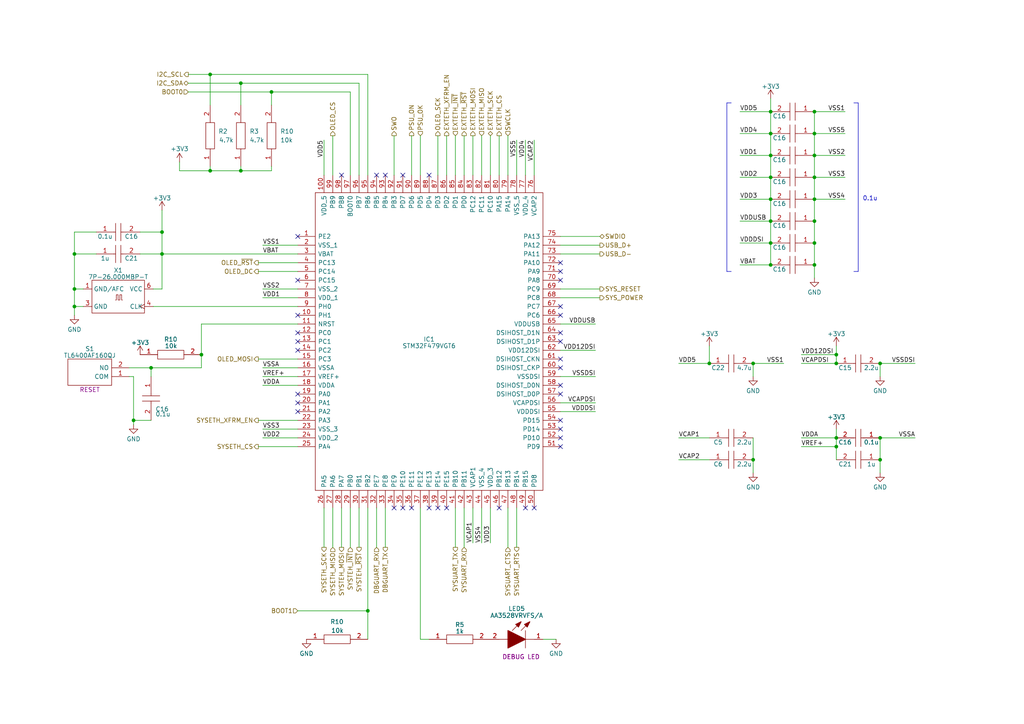
<source format=kicad_sch>
(kicad_sch (version 20230121) (generator eeschema)

  (uuid 4231e207-b877-4cf7-a18c-80ad31ffa04e)

  (paper "A4")

  (title_block
    (title "Oro Link")
    (date "2023-05-03")
    (rev "4")
    (company "Oro Operating System")
    (comment 1 "://oro.sh")
    (comment 2 "Joshua Lee Junon")
  )

  (lib_symbols
    (symbol "Oro:7P-26.000MBP-T" (in_bom yes) (on_board yes)
      (property "Reference" "X" (at 10.16 3.81 0)
        (effects (font (size 1.27 1.27)))
      )
      (property "Value" "7P-26.000MBP-T" (at 10.16 1.27 0)
        (effects (font (size 1.27 1.27)))
      )
      (property "Footprint" "Oro Footprints:7P-26.000MBP-T" (at 2.54 0 0)
        (effects (font (size 1.27 1.27)) hide)
      )
      (property "Datasheet" "https://www.mouser.de/datasheet/2/417/7p-522462.pdf" (at 10.16 -16.51 0)
        (effects (font (size 1.27 1.27)) hide)
      )
      (property "Manufacturer_Name" "TXC Corporation" (at 22.86 2.54 0)
        (effects (font (size 1.27 1.27)) (justify left) hide)
      )
      (property "Manufacturer_Part_Number" "7P-26.000MBP-T" (at 2.54 -12.7 0)
        (effects (font (size 1.27 1.27)) (justify left) hide)
      )
      (property "Mouser Part Number" "717-7P-26.000MBP-T" (at 15.24 5.08 0)
        (effects (font (size 1.27 1.27)) (justify left) hide)
      )
      (property "Mouser Price/Stock" "https://www.mouser.de/ProductDetail/TXC-Corporation/7P-26.000MBP-T" (at 0 -11.43 0)
        (effects (font (size 1.27 1.27)) (justify left) hide)
      )
      (property "ki_description" "Standard Clock Oscillators 26MHz 3.3Volt .28ppm -40C +85C" (at 0 0 0)
        (effects (font (size 1.27 1.27)) hide)
      )
      (symbol "7P-26.000MBP-T_0_1"
        (polyline
          (pts
            (xy 9.3633 -5.7362)
            (xy 9.6173 -5.7362)
            (xy 9.6173 -4.2122)
            (xy 10.1253 -4.2122)
            (xy 10.1253 -5.7362)
            (xy 10.6333 -5.7362)
            (xy 10.6333 -4.2122)
            (xy 11.1413 -4.2122)
            (xy 11.1413 -5.7362)
            (xy 11.3953 -5.7362)
          )
          (stroke (width 0) (type default))
          (fill (type none))
        )
        (rectangle (start 2.54 0) (end 17.78 -9.525)
          (stroke (width 0) (type default))
          (fill (type none))
        )
      )
      (symbol "7P-26.000MBP-T_1_1"
        (pin power_out line (at 0 -2.54 0) (length 2.54)
          (name "GND/AFC" (effects (font (size 1.27 1.27))))
          (number "1" (effects (font (size 1.27 1.27))))
        )
        (pin power_out line (at 0 -7.62 0) (length 2.54)
          (name "GND" (effects (font (size 1.27 1.27))))
          (number "3" (effects (font (size 1.27 1.27))))
        )
        (pin output clock (at 20.32 -7.62 180) (length 2.54)
          (name "CLK" (effects (font (size 1.27 1.27))))
          (number "4" (effects (font (size 1.27 1.27))))
        )
        (pin power_in line (at 20.32 -2.54 180) (length 2.54)
          (name "VCC" (effects (font (size 1.27 1.27))))
          (number "6" (effects (font (size 1.27 1.27))))
        )
      )
    )
    (symbol "SamacSys_Parts:0603YD105KAT2A" (pin_names (offset 0.762)) (in_bom yes) (on_board yes)
      (property "Reference" "C" (at 8.89 6.35 0)
        (effects (font (size 1.27 1.27)) (justify left))
      )
      (property "Value" "0603YD105KAT2A" (at 8.89 3.81 0)
        (effects (font (size 1.27 1.27)) (justify left))
      )
      (property "Footprint" "CAPC1608X90N" (at 8.89 1.27 0)
        (effects (font (size 1.27 1.27)) (justify left) hide)
      )
      (property "Datasheet" "http://datasheets.avx.com/cx5r.pdf" (at 8.89 -1.27 0)
        (effects (font (size 1.27 1.27)) (justify left) hide)
      )
      (property "Description" "AVX 1uF  /-10% 16 V dc X5R Dielectric SMD Ceramic Multilayer Capacitor 0603" (at 8.89 -3.81 0)
        (effects (font (size 1.27 1.27)) (justify left) hide)
      )
      (property "Height" "0.9" (at 8.89 -6.35 0)
        (effects (font (size 1.27 1.27)) (justify left) hide)
      )
      (property "Manufacturer_Name" "AVX" (at 8.89 -8.89 0)
        (effects (font (size 1.27 1.27)) (justify left) hide)
      )
      (property "Manufacturer_Part_Number" "0603YD105KAT2A" (at 8.89 -11.43 0)
        (effects (font (size 1.27 1.27)) (justify left) hide)
      )
      (property "Mouser Part Number" "581-0603YD105K" (at 8.89 -13.97 0)
        (effects (font (size 1.27 1.27)) (justify left) hide)
      )
      (property "Mouser Price/Stock" "https://www.mouser.co.uk/ProductDetail/AVX/0603YD105KAT2A?qs=Gc704lYbI0yxwip%252B5td8dA%3D%3D" (at 8.89 -16.51 0)
        (effects (font (size 1.27 1.27)) (justify left) hide)
      )
      (property "Arrow Part Number" "0603YD105KAT2A" (at 8.89 -19.05 0)
        (effects (font (size 1.27 1.27)) (justify left) hide)
      )
      (property "Arrow Price/Stock" "https://www.arrow.com/en/products/0603yd105kat2a/avx" (at 8.89 -21.59 0)
        (effects (font (size 1.27 1.27)) (justify left) hide)
      )
      (property "ki_description" "AVX 1uF  /-10% 16 V dc X5R Dielectric SMD Ceramic Multilayer Capacitor 0603" (at 0 0 0)
        (effects (font (size 1.27 1.27)) hide)
      )
      (symbol "0603YD105KAT2A_0_0"
        (pin passive line (at 0 0 0) (length 5.08)
          (name "~" (effects (font (size 1.27 1.27))))
          (number "1" (effects (font (size 1.27 1.27))))
        )
        (pin passive line (at 12.7 0 180) (length 5.08)
          (name "~" (effects (font (size 1.27 1.27))))
          (number "2" (effects (font (size 1.27 1.27))))
        )
      )
      (symbol "0603YD105KAT2A_0_1"
        (polyline
          (pts
            (xy 5.08 0)
            (xy 5.588 0)
          )
          (stroke (width 0.1524) (type solid))
          (fill (type none))
        )
        (polyline
          (pts
            (xy 5.588 2.54)
            (xy 5.588 -2.54)
          )
          (stroke (width 0.1524) (type solid))
          (fill (type none))
        )
        (polyline
          (pts
            (xy 7.112 0)
            (xy 7.62 0)
          )
          (stroke (width 0.1524) (type solid))
          (fill (type none))
        )
        (polyline
          (pts
            (xy 7.112 2.54)
            (xy 7.112 -2.54)
          )
          (stroke (width 0.1524) (type solid))
          (fill (type none))
        )
      )
    )
    (symbol "SamacSys_Parts:AA3528VRVFS_A" (pin_names (offset 0.762)) (in_bom yes) (on_board yes)
      (property "Reference" "LED" (at 12.7 8.89 0)
        (effects (font (size 1.27 1.27)) (justify left bottom))
      )
      (property "Value" "AA3528VRVFS_A" (at 12.7 6.35 0)
        (effects (font (size 1.27 1.27)) (justify left bottom))
      )
      (property "Footprint" "AA3528VRVFSA" (at 12.7 3.81 0)
        (effects (font (size 1.27 1.27)) (justify left bottom) hide)
      )
      (property "Datasheet" "https://mouser.componentsearchengine.com/Datasheets/1/AA3528VRVFS_A.pdf" (at 12.7 1.27 0)
        (effects (font (size 1.27 1.27)) (justify left bottom) hide)
      )
      (property "Description" "LED Uni-Color Violet 2-Pin SMD T/R" (at 12.7 -1.27 0)
        (effects (font (size 1.27 1.27)) (justify left bottom) hide)
      )
      (property "Height" "2.1" (at 12.7 -3.81 0)
        (effects (font (size 1.27 1.27)) (justify left bottom) hide)
      )
      (property "Manufacturer_Name" "Kingbright" (at 12.7 -6.35 0)
        (effects (font (size 1.27 1.27)) (justify left bottom) hide)
      )
      (property "Manufacturer_Part_Number" "AA3528VRVFS/A" (at 12.7 -8.89 0)
        (effects (font (size 1.27 1.27)) (justify left bottom) hide)
      )
      (property "Mouser Part Number" "604-AA3528VRVFS/A" (at 12.7 -11.43 0)
        (effects (font (size 1.27 1.27)) (justify left bottom) hide)
      )
      (property "Mouser Price/Stock" "https://www.mouser.co.uk/ProductDetail/Kingbright/AA3528VRVFS-A?qs=rY7msk5yxfb63mh907EyRA%3D%3D" (at 12.7 -13.97 0)
        (effects (font (size 1.27 1.27)) (justify left bottom) hide)
      )
      (property "Arrow Part Number" "AA3528VRVFS/A" (at 12.7 -16.51 0)
        (effects (font (size 1.27 1.27)) (justify left bottom) hide)
      )
      (property "Arrow Price/Stock" "https://www.arrow.com/en/products/aa3528vrvfsa/kingbright?region=nac" (at 12.7 -19.05 0)
        (effects (font (size 1.27 1.27)) (justify left bottom) hide)
      )
      (property "Mouser Testing Part Number" "" (at 12.7 -21.59 0)
        (effects (font (size 1.27 1.27)) (justify left bottom) hide)
      )
      (property "Mouser Testing Price/Stock" "" (at 12.7 -24.13 0)
        (effects (font (size 1.27 1.27)) (justify left bottom) hide)
      )
      (property "ki_description" "LED Uni-Color Violet 2-Pin SMD T/R" (at 0 0 0)
        (effects (font (size 1.27 1.27)) hide)
      )
      (symbol "AA3528VRVFS_A_0_0"
        (pin passive line (at 0 0 0) (length 2.54)
          (name "~" (effects (font (size 1.27 1.27))))
          (number "1" (effects (font (size 1.27 1.27))))
        )
        (pin passive line (at 15.24 0 180) (length 2.54)
          (name "~" (effects (font (size 1.27 1.27))))
          (number "2" (effects (font (size 1.27 1.27))))
        )
      )
      (symbol "AA3528VRVFS_A_0_1"
        (polyline
          (pts
            (xy 2.54 0)
            (xy 5.08 0)
          )
          (stroke (width 0.1524) (type default))
          (fill (type none))
        )
        (polyline
          (pts
            (xy 5.08 2.54)
            (xy 5.08 -2.54)
          )
          (stroke (width 0.1524) (type default))
          (fill (type none))
        )
        (polyline
          (pts
            (xy 6.35 2.54)
            (xy 3.81 5.08)
          )
          (stroke (width 0.1524) (type default))
          (fill (type none))
        )
        (polyline
          (pts
            (xy 8.89 2.54)
            (xy 6.35 5.08)
          )
          (stroke (width 0.1524) (type default))
          (fill (type none))
        )
        (polyline
          (pts
            (xy 10.16 0)
            (xy 12.7 0)
          )
          (stroke (width 0.1524) (type default))
          (fill (type none))
        )
        (polyline
          (pts
            (xy 5.08 0)
            (xy 10.16 2.54)
            (xy 10.16 -2.54)
            (xy 5.08 0)
          )
          (stroke (width 0.254) (type default))
          (fill (type outline))
        )
        (polyline
          (pts
            (xy 5.334 4.318)
            (xy 4.572 3.556)
            (xy 3.81 5.08)
            (xy 5.334 4.318)
          )
          (stroke (width 0.254) (type default))
          (fill (type outline))
        )
        (polyline
          (pts
            (xy 7.874 4.318)
            (xy 7.112 3.556)
            (xy 6.35 5.08)
            (xy 7.874 4.318)
          )
          (stroke (width 0.254) (type default))
          (fill (type outline))
        )
      )
    )
    (symbol "SamacSys_Parts:CL10A225KP8NNNC" (pin_names (offset 0.762)) (in_bom yes) (on_board yes)
      (property "Reference" "C" (at 8.89 6.35 0)
        (effects (font (size 1.27 1.27)) (justify left))
      )
      (property "Value" "CL10A225KP8NNNC" (at 8.89 3.81 0)
        (effects (font (size 1.27 1.27)) (justify left))
      )
      (property "Footprint" "CAPC1608X90N" (at 8.89 1.27 0)
        (effects (font (size 1.27 1.27)) (justify left) hide)
      )
      (property "Datasheet" "https://datasheet.datasheetarchive.com/originals/distributors/Datasheets-DGA10/2411103.pdf" (at 8.89 -1.27 0)
        (effects (font (size 1.27 1.27)) (justify left) hide)
      )
      (property "Description" "Samsung Electro-Mechanics 0603 CL 2.2uF Ceramic Multilayer Capacitor, 10 V, +85C, X5R Dielectric, +/-10% SMD" (at 8.89 -3.81 0)
        (effects (font (size 1.27 1.27)) (justify left) hide)
      )
      (property "Height" "0.9" (at 8.89 -6.35 0)
        (effects (font (size 1.27 1.27)) (justify left) hide)
      )
      (property "Manufacturer_Name" "SAMSUNG" (at 8.89 -8.89 0)
        (effects (font (size 1.27 1.27)) (justify left) hide)
      )
      (property "Manufacturer_Part_Number" "CL10A225KP8NNNC" (at 8.89 -11.43 0)
        (effects (font (size 1.27 1.27)) (justify left) hide)
      )
      (property "Mouser Part Number" "187-CL10A225KP8NNNC" (at 8.89 -13.97 0)
        (effects (font (size 1.27 1.27)) (justify left) hide)
      )
      (property "Mouser Price/Stock" "https://www.mouser.co.uk/ProductDetail/Samsung-Electro-Mechanics/CL10A225KP8NNNC?qs=hqM3L16%252Bxldb5UYUGQVB5Q%3D%3D" (at 8.89 -16.51 0)
        (effects (font (size 1.27 1.27)) (justify left) hide)
      )
      (property "Arrow Part Number" "CL10A225KP8NNNC" (at 8.89 -19.05 0)
        (effects (font (size 1.27 1.27)) (justify left) hide)
      )
      (property "Arrow Price/Stock" "https://www.arrow.com/en/products/cl10a225kp8nnnc/samsung-electro-mechanics?region=europe" (at 8.89 -21.59 0)
        (effects (font (size 1.27 1.27)) (justify left) hide)
      )
      (property "ki_description" "Samsung Electro-Mechanics 0603 CL 2.2uF Ceramic Multilayer Capacitor, 10 V, +85C, X5R Dielectric, +/-10% SMD" (at 0 0 0)
        (effects (font (size 1.27 1.27)) hide)
      )
      (symbol "CL10A225KP8NNNC_0_0"
        (pin passive line (at 0 0 0) (length 5.08)
          (name "~" (effects (font (size 1.27 1.27))))
          (number "1" (effects (font (size 1.27 1.27))))
        )
        (pin passive line (at 12.7 0 180) (length 5.08)
          (name "~" (effects (font (size 1.27 1.27))))
          (number "2" (effects (font (size 1.27 1.27))))
        )
      )
      (symbol "CL10A225KP8NNNC_0_1"
        (polyline
          (pts
            (xy 5.08 0)
            (xy 5.588 0)
          )
          (stroke (width 0.1524) (type solid))
          (fill (type none))
        )
        (polyline
          (pts
            (xy 5.588 2.54)
            (xy 5.588 -2.54)
          )
          (stroke (width 0.1524) (type solid))
          (fill (type none))
        )
        (polyline
          (pts
            (xy 7.112 0)
            (xy 7.62 0)
          )
          (stroke (width 0.1524) (type solid))
          (fill (type none))
        )
        (polyline
          (pts
            (xy 7.112 2.54)
            (xy 7.112 -2.54)
          )
          (stroke (width 0.1524) (type solid))
          (fill (type none))
        )
      )
    )
    (symbol "SamacSys_Parts:CL21A475KOFNNNE" (pin_names (offset 0.762)) (in_bom yes) (on_board yes)
      (property "Reference" "C" (at 8.89 6.35 0)
        (effects (font (size 1.27 1.27)) (justify left))
      )
      (property "Value" "CL21A475KOFNNNE" (at 8.89 3.81 0)
        (effects (font (size 1.27 1.27)) (justify left))
      )
      (property "Footprint" "CAPC2012X135N" (at 8.89 1.27 0)
        (effects (font (size 1.27 1.27)) (justify left) hide)
      )
      (property "Datasheet" "https://datasheet.datasheetarchive.com/originals/distributors/Datasheets_SAMA/817807cf665cbb43e2eb1572e3d26dfa.pdf" (at 8.89 -1.27 0)
        (effects (font (size 1.27 1.27)) (justify left) hide)
      )
      (property "Description" "Samsung Electro-Mechanics CL21A475KOFNNNE 4.7uF Ceramic Multilayer Capacitor 16V dc +/-10% Tolerance SMD" (at 8.89 -3.81 0)
        (effects (font (size 1.27 1.27)) (justify left) hide)
      )
      (property "Height" "1.35" (at 8.89 -6.35 0)
        (effects (font (size 1.27 1.27)) (justify left) hide)
      )
      (property "Manufacturer_Name" "SAMSUNG" (at 8.89 -8.89 0)
        (effects (font (size 1.27 1.27)) (justify left) hide)
      )
      (property "Manufacturer_Part_Number" "CL21A475KOFNNNE" (at 8.89 -11.43 0)
        (effects (font (size 1.27 1.27)) (justify left) hide)
      )
      (property "Mouser Part Number" "187-CL21A475KOFNNNE" (at 8.89 -13.97 0)
        (effects (font (size 1.27 1.27)) (justify left) hide)
      )
      (property "Mouser Price/Stock" "https://www.mouser.co.uk/ProductDetail/Samsung-Electro-Mechanics/CL21A475KOFNNNE?qs=yOVawPpwOwlqsH7zjiqEfQ%3D%3D" (at 8.89 -16.51 0)
        (effects (font (size 1.27 1.27)) (justify left) hide)
      )
      (property "Arrow Part Number" "CL21A475KOFNNNE" (at 8.89 -19.05 0)
        (effects (font (size 1.27 1.27)) (justify left) hide)
      )
      (property "Arrow Price/Stock" "https://www.arrow.com/en/products/cl21a475kofnnne/samsung-electro-mechanics?region=europe" (at 8.89 -21.59 0)
        (effects (font (size 1.27 1.27)) (justify left) hide)
      )
      (property "ki_description" "Samsung Electro-Mechanics CL21A475KOFNNNE 4.7uF Ceramic Multilayer Capacitor 16V dc +/-10% Tolerance SMD" (at 0 0 0)
        (effects (font (size 1.27 1.27)) hide)
      )
      (symbol "CL21A475KOFNNNE_0_0"
        (pin passive line (at 0 0 0) (length 5.08)
          (name "~" (effects (font (size 1.27 1.27))))
          (number "1" (effects (font (size 1.27 1.27))))
        )
        (pin passive line (at 12.7 0 180) (length 5.08)
          (name "~" (effects (font (size 1.27 1.27))))
          (number "2" (effects (font (size 1.27 1.27))))
        )
      )
      (symbol "CL21A475KOFNNNE_0_1"
        (polyline
          (pts
            (xy 5.08 0)
            (xy 5.588 0)
          )
          (stroke (width 0.1524) (type solid))
          (fill (type none))
        )
        (polyline
          (pts
            (xy 5.588 2.54)
            (xy 5.588 -2.54)
          )
          (stroke (width 0.1524) (type solid))
          (fill (type none))
        )
        (polyline
          (pts
            (xy 7.112 0)
            (xy 7.62 0)
          )
          (stroke (width 0.1524) (type solid))
          (fill (type none))
        )
        (polyline
          (pts
            (xy 7.112 2.54)
            (xy 7.112 -2.54)
          )
          (stroke (width 0.1524) (type solid))
          (fill (type none))
        )
      )
    )
    (symbol "SamacSys_Parts:CRCW04024K70FKEDHP" (pin_names (offset 0.762)) (in_bom yes) (on_board yes)
      (property "Reference" "R" (at 13.97 6.35 0)
        (effects (font (size 1.27 1.27)) (justify left))
      )
      (property "Value" "CRCW04024K70FKEDHP" (at 13.97 3.81 0)
        (effects (font (size 1.27 1.27)) (justify left))
      )
      (property "Footprint" "RESC1005X40N" (at 13.97 1.27 0)
        (effects (font (size 1.27 1.27)) (justify left) hide)
      )
      (property "Datasheet" "http://www.vishay.com/docs/20035/dcrcwe3.pdf" (at 13.97 -1.27 0)
        (effects (font (size 1.27 1.27)) (justify left) hide)
      )
      (property "Description" "CRCW Power Resistor 0402 0.063W 4K7 Vishay CRCW Series Thick Film Power Resistor 0402 Case 4.7k +/-1% 0.125W +/-100ppm/K" (at 13.97 -3.81 0)
        (effects (font (size 1.27 1.27)) (justify left) hide)
      )
      (property "Height" "0.4" (at 13.97 -6.35 0)
        (effects (font (size 1.27 1.27)) (justify left) hide)
      )
      (property "Manufacturer_Name" "Vishay" (at 13.97 -8.89 0)
        (effects (font (size 1.27 1.27)) (justify left) hide)
      )
      (property "Manufacturer_Part_Number" "CRCW04024K70FKEDHP" (at 13.97 -11.43 0)
        (effects (font (size 1.27 1.27)) (justify left) hide)
      )
      (property "Mouser Part Number" "71-CRCW04024K70FKEDH" (at 13.97 -13.97 0)
        (effects (font (size 1.27 1.27)) (justify left) hide)
      )
      (property "Mouser Price/Stock" "https://www.mouser.co.uk/ProductDetail/Vishay-Dale/CRCW04024K70FKEDHP?qs=k2%2FDWSARqgH3ASlI4vM3KQ%3D%3D" (at 13.97 -16.51 0)
        (effects (font (size 1.27 1.27)) (justify left) hide)
      )
      (property "Arrow Part Number" "CRCW04024K70FKEDHP" (at 13.97 -19.05 0)
        (effects (font (size 1.27 1.27)) (justify left) hide)
      )
      (property "Arrow Price/Stock" "https://www.arrow.com/en/products/crcw04024k70fkedhp/vishay?region=nac" (at 13.97 -21.59 0)
        (effects (font (size 1.27 1.27)) (justify left) hide)
      )
      (property "ki_description" "CRCW Power Resistor 0402 0.063W 4K7 Vishay CRCW Series Thick Film Power Resistor 0402 Case 4.7k +/-1% 0.125W +/-100ppm/K" (at 0 0 0)
        (effects (font (size 1.27 1.27)) hide)
      )
      (symbol "CRCW04024K70FKEDHP_0_0"
        (pin passive line (at 0 0 0) (length 5.08)
          (name "~" (effects (font (size 1.27 1.27))))
          (number "1" (effects (font (size 1.27 1.27))))
        )
        (pin passive line (at 17.78 0 180) (length 5.08)
          (name "~" (effects (font (size 1.27 1.27))))
          (number "2" (effects (font (size 1.27 1.27))))
        )
      )
      (symbol "CRCW04024K70FKEDHP_0_1"
        (polyline
          (pts
            (xy 5.08 1.27)
            (xy 12.7 1.27)
            (xy 12.7 -1.27)
            (xy 5.08 -1.27)
            (xy 5.08 1.27)
          )
          (stroke (width 0.1524) (type solid))
          (fill (type none))
        )
      )
    )
    (symbol "SamacSys_Parts:MSAST1L3YB5104KFNA01" (pin_names (offset 0.762)) (in_bom yes) (on_board yes)
      (property "Reference" "C" (at 8.89 6.35 0)
        (effects (font (size 1.27 1.27)) (justify left))
      )
      (property "Value" "MSAST1L3YB5104KFNA01" (at 8.89 3.81 0)
        (effects (font (size 1.27 1.27)) (justify left))
      )
      (property "Footprint" "CAPC1005X33N" (at 8.89 1.27 0)
        (effects (font (size 1.27 1.27)) (justify left) hide)
      )
      (property "Datasheet" "https://www.mouser.de/datasheet/2/396/TaiyoYuden_MSAST1L3YB5104KFNA01_SS-3009733.pdf" (at 8.89 -1.27 0)
        (effects (font (size 1.27 1.27)) (justify left) hide)
      )
      (property "Description" "Multilayer Ceramic Capacitors MLCC - SMD/SMT 0402 25VDC 0.1uF 10% X5R" (at 8.89 -3.81 0)
        (effects (font (size 1.27 1.27)) (justify left) hide)
      )
      (property "Height" "0.33" (at 8.89 -6.35 0)
        (effects (font (size 1.27 1.27)) (justify left) hide)
      )
      (property "Manufacturer_Name" "TAIYO YUDEN" (at 8.89 -8.89 0)
        (effects (font (size 1.27 1.27)) (justify left) hide)
      )
      (property "Manufacturer_Part_Number" "MSAST1L3YB5104KFNA01" (at 8.89 -11.43 0)
        (effects (font (size 1.27 1.27)) (justify left) hide)
      )
      (property "Mouser Part Number" "" (at 8.89 -13.97 0)
        (effects (font (size 1.27 1.27)) (justify left) hide)
      )
      (property "Mouser Price/Stock" "" (at 8.89 -16.51 0)
        (effects (font (size 1.27 1.27)) (justify left) hide)
      )
      (property "Arrow Part Number" "" (at 8.89 -19.05 0)
        (effects (font (size 1.27 1.27)) (justify left) hide)
      )
      (property "Arrow Price/Stock" "" (at 8.89 -21.59 0)
        (effects (font (size 1.27 1.27)) (justify left) hide)
      )
      (property "ki_description" "Multilayer Ceramic Capacitors MLCC - SMD/SMT 0402 25VDC 0.1uF 10% X5R" (at 0 0 0)
        (effects (font (size 1.27 1.27)) hide)
      )
      (symbol "MSAST1L3YB5104KFNA01_0_0"
        (pin passive line (at 0 0 0) (length 5.08)
          (name "~" (effects (font (size 1.27 1.27))))
          (number "1" (effects (font (size 1.27 1.27))))
        )
        (pin passive line (at 12.7 0 180) (length 5.08)
          (name "~" (effects (font (size 1.27 1.27))))
          (number "2" (effects (font (size 1.27 1.27))))
        )
      )
      (symbol "MSAST1L3YB5104KFNA01_0_1"
        (polyline
          (pts
            (xy 5.08 0)
            (xy 5.588 0)
          )
          (stroke (width 0.1524) (type solid))
          (fill (type none))
        )
        (polyline
          (pts
            (xy 5.588 2.54)
            (xy 5.588 -2.54)
          )
          (stroke (width 0.1524) (type solid))
          (fill (type none))
        )
        (polyline
          (pts
            (xy 7.112 0)
            (xy 7.62 0)
          )
          (stroke (width 0.1524) (type solid))
          (fill (type none))
        )
        (polyline
          (pts
            (xy 7.112 2.54)
            (xy 7.112 -2.54)
          )
          (stroke (width 0.1524) (type solid))
          (fill (type none))
        )
      )
    )
    (symbol "SamacSys_Parts:RK73H1ETTP1002F" (pin_names (offset 0.762)) (in_bom yes) (on_board yes)
      (property "Reference" "R" (at 13.97 6.35 0)
        (effects (font (size 1.27 1.27)) (justify left))
      )
      (property "Value" "RK73H1ETTP1002F" (at 13.97 3.81 0)
        (effects (font (size 1.27 1.27)) (justify left))
      )
      (property "Footprint" "RESC1005X40N" (at 13.97 1.27 0)
        (effects (font (size 1.27 1.27)) (justify left) hide)
      )
      (property "Datasheet" "http://www.koaspeer.com/catimages/Products/RK73-RT/RK73-RT.pdf" (at 13.97 -1.27 0)
        (effects (font (size 1.27 1.27)) (justify left) hide)
      )
      (property "Description" "Resistor,ThickFilm1005,0.063W,10kohm" (at 13.97 -3.81 0)
        (effects (font (size 1.27 1.27)) (justify left) hide)
      )
      (property "Height" "0.4" (at 13.97 -6.35 0)
        (effects (font (size 1.27 1.27)) (justify left) hide)
      )
      (property "Manufacturer_Name" "KOA Speer" (at 13.97 -8.89 0)
        (effects (font (size 1.27 1.27)) (justify left) hide)
      )
      (property "Manufacturer_Part_Number" "RK73H1ETTP1002F" (at 13.97 -11.43 0)
        (effects (font (size 1.27 1.27)) (justify left) hide)
      )
      (property "Mouser Part Number" "660-RK73H1ETTP1002F" (at 13.97 -13.97 0)
        (effects (font (size 1.27 1.27)) (justify left) hide)
      )
      (property "Mouser Price/Stock" "https://www.mouser.co.uk/ProductDetail/KOA-Speer/RK73H1ETTP1002F?qs=uLfVlVfCHH2OZ4JTybrBPQ%3D%3D" (at 13.97 -16.51 0)
        (effects (font (size 1.27 1.27)) (justify left) hide)
      )
      (property "Arrow Part Number" "RK73H1ETTP1002F" (at 13.97 -19.05 0)
        (effects (font (size 1.27 1.27)) (justify left) hide)
      )
      (property "Arrow Price/Stock" "https://www.arrow.com/en/products/rk73h1ettp1002f/koa-speer-electronics?region=nac" (at 13.97 -21.59 0)
        (effects (font (size 1.27 1.27)) (justify left) hide)
      )
      (property "ki_description" "Resistor,ThickFilm1005,0.063W,10kohm" (at 0 0 0)
        (effects (font (size 1.27 1.27)) hide)
      )
      (symbol "RK73H1ETTP1002F_0_0"
        (pin passive line (at 0 0 0) (length 5.08)
          (name "~" (effects (font (size 1.27 1.27))))
          (number "1" (effects (font (size 1.27 1.27))))
        )
        (pin passive line (at 17.78 0 180) (length 5.08)
          (name "~" (effects (font (size 1.27 1.27))))
          (number "2" (effects (font (size 1.27 1.27))))
        )
      )
      (symbol "RK73H1ETTP1002F_0_1"
        (polyline
          (pts
            (xy 5.08 1.27)
            (xy 12.7 1.27)
            (xy 12.7 -1.27)
            (xy 5.08 -1.27)
            (xy 5.08 1.27)
          )
          (stroke (width 0.1524) (type solid))
          (fill (type none))
        )
      )
    )
    (symbol "SamacSys_Parts:SG73P2ATTD102J" (pin_names (offset 0.762)) (in_bom yes) (on_board yes)
      (property "Reference" "R" (at 13.97 6.35 0)
        (effects (font (size 1.27 1.27)) (justify left))
      )
      (property "Value" "SG73P2ATTD102J" (at 13.97 3.81 0)
        (effects (font (size 1.27 1.27)) (justify left))
      )
      (property "Footprint" "RESC2012X60N" (at 13.97 1.27 0)
        (effects (font (size 1.27 1.27)) (justify left) hide)
      )
      (property "Datasheet" "https://componentsearchengine.com/Datasheets/1/SG73P2ATTD102J.pdf" (at 13.97 -1.27 0)
        (effects (font (size 1.27 1.27)) (justify left) hide)
      )
      (property "Description" "Thick Film Resistors - SMD 0.25W 1Kohm 5% 200ppm Anti-Pulse" (at 13.97 -3.81 0)
        (effects (font (size 1.27 1.27)) (justify left) hide)
      )
      (property "Height" "0.6" (at 13.97 -6.35 0)
        (effects (font (size 1.27 1.27)) (justify left) hide)
      )
      (property "Manufacturer_Name" "KOA Speer" (at 13.97 -8.89 0)
        (effects (font (size 1.27 1.27)) (justify left) hide)
      )
      (property "Manufacturer_Part_Number" "SG73P2ATTD102J" (at 13.97 -11.43 0)
        (effects (font (size 1.27 1.27)) (justify left) hide)
      )
      (property "Mouser Part Number" "660-SG73P2ATTD102J" (at 13.97 -13.97 0)
        (effects (font (size 1.27 1.27)) (justify left) hide)
      )
      (property "Mouser Price/Stock" "https://www.mouser.com/Search/Refine.aspx?Keyword=660-SG73P2ATTD102J" (at 13.97 -16.51 0)
        (effects (font (size 1.27 1.27)) (justify left) hide)
      )
      (property "Arrow Part Number" "" (at 13.97 -19.05 0)
        (effects (font (size 1.27 1.27)) (justify left) hide)
      )
      (property "Arrow Price/Stock" "" (at 13.97 -21.59 0)
        (effects (font (size 1.27 1.27)) (justify left) hide)
      )
      (property "Mouser Testing Part Number" "" (at 13.97 -24.13 0)
        (effects (font (size 1.27 1.27)) (justify left) hide)
      )
      (property "Mouser Testing Price/Stock" "" (at 13.97 -26.67 0)
        (effects (font (size 1.27 1.27)) (justify left) hide)
      )
      (property "ki_description" "Thick Film Resistors - SMD 0.25W 1Kohm 5% 200ppm Anti-Pulse" (at 0 0 0)
        (effects (font (size 1.27 1.27)) hide)
      )
      (symbol "SG73P2ATTD102J_0_0"
        (pin passive line (at 0 0 0) (length 5.08)
          (name "~" (effects (font (size 1.27 1.27))))
          (number "1" (effects (font (size 1.27 1.27))))
        )
        (pin passive line (at 17.78 0 180) (length 5.08)
          (name "~" (effects (font (size 1.27 1.27))))
          (number "2" (effects (font (size 1.27 1.27))))
        )
      )
      (symbol "SG73P2ATTD102J_0_1"
        (polyline
          (pts
            (xy 5.08 1.27)
            (xy 12.7 1.27)
            (xy 12.7 -1.27)
            (xy 5.08 -1.27)
            (xy 5.08 1.27)
          )
          (stroke (width 0.1524) (type solid))
          (fill (type none))
        )
      )
    )
    (symbol "SamacSys_Parts:STM32F479VGT6" (pin_names (offset 0.762)) (in_bom yes) (on_board yes)
      (property "Reference" "IC" (at 72.39 17.78 0)
        (effects (font (size 1.27 1.27)) (justify left))
      )
      (property "Value" "STM32F479VGT6" (at 72.39 15.24 0)
        (effects (font (size 1.27 1.27)) (justify left))
      )
      (property "Footprint" "QFP50P1600X1600X160-100N" (at 72.39 12.7 0)
        (effects (font (size 1.27 1.27)) (justify left) hide)
      )
      (property "Datasheet" "https://datasheet.datasheetarchive.com/originals/distributors/DKDS41/DSANUWW0028572.pdf" (at 72.39 10.16 0)
        (effects (font (size 1.27 1.27)) (justify left) hide)
      )
      (property "Description" "ARM Microcontrollers - MCU 16/32-BITS MICROS" (at 72.39 7.62 0)
        (effects (font (size 1.27 1.27)) (justify left) hide)
      )
      (property "Height" "1.6" (at 72.39 5.08 0)
        (effects (font (size 1.27 1.27)) (justify left) hide)
      )
      (property "Manufacturer_Name" "STMicroelectronics" (at 72.39 2.54 0)
        (effects (font (size 1.27 1.27)) (justify left) hide)
      )
      (property "Manufacturer_Part_Number" "STM32F479VGT6" (at 72.39 0 0)
        (effects (font (size 1.27 1.27)) (justify left) hide)
      )
      (property "Mouser Part Number" "511-STM32F479VGT6" (at 72.39 -2.54 0)
        (effects (font (size 1.27 1.27)) (justify left) hide)
      )
      (property "Mouser Price/Stock" "https://www.mouser.co.uk/ProductDetail/STMicroelectronics/STM32F479VGT6?qs=o7IDWEFmXKADp8QFprcgSQ%3D%3D" (at 72.39 -5.08 0)
        (effects (font (size 1.27 1.27)) (justify left) hide)
      )
      (property "Arrow Part Number" "" (at 72.39 -7.62 0)
        (effects (font (size 1.27 1.27)) (justify left) hide)
      )
      (property "Arrow Price/Stock" "" (at 72.39 -10.16 0)
        (effects (font (size 1.27 1.27)) (justify left) hide)
      )
      (property "ki_description" "ARM Microcontrollers - MCU 16/32-BITS MICROS" (at 0 0 0)
        (effects (font (size 1.27 1.27)) hide)
      )
      (symbol "STM32F479VGT6_0_0"
        (pin passive line (at 0 0 0) (length 5.08)
          (name "PE2" (effects (font (size 1.27 1.27))))
          (number "1" (effects (font (size 1.27 1.27))))
        )
        (pin passive line (at 0 -22.86 0) (length 5.08)
          (name "PH1" (effects (font (size 1.27 1.27))))
          (number "10" (effects (font (size 1.27 1.27))))
        )
        (pin passive line (at 7.62 17.78 270) (length 5.08)
          (name "VDD_5" (effects (font (size 1.27 1.27))))
          (number "100" (effects (font (size 1.27 1.27))))
        )
        (pin passive line (at 0 -25.4 0) (length 5.08)
          (name "NRST" (effects (font (size 1.27 1.27))))
          (number "11" (effects (font (size 1.27 1.27))))
        )
        (pin passive line (at 0 -27.94 0) (length 5.08)
          (name "PC0" (effects (font (size 1.27 1.27))))
          (number "12" (effects (font (size 1.27 1.27))))
        )
        (pin passive line (at 0 -30.48 0) (length 5.08)
          (name "PC1" (effects (font (size 1.27 1.27))))
          (number "13" (effects (font (size 1.27 1.27))))
        )
        (pin passive line (at 0 -33.02 0) (length 5.08)
          (name "PC2" (effects (font (size 1.27 1.27))))
          (number "14" (effects (font (size 1.27 1.27))))
        )
        (pin passive line (at 0 -35.56 0) (length 5.08)
          (name "PC3" (effects (font (size 1.27 1.27))))
          (number "15" (effects (font (size 1.27 1.27))))
        )
        (pin passive line (at 0 -38.1 0) (length 5.08)
          (name "VSSA" (effects (font (size 1.27 1.27))))
          (number "16" (effects (font (size 1.27 1.27))))
        )
        (pin passive line (at 0 -40.64 0) (length 5.08)
          (name "VREF+" (effects (font (size 1.27 1.27))))
          (number "17" (effects (font (size 1.27 1.27))))
        )
        (pin passive line (at 0 -43.18 0) (length 5.08)
          (name "VDDA" (effects (font (size 1.27 1.27))))
          (number "18" (effects (font (size 1.27 1.27))))
        )
        (pin passive line (at 0 -45.72 0) (length 5.08)
          (name "PA0" (effects (font (size 1.27 1.27))))
          (number "19" (effects (font (size 1.27 1.27))))
        )
        (pin passive line (at 0 -2.54 0) (length 5.08)
          (name "VSS_1" (effects (font (size 1.27 1.27))))
          (number "2" (effects (font (size 1.27 1.27))))
        )
        (pin passive line (at 0 -48.26 0) (length 5.08)
          (name "PA1" (effects (font (size 1.27 1.27))))
          (number "20" (effects (font (size 1.27 1.27))))
        )
        (pin passive line (at 0 -50.8 0) (length 5.08)
          (name "PA2" (effects (font (size 1.27 1.27))))
          (number "21" (effects (font (size 1.27 1.27))))
        )
        (pin passive line (at 0 -53.34 0) (length 5.08)
          (name "PA3" (effects (font (size 1.27 1.27))))
          (number "22" (effects (font (size 1.27 1.27))))
        )
        (pin passive line (at 0 -55.88 0) (length 5.08)
          (name "VSS_3" (effects (font (size 1.27 1.27))))
          (number "23" (effects (font (size 1.27 1.27))))
        )
        (pin passive line (at 0 -58.42 0) (length 5.08)
          (name "VDD_2" (effects (font (size 1.27 1.27))))
          (number "24" (effects (font (size 1.27 1.27))))
        )
        (pin passive line (at 0 -60.96 0) (length 5.08)
          (name "PA4" (effects (font (size 1.27 1.27))))
          (number "25" (effects (font (size 1.27 1.27))))
        )
        (pin passive line (at 7.62 -78.74 90) (length 5.08)
          (name "PA5" (effects (font (size 1.27 1.27))))
          (number "26" (effects (font (size 1.27 1.27))))
        )
        (pin passive line (at 10.16 -78.74 90) (length 5.08)
          (name "PA6" (effects (font (size 1.27 1.27))))
          (number "27" (effects (font (size 1.27 1.27))))
        )
        (pin passive line (at 12.7 -78.74 90) (length 5.08)
          (name "PA7" (effects (font (size 1.27 1.27))))
          (number "28" (effects (font (size 1.27 1.27))))
        )
        (pin passive line (at 15.24 -78.74 90) (length 5.08)
          (name "PB0" (effects (font (size 1.27 1.27))))
          (number "29" (effects (font (size 1.27 1.27))))
        )
        (pin passive line (at 0 -5.08 0) (length 5.08)
          (name "VBAT" (effects (font (size 1.27 1.27))))
          (number "3" (effects (font (size 1.27 1.27))))
        )
        (pin passive line (at 17.78 -78.74 90) (length 5.08)
          (name "PB1" (effects (font (size 1.27 1.27))))
          (number "30" (effects (font (size 1.27 1.27))))
        )
        (pin passive line (at 20.32 -78.74 90) (length 5.08)
          (name "PB2" (effects (font (size 1.27 1.27))))
          (number "31" (effects (font (size 1.27 1.27))))
        )
        (pin passive line (at 22.86 -78.74 90) (length 5.08)
          (name "PE7" (effects (font (size 1.27 1.27))))
          (number "32" (effects (font (size 1.27 1.27))))
        )
        (pin passive line (at 25.4 -78.74 90) (length 5.08)
          (name "PE8" (effects (font (size 1.27 1.27))))
          (number "33" (effects (font (size 1.27 1.27))))
        )
        (pin passive line (at 27.94 -78.74 90) (length 5.08)
          (name "PE9" (effects (font (size 1.27 1.27))))
          (number "34" (effects (font (size 1.27 1.27))))
        )
        (pin passive line (at 30.48 -78.74 90) (length 5.08)
          (name "PE10" (effects (font (size 1.27 1.27))))
          (number "35" (effects (font (size 1.27 1.27))))
        )
        (pin passive line (at 33.02 -78.74 90) (length 5.08)
          (name "PE11" (effects (font (size 1.27 1.27))))
          (number "36" (effects (font (size 1.27 1.27))))
        )
        (pin passive line (at 35.56 -78.74 90) (length 5.08)
          (name "PE12" (effects (font (size 1.27 1.27))))
          (number "37" (effects (font (size 1.27 1.27))))
        )
        (pin passive line (at 38.1 -78.74 90) (length 5.08)
          (name "PE13" (effects (font (size 1.27 1.27))))
          (number "38" (effects (font (size 1.27 1.27))))
        )
        (pin passive line (at 40.64 -78.74 90) (length 5.08)
          (name "PE14" (effects (font (size 1.27 1.27))))
          (number "39" (effects (font (size 1.27 1.27))))
        )
        (pin passive line (at 0 -7.62 0) (length 5.08)
          (name "PC13" (effects (font (size 1.27 1.27))))
          (number "4" (effects (font (size 1.27 1.27))))
        )
        (pin passive line (at 43.18 -78.74 90) (length 5.08)
          (name "PE15" (effects (font (size 1.27 1.27))))
          (number "40" (effects (font (size 1.27 1.27))))
        )
        (pin passive line (at 45.72 -78.74 90) (length 5.08)
          (name "PB10" (effects (font (size 1.27 1.27))))
          (number "41" (effects (font (size 1.27 1.27))))
        )
        (pin passive line (at 48.26 -78.74 90) (length 5.08)
          (name "PB11" (effects (font (size 1.27 1.27))))
          (number "42" (effects (font (size 1.27 1.27))))
        )
        (pin passive line (at 50.8 -78.74 90) (length 5.08)
          (name "VCAP1" (effects (font (size 1.27 1.27))))
          (number "43" (effects (font (size 1.27 1.27))))
        )
        (pin passive line (at 53.34 -78.74 90) (length 5.08)
          (name "VSS_4" (effects (font (size 1.27 1.27))))
          (number "44" (effects (font (size 1.27 1.27))))
        )
        (pin passive line (at 55.88 -78.74 90) (length 5.08)
          (name "VDD_3" (effects (font (size 1.27 1.27))))
          (number "45" (effects (font (size 1.27 1.27))))
        )
        (pin passive line (at 58.42 -78.74 90) (length 5.08)
          (name "PB12" (effects (font (size 1.27 1.27))))
          (number "46" (effects (font (size 1.27 1.27))))
        )
        (pin passive line (at 60.96 -78.74 90) (length 5.08)
          (name "PB13" (effects (font (size 1.27 1.27))))
          (number "47" (effects (font (size 1.27 1.27))))
        )
        (pin passive line (at 63.5 -78.74 90) (length 5.08)
          (name "PB14" (effects (font (size 1.27 1.27))))
          (number "48" (effects (font (size 1.27 1.27))))
        )
        (pin passive line (at 66.04 -78.74 90) (length 5.08)
          (name "PB15" (effects (font (size 1.27 1.27))))
          (number "49" (effects (font (size 1.27 1.27))))
        )
        (pin passive line (at 0 -10.16 0) (length 5.08)
          (name "PC14" (effects (font (size 1.27 1.27))))
          (number "5" (effects (font (size 1.27 1.27))))
        )
        (pin passive line (at 68.58 -78.74 90) (length 5.08)
          (name "PD8" (effects (font (size 1.27 1.27))))
          (number "50" (effects (font (size 1.27 1.27))))
        )
        (pin passive line (at 76.2 -60.96 180) (length 5.08)
          (name "PD9" (effects (font (size 1.27 1.27))))
          (number "51" (effects (font (size 1.27 1.27))))
        )
        (pin passive line (at 76.2 -58.42 180) (length 5.08)
          (name "PD10" (effects (font (size 1.27 1.27))))
          (number "52" (effects (font (size 1.27 1.27))))
        )
        (pin passive line (at 76.2 -55.88 180) (length 5.08)
          (name "PD14" (effects (font (size 1.27 1.27))))
          (number "53" (effects (font (size 1.27 1.27))))
        )
        (pin passive line (at 76.2 -53.34 180) (length 5.08)
          (name "PD15" (effects (font (size 1.27 1.27))))
          (number "54" (effects (font (size 1.27 1.27))))
        )
        (pin passive line (at 76.2 -50.8 180) (length 5.08)
          (name "VDDDSI" (effects (font (size 1.27 1.27))))
          (number "55" (effects (font (size 1.27 1.27))))
        )
        (pin passive line (at 76.2 -48.26 180) (length 5.08)
          (name "VCAPDSI" (effects (font (size 1.27 1.27))))
          (number "56" (effects (font (size 1.27 1.27))))
        )
        (pin passive line (at 76.2 -45.72 180) (length 5.08)
          (name "DSIHOST_D0P" (effects (font (size 1.27 1.27))))
          (number "57" (effects (font (size 1.27 1.27))))
        )
        (pin passive line (at 76.2 -43.18 180) (length 5.08)
          (name "DSIHOST_D0N" (effects (font (size 1.27 1.27))))
          (number "58" (effects (font (size 1.27 1.27))))
        )
        (pin passive line (at 76.2 -40.64 180) (length 5.08)
          (name "VSSDSI" (effects (font (size 1.27 1.27))))
          (number "59" (effects (font (size 1.27 1.27))))
        )
        (pin passive line (at 0 -12.7 0) (length 5.08)
          (name "PC15" (effects (font (size 1.27 1.27))))
          (number "6" (effects (font (size 1.27 1.27))))
        )
        (pin passive line (at 76.2 -38.1 180) (length 5.08)
          (name "DSIHOST_CKP" (effects (font (size 1.27 1.27))))
          (number "60" (effects (font (size 1.27 1.27))))
        )
        (pin passive line (at 76.2 -35.56 180) (length 5.08)
          (name "DSIHOST_CKN" (effects (font (size 1.27 1.27))))
          (number "61" (effects (font (size 1.27 1.27))))
        )
        (pin passive line (at 76.2 -33.02 180) (length 5.08)
          (name "VDD12DSI" (effects (font (size 1.27 1.27))))
          (number "62" (effects (font (size 1.27 1.27))))
        )
        (pin passive line (at 76.2 -30.48 180) (length 5.08)
          (name "DSIHOST_D1P" (effects (font (size 1.27 1.27))))
          (number "63" (effects (font (size 1.27 1.27))))
        )
        (pin passive line (at 76.2 -27.94 180) (length 5.08)
          (name "DSIHOST_D1N" (effects (font (size 1.27 1.27))))
          (number "64" (effects (font (size 1.27 1.27))))
        )
        (pin passive line (at 76.2 -25.4 180) (length 5.08)
          (name "VDDUSB" (effects (font (size 1.27 1.27))))
          (number "65" (effects (font (size 1.27 1.27))))
        )
        (pin passive line (at 76.2 -22.86 180) (length 5.08)
          (name "PC6" (effects (font (size 1.27 1.27))))
          (number "66" (effects (font (size 1.27 1.27))))
        )
        (pin passive line (at 76.2 -20.32 180) (length 5.08)
          (name "PC7" (effects (font (size 1.27 1.27))))
          (number "67" (effects (font (size 1.27 1.27))))
        )
        (pin passive line (at 76.2 -17.78 180) (length 5.08)
          (name "PC8" (effects (font (size 1.27 1.27))))
          (number "68" (effects (font (size 1.27 1.27))))
        )
        (pin passive line (at 76.2 -15.24 180) (length 5.08)
          (name "PC9" (effects (font (size 1.27 1.27))))
          (number "69" (effects (font (size 1.27 1.27))))
        )
        (pin passive line (at 0 -15.24 0) (length 5.08)
          (name "VSS_2" (effects (font (size 1.27 1.27))))
          (number "7" (effects (font (size 1.27 1.27))))
        )
        (pin passive line (at 76.2 -12.7 180) (length 5.08)
          (name "PA8" (effects (font (size 1.27 1.27))))
          (number "70" (effects (font (size 1.27 1.27))))
        )
        (pin passive line (at 76.2 -10.16 180) (length 5.08)
          (name "PA9" (effects (font (size 1.27 1.27))))
          (number "71" (effects (font (size 1.27 1.27))))
        )
        (pin passive line (at 76.2 -7.62 180) (length 5.08)
          (name "PA10" (effects (font (size 1.27 1.27))))
          (number "72" (effects (font (size 1.27 1.27))))
        )
        (pin passive line (at 76.2 -5.08 180) (length 5.08)
          (name "PA11" (effects (font (size 1.27 1.27))))
          (number "73" (effects (font (size 1.27 1.27))))
        )
        (pin passive line (at 76.2 -2.54 180) (length 5.08)
          (name "PA12" (effects (font (size 1.27 1.27))))
          (number "74" (effects (font (size 1.27 1.27))))
        )
        (pin passive line (at 76.2 0 180) (length 5.08)
          (name "PA13" (effects (font (size 1.27 1.27))))
          (number "75" (effects (font (size 1.27 1.27))))
        )
        (pin passive line (at 68.58 17.78 270) (length 5.08)
          (name "VCAP2" (effects (font (size 1.27 1.27))))
          (number "76" (effects (font (size 1.27 1.27))))
        )
        (pin passive line (at 66.04 17.78 270) (length 5.08)
          (name "VDD_4" (effects (font (size 1.27 1.27))))
          (number "77" (effects (font (size 1.27 1.27))))
        )
        (pin passive line (at 63.5 17.78 270) (length 5.08)
          (name "VSS_5" (effects (font (size 1.27 1.27))))
          (number "78" (effects (font (size 1.27 1.27))))
        )
        (pin passive line (at 60.96 17.78 270) (length 5.08)
          (name "PA14" (effects (font (size 1.27 1.27))))
          (number "79" (effects (font (size 1.27 1.27))))
        )
        (pin passive line (at 0 -17.78 0) (length 5.08)
          (name "VDD_1" (effects (font (size 1.27 1.27))))
          (number "8" (effects (font (size 1.27 1.27))))
        )
        (pin passive line (at 58.42 17.78 270) (length 5.08)
          (name "PA15" (effects (font (size 1.27 1.27))))
          (number "80" (effects (font (size 1.27 1.27))))
        )
        (pin passive line (at 55.88 17.78 270) (length 5.08)
          (name "PC10" (effects (font (size 1.27 1.27))))
          (number "81" (effects (font (size 1.27 1.27))))
        )
        (pin passive line (at 53.34 17.78 270) (length 5.08)
          (name "PC11" (effects (font (size 1.27 1.27))))
          (number "82" (effects (font (size 1.27 1.27))))
        )
        (pin passive line (at 50.8 17.78 270) (length 5.08)
          (name "PC12" (effects (font (size 1.27 1.27))))
          (number "83" (effects (font (size 1.27 1.27))))
        )
        (pin passive line (at 48.26 17.78 270) (length 5.08)
          (name "PD0" (effects (font (size 1.27 1.27))))
          (number "84" (effects (font (size 1.27 1.27))))
        )
        (pin passive line (at 45.72 17.78 270) (length 5.08)
          (name "PD1" (effects (font (size 1.27 1.27))))
          (number "85" (effects (font (size 1.27 1.27))))
        )
        (pin passive line (at 43.18 17.78 270) (length 5.08)
          (name "PD2" (effects (font (size 1.27 1.27))))
          (number "86" (effects (font (size 1.27 1.27))))
        )
        (pin passive line (at 40.64 17.78 270) (length 5.08)
          (name "PD3" (effects (font (size 1.27 1.27))))
          (number "87" (effects (font (size 1.27 1.27))))
        )
        (pin passive line (at 38.1 17.78 270) (length 5.08)
          (name "PD4" (effects (font (size 1.27 1.27))))
          (number "88" (effects (font (size 1.27 1.27))))
        )
        (pin passive line (at 35.56 17.78 270) (length 5.08)
          (name "PD5" (effects (font (size 1.27 1.27))))
          (number "89" (effects (font (size 1.27 1.27))))
        )
        (pin passive line (at 0 -20.32 0) (length 5.08)
          (name "PH0" (effects (font (size 1.27 1.27))))
          (number "9" (effects (font (size 1.27 1.27))))
        )
        (pin passive line (at 33.02 17.78 270) (length 5.08)
          (name "PD6" (effects (font (size 1.27 1.27))))
          (number "90" (effects (font (size 1.27 1.27))))
        )
        (pin passive line (at 30.48 17.78 270) (length 5.08)
          (name "PD7" (effects (font (size 1.27 1.27))))
          (number "91" (effects (font (size 1.27 1.27))))
        )
        (pin passive line (at 27.94 17.78 270) (length 5.08)
          (name "PB3" (effects (font (size 1.27 1.27))))
          (number "92" (effects (font (size 1.27 1.27))))
        )
        (pin passive line (at 25.4 17.78 270) (length 5.08)
          (name "PB4" (effects (font (size 1.27 1.27))))
          (number "93" (effects (font (size 1.27 1.27))))
        )
        (pin passive line (at 22.86 17.78 270) (length 5.08)
          (name "PB5" (effects (font (size 1.27 1.27))))
          (number "94" (effects (font (size 1.27 1.27))))
        )
        (pin passive line (at 20.32 17.78 270) (length 5.08)
          (name "PB6" (effects (font (size 1.27 1.27))))
          (number "95" (effects (font (size 1.27 1.27))))
        )
        (pin passive line (at 17.78 17.78 270) (length 5.08)
          (name "PB7" (effects (font (size 1.27 1.27))))
          (number "96" (effects (font (size 1.27 1.27))))
        )
        (pin passive line (at 15.24 17.78 270) (length 5.08)
          (name "BOOT0" (effects (font (size 1.27 1.27))))
          (number "97" (effects (font (size 1.27 1.27))))
        )
        (pin passive line (at 12.7 17.78 270) (length 5.08)
          (name "PB8" (effects (font (size 1.27 1.27))))
          (number "98" (effects (font (size 1.27 1.27))))
        )
        (pin passive line (at 10.16 17.78 270) (length 5.08)
          (name "PB9" (effects (font (size 1.27 1.27))))
          (number "99" (effects (font (size 1.27 1.27))))
        )
      )
      (symbol "STM32F479VGT6_0_1"
        (polyline
          (pts
            (xy 5.08 12.7)
            (xy 71.12 12.7)
            (xy 71.12 -73.66)
            (xy 5.08 -73.66)
            (xy 5.08 12.7)
          )
          (stroke (width 0.1524) (type solid))
          (fill (type none))
        )
      )
    )
    (symbol "SamacSys_Parts:TL6400AF160QJ" (pin_names (offset 0.762)) (in_bom yes) (on_board yes)
      (property "Reference" "S" (at 19.05 7.62 0)
        (effects (font (size 1.27 1.27)) (justify left))
      )
      (property "Value" "TL6400AF160QJ" (at 19.05 5.08 0)
        (effects (font (size 1.27 1.27)) (justify left))
      )
      (property "Footprint" "TL6400AF160QJ" (at 19.05 2.54 0)
        (effects (font (size 1.27 1.27)) (justify left) hide)
      )
      (property "Datasheet" "https://sten-eswitch-13110800-production.s3.amazonaws.com/system/asset/product_line/data_sheet/178/TL6700.pdf" (at 19.05 0 0)
        (effects (font (size 1.27 1.27)) (justify left) hide)
      )
      (property "Description" "Tactile Switch SPST-NO Top Actuated Surface Mount" (at 19.05 -2.54 0)
        (effects (font (size 1.27 1.27)) (justify left) hide)
      )
      (property "Height" "4.3" (at 19.05 -5.08 0)
        (effects (font (size 1.27 1.27)) (justify left) hide)
      )
      (property "Manufacturer_Name" "E-Switch" (at 19.05 -7.62 0)
        (effects (font (size 1.27 1.27)) (justify left) hide)
      )
      (property "Manufacturer_Part_Number" "TL6400AF160QJ" (at 19.05 -10.16 0)
        (effects (font (size 1.27 1.27)) (justify left) hide)
      )
      (property "Mouser Part Number" "612-TL6400AF160QJ" (at 19.05 -12.7 0)
        (effects (font (size 1.27 1.27)) (justify left) hide)
      )
      (property "Mouser Price/Stock" "https://www.mouser.co.uk/ProductDetail/E-Switch/TL6400AF160QJ?qs=t7xnP681wgXh9NC1jPxNOA%3D%3D" (at 19.05 -15.24 0)
        (effects (font (size 1.27 1.27)) (justify left) hide)
      )
      (property "Arrow Part Number" "" (at 19.05 -17.78 0)
        (effects (font (size 1.27 1.27)) (justify left) hide)
      )
      (property "Arrow Price/Stock" "" (at 19.05 -20.32 0)
        (effects (font (size 1.27 1.27)) (justify left) hide)
      )
      (property "ki_description" "Tactile Switch SPST-NO Top Actuated Surface Mount" (at 0 0 0)
        (effects (font (size 1.27 1.27)) hide)
      )
      (symbol "TL6400AF160QJ_0_0"
        (pin passive line (at 0 0 0) (length 5.08)
          (name "COM" (effects (font (size 1.27 1.27))))
          (number "1" (effects (font (size 1.27 1.27))))
        )
        (pin passive line (at 0 -2.54 0) (length 5.08)
          (name "NO" (effects (font (size 1.27 1.27))))
          (number "2" (effects (font (size 1.27 1.27))))
        )
      )
      (symbol "TL6400AF160QJ_0_1"
        (polyline
          (pts
            (xy 5.08 2.54)
            (xy 17.78 2.54)
            (xy 17.78 -5.08)
            (xy 5.08 -5.08)
            (xy 5.08 2.54)
          )
          (stroke (width 0.1524) (type solid))
          (fill (type none))
        )
      )
    )
    (symbol "power:+3V3" (power) (pin_names (offset 0)) (in_bom yes) (on_board yes)
      (property "Reference" "#PWR" (at 0 -3.81 0)
        (effects (font (size 1.27 1.27)) hide)
      )
      (property "Value" "+3V3" (at 0 3.556 0)
        (effects (font (size 1.27 1.27)))
      )
      (property "Footprint" "" (at 0 0 0)
        (effects (font (size 1.27 1.27)) hide)
      )
      (property "Datasheet" "" (at 0 0 0)
        (effects (font (size 1.27 1.27)) hide)
      )
      (property "ki_keywords" "global power" (at 0 0 0)
        (effects (font (size 1.27 1.27)) hide)
      )
      (property "ki_description" "Power symbol creates a global label with name \"+3V3\"" (at 0 0 0)
        (effects (font (size 1.27 1.27)) hide)
      )
      (symbol "+3V3_0_1"
        (polyline
          (pts
            (xy -0.762 1.27)
            (xy 0 2.54)
          )
          (stroke (width 0) (type default))
          (fill (type none))
        )
        (polyline
          (pts
            (xy 0 0)
            (xy 0 2.54)
          )
          (stroke (width 0) (type default))
          (fill (type none))
        )
        (polyline
          (pts
            (xy 0 2.54)
            (xy 0.762 1.27)
          )
          (stroke (width 0) (type default))
          (fill (type none))
        )
      )
      (symbol "+3V3_1_1"
        (pin power_in line (at 0 0 90) (length 0) hide
          (name "+3V3" (effects (font (size 1.27 1.27))))
          (number "1" (effects (font (size 1.27 1.27))))
        )
      )
    )
    (symbol "power:GND" (power) (pin_names (offset 0)) (in_bom yes) (on_board yes)
      (property "Reference" "#PWR" (at 0 -6.35 0)
        (effects (font (size 1.27 1.27)) hide)
      )
      (property "Value" "GND" (at 0 -3.81 0)
        (effects (font (size 1.27 1.27)))
      )
      (property "Footprint" "" (at 0 0 0)
        (effects (font (size 1.27 1.27)) hide)
      )
      (property "Datasheet" "" (at 0 0 0)
        (effects (font (size 1.27 1.27)) hide)
      )
      (property "ki_keywords" "global power" (at 0 0 0)
        (effects (font (size 1.27 1.27)) hide)
      )
      (property "ki_description" "Power symbol creates a global label with name \"GND\" , ground" (at 0 0 0)
        (effects (font (size 1.27 1.27)) hide)
      )
      (symbol "GND_0_1"
        (polyline
          (pts
            (xy 0 0)
            (xy 0 -1.27)
            (xy 1.27 -1.27)
            (xy 0 -2.54)
            (xy -1.27 -1.27)
            (xy 0 -1.27)
          )
          (stroke (width 0) (type default))
          (fill (type none))
        )
      )
      (symbol "GND_1_1"
        (pin power_in line (at 0 0 270) (length 0) hide
          (name "GND" (effects (font (size 1.27 1.27))))
          (number "1" (effects (font (size 1.27 1.27))))
        )
      )
    )
  )

  (junction (at 223.52 45.085) (diameter 0) (color 0 0 0 0)
    (uuid 070ed155-ed73-471a-8f40-affed54cf83f)
  )
  (junction (at 242.57 102.87) (diameter 0) (color 0 0 0 0)
    (uuid 075066ed-6035-43da-914b-134641f3770c)
  )
  (junction (at 46.99 73.66) (diameter 0) (color 0 0 0 0)
    (uuid 0ce14373-81fa-4b14-b2a9-6427ea83482e)
  )
  (junction (at 236.22 38.735) (diameter 0) (color 0 0 0 0)
    (uuid 15d873f9-bce7-484c-8db2-3790de852f3d)
  )
  (junction (at 242.57 105.41) (diameter 0) (color 0 0 0 0)
    (uuid 24a9e0ff-bb7a-4074-8fa4-042112a5f413)
  )
  (junction (at 205.74 105.41) (diameter 0) (color 0 0 0 0)
    (uuid 40080d3d-f592-44b9-afc9-10b315851c48)
  )
  (junction (at 43.815 106.68) (diameter 0) (color 0 0 0 0)
    (uuid 44dd6820-4206-4ef0-abef-c87918a3accd)
  )
  (junction (at 236.22 51.435) (diameter 0) (color 0 0 0 0)
    (uuid 4c3b07d8-69d3-43cf-b972-441ba2c08813)
  )
  (junction (at 236.22 57.785) (diameter 0) (color 0 0 0 0)
    (uuid 4f7bc3bc-653d-4406-9389-38a23c71f53f)
  )
  (junction (at 69.85 24.13) (diameter 0) (color 0 0 0 0)
    (uuid 573bd04c-0726-492a-b9ef-a5effea927a4)
  )
  (junction (at 223.52 57.785) (diameter 0) (color 0 0 0 0)
    (uuid 5fa49734-2459-472b-aeaa-d090fa0ace29)
  )
  (junction (at 223.52 32.385) (diameter 0) (color 0 0 0 0)
    (uuid 612f6b30-cb15-4dbc-b56b-52756f654e0f)
  )
  (junction (at 242.57 127) (diameter 0) (color 0 0 0 0)
    (uuid 6324f22c-268c-4d2e-86ec-8e8ccf10fff2)
  )
  (junction (at 218.44 133.35) (diameter 0) (color 0 0 0 0)
    (uuid 71d4776a-86fd-4931-8bc6-5cd16f72155b)
  )
  (junction (at 106.68 177.165) (diameter 0) (color 0 0 0 0)
    (uuid 777da452-3cb3-4491-a449-b9fc7cb0ae82)
  )
  (junction (at 60.96 49.53) (diameter 0) (color 0 0 0 0)
    (uuid 791426b0-b34d-4e52-a403-67073b42783f)
  )
  (junction (at 255.27 105.41) (diameter 0) (color 0 0 0 0)
    (uuid 7bf717da-d1fa-4b99-946d-a677f117d213)
  )
  (junction (at 21.59 88.9) (diameter 0) (color 0 0 0 0)
    (uuid 7e1b9fe6-e532-423e-afc3-6f39af1e2319)
  )
  (junction (at 236.22 32.385) (diameter 0) (color 0 0 0 0)
    (uuid 8798cfe3-4cea-44d0-ba74-f0cb8d45008e)
  )
  (junction (at 58.42 102.87) (diameter 0) (color 0 0 0 0)
    (uuid 8f04c484-70bb-4a7d-805b-ea0f389a1216)
  )
  (junction (at 223.52 70.485) (diameter 0) (color 0 0 0 0)
    (uuid 904cb00f-3391-4dfe-8638-c85089767727)
  )
  (junction (at 46.99 67.31) (diameter 0) (color 0 0 0 0)
    (uuid 9151d1e9-22d5-487b-a611-c3bec27e2d1e)
  )
  (junction (at 218.44 105.41) (diameter 0) (color 0 0 0 0)
    (uuid 96f8b560-a5b3-427d-a446-8906362a3fdd)
  )
  (junction (at 255.27 133.35) (diameter 0) (color 0 0 0 0)
    (uuid 98d214aa-ac55-4f6d-8e0c-648047963766)
  )
  (junction (at 236.22 70.485) (diameter 0) (color 0 0 0 0)
    (uuid b0f2fd6d-57cd-46c1-bd9d-122323933572)
  )
  (junction (at 242.57 129.54) (diameter 0) (color 0 0 0 0)
    (uuid b6c907bf-64aa-4bdc-9b5a-f86f4d21be19)
  )
  (junction (at 69.85 49.53) (diameter 0) (color 0 0 0 0)
    (uuid b6d922de-cf5f-492d-bff9-beb80a5ab0be)
  )
  (junction (at 21.59 83.82) (diameter 0) (color 0 0 0 0)
    (uuid c0b17f1b-066d-467d-ad1b-0ffd2a8ef839)
  )
  (junction (at 236.22 76.835) (diameter 0) (color 0 0 0 0)
    (uuid c1019461-af7e-4d67-83b7-d67bdd662284)
  )
  (junction (at 223.52 38.735) (diameter 0) (color 0 0 0 0)
    (uuid c1e7e6de-2d2c-410c-aba2-d8513735be2f)
  )
  (junction (at 60.96 21.59) (diameter 0) (color 0 0 0 0)
    (uuid cef2bf95-e800-4009-ac38-038961b85d74)
  )
  (junction (at 236.22 45.085) (diameter 0) (color 0 0 0 0)
    (uuid e38f9852-a821-4f7f-baa0-2cf3877e33da)
  )
  (junction (at 21.59 73.66) (diameter 0) (color 0 0 0 0)
    (uuid e502d747-3087-4f86-a354-cae8a75b7d02)
  )
  (junction (at 38.735 121.92) (diameter 0) (color 0 0 0 0)
    (uuid e6478e19-ea77-44a6-af0b-20b3de766975)
  )
  (junction (at 223.52 64.135) (diameter 0) (color 0 0 0 0)
    (uuid ee13fac8-621e-4358-8eb5-ee1eb0f785c6)
  )
  (junction (at 255.27 127) (diameter 0) (color 0 0 0 0)
    (uuid efc98792-14b8-4ac3-8c5d-7bc1fdf00b89)
  )
  (junction (at 78.74 26.67) (diameter 0) (color 0 0 0 0)
    (uuid f34b853e-db26-4b8c-846d-0b2dc98af5b3)
  )
  (junction (at 236.22 64.135) (diameter 0) (color 0 0 0 0)
    (uuid f723f12b-ca0e-404f-8185-296fc4666f1c)
  )
  (junction (at 223.52 51.435) (diameter 0) (color 0 0 0 0)
    (uuid f8d5dad9-5114-4154-bfe4-f5a8d00bb882)
  )
  (junction (at 223.52 76.835) (diameter 0) (color 0 0 0 0)
    (uuid fe7cd04f-2d85-4eb4-9e3e-6ba03e9b85f5)
  )

  (no_connect (at 86.36 101.6) (uuid 01456de6-f8f5-404b-a2dc-6edb6205f05b))
  (no_connect (at 111.76 50.8) (uuid 03f7ded3-cbe6-4fd2-b448-b7b5963c351f))
  (no_connect (at 162.56 78.74) (uuid 08e4036d-e3d9-4abf-8c06-2cb71e7242a2))
  (no_connect (at 119.38 147.32) (uuid 0cfd4960-ccdc-4a06-9510-bc010144f0d8))
  (no_connect (at 124.46 50.8) (uuid 0fd23fca-eda1-46f1-a1cd-3475fbfa892c))
  (no_connect (at 129.54 147.32) (uuid 12c489f4-5f3e-4308-9248-698aa66c4291))
  (no_connect (at 99.06 50.8) (uuid 16d0da1f-2e11-4170-8d3e-88bed63ddb11))
  (no_connect (at 86.36 114.3) (uuid 1709091f-c992-4636-9939-edce17024909))
  (no_connect (at 154.94 147.32) (uuid 1a1668a3-f7fc-4dc5-a681-534f6c05bd65))
  (no_connect (at 162.56 91.44) (uuid 1d37ec13-c4b9-4cc5-907c-fdd1fe0507a2))
  (no_connect (at 162.56 129.54) (uuid 27dcb304-160c-4e80-8e90-d72d61fcbcb2))
  (no_connect (at 144.78 147.32) (uuid 2f8253b4-1909-48da-b0e4-15c1207f1085))
  (no_connect (at 86.36 81.28) (uuid 3c5c3164-651f-428b-9e27-ea60baefbd98))
  (no_connect (at 127 147.32) (uuid 5088dd35-bd7a-4c03-b076-fee68f763cae))
  (no_connect (at 152.4 147.32) (uuid 551b7dce-b3b0-4942-a3b7-1ba358673766))
  (no_connect (at 86.36 99.06) (uuid 57c64e72-88d6-4864-9930-d4800e99ab08))
  (no_connect (at 162.56 121.92) (uuid 63814936-6d40-459c-8ffe-5e612247b7c9))
  (no_connect (at 124.46 147.32) (uuid 6603dc55-7a40-4d5c-ae81-8bac563e81dc))
  (no_connect (at 162.56 111.76) (uuid 670fa850-a490-4dbf-923f-694ba3f3e190))
  (no_connect (at 86.36 116.84) (uuid 6bc7e262-1139-4a86-a617-dc711080f5c4))
  (no_connect (at 162.56 96.52) (uuid 7a6a84ad-01fa-437f-9462-058bdc5e1914))
  (no_connect (at 116.84 147.32) (uuid 7cff7c4a-c8f8-48f1-9404-cbe9f2111cee))
  (no_connect (at 162.56 76.2) (uuid 953e5b45-d501-4af0-984c-d9db47f223b0))
  (no_connect (at 109.22 50.8) (uuid a8b69cf7-f170-4725-997a-ce7a3d25cba4))
  (no_connect (at 114.3 147.32) (uuid a93ad3e9-5802-4abc-9c20-d9a84d7d6643))
  (no_connect (at 86.36 96.52) (uuid aacc26df-c87f-4efc-8c82-e1a3c916906e))
  (no_connect (at 162.56 106.68) (uuid aeef7dde-eafb-4a16-9541-86449886d194))
  (no_connect (at 86.36 119.38) (uuid af3a4c6c-f68e-495f-aea1-7503023fb1ef))
  (no_connect (at 162.56 104.14) (uuid b4a68847-8388-4806-bb78-ade39cc02a01))
  (no_connect (at 86.36 68.58) (uuid b83ac28f-3395-40b0-91d3-c55788cd7102))
  (no_connect (at 116.84 50.8) (uuid cb71ab32-23e4-4ae8-9839-ebeb4865026e))
  (no_connect (at 162.56 114.3) (uuid d1ea2516-3a98-4186-a27f-03e131641a89))
  (no_connect (at 162.56 124.46) (uuid de4523c5-05d7-4f75-b176-aeb5003c0b82))
  (no_connect (at 162.56 88.9) (uuid e3506dab-0078-4ad8-854c-4e4ec36b6ec5))
  (no_connect (at 162.56 81.28) (uuid e7ca18b2-10c9-40c1-bcde-5e2edcd39864))
  (no_connect (at 162.56 127) (uuid f14331f8-31e3-4f34-bba0-a01995af06c9))
  (no_connect (at 86.36 91.44) (uuid f99a316d-9881-4e0e-8408-6d07ff075839))
  (no_connect (at 162.56 99.06) (uuid fca3402c-cb1a-4a7d-a41f-16f064546225))

  (wire (pts (xy 137.16 50.8) (xy 137.16 39.37))
    (stroke (width 0) (type default))
    (uuid 0098cd4e-1e12-47de-a71c-c547cb2c6088)
  )
  (wire (pts (xy 255.27 127) (xy 265.43 127))
    (stroke (width 0) (type default))
    (uuid 00a1bc9e-3b57-4904-b3b6-5a10fc234fef)
  )
  (wire (pts (xy 255.27 127) (xy 255.27 133.35))
    (stroke (width 0) (type default))
    (uuid 00b5b031-6b9e-4a49-bac1-e9d9b73c1739)
  )
  (wire (pts (xy 236.22 51.435) (xy 236.22 57.785))
    (stroke (width 0) (type default))
    (uuid 0111bc29-eb59-4b20-9155-60ee7a5536ff)
  )
  (wire (pts (xy 44.45 88.9) (xy 86.36 88.9))
    (stroke (width 0) (type default))
    (uuid 0132e40d-9eda-4c5e-9c54-1f907f38f903)
  )
  (wire (pts (xy 114.3 39.37) (xy 114.3 50.8))
    (stroke (width 0) (type default))
    (uuid 030f737c-07b4-4e69-8611-09d5fbb493b2)
  )
  (wire (pts (xy 236.22 32.385) (xy 236.22 38.735))
    (stroke (width 0) (type default))
    (uuid 0594d33c-25b0-4edd-b0fb-465da4ffe3f0)
  )
  (wire (pts (xy 196.85 127) (xy 205.74 127))
    (stroke (width 0) (type default))
    (uuid 05fcfe4f-fd69-44ef-ae8e-28618c494f13)
  )
  (wire (pts (xy 46.99 73.66) (xy 46.99 83.82))
    (stroke (width 0) (type default))
    (uuid 07b3bc50-903a-4218-ad89-e6decb551ca6)
  )
  (wire (pts (xy 52.07 49.53) (xy 60.96 49.53))
    (stroke (width 0) (type default))
    (uuid 081576ee-3d95-4a84-a7dd-176f7a6a33d6)
  )
  (wire (pts (xy 106.68 177.165) (xy 106.68 185.42))
    (stroke (width 0) (type default))
    (uuid 08574c1f-ecf7-4951-bb79-ef6617948eb2)
  )
  (wire (pts (xy 152.4 40.64) (xy 152.4 50.8))
    (stroke (width 0) (type default))
    (uuid 08e19139-0f65-4f0b-860f-c3021098c138)
  )
  (wire (pts (xy 214.63 38.735) (xy 223.52 38.735))
    (stroke (width 0) (type default))
    (uuid 0923835e-1a88-4875-acb8-541752b5bc11)
  )
  (wire (pts (xy 162.56 86.36) (xy 173.99 86.36))
    (stroke (width 0) (type default))
    (uuid 09517b2f-0326-4f94-9e3f-a9598c177a2c)
  )
  (wire (pts (xy 139.7 50.8) (xy 139.7 39.37))
    (stroke (width 0) (type default))
    (uuid 0972e9d4-a4a6-4ac2-902a-ccaea8703819)
  )
  (wire (pts (xy 78.74 48.26) (xy 78.74 49.53))
    (stroke (width 0) (type default))
    (uuid 140fed92-0820-458f-a1e4-402109e06e33)
  )
  (wire (pts (xy 134.62 39.37) (xy 134.62 50.8))
    (stroke (width 0) (type default))
    (uuid 146fa1aa-c12f-470d-82f8-c8b09a615351)
  )
  (wire (pts (xy 46.99 73.66) (xy 86.36 73.66))
    (stroke (width 0) (type default))
    (uuid 15598948-3214-44f8-9b41-736e3956be24)
  )
  (wire (pts (xy 76.2 71.12) (xy 86.36 71.12))
    (stroke (width 0) (type default))
    (uuid 1697e803-8c93-4f28-bf57-fcc46970a17f)
  )
  (wire (pts (xy 121.92 147.32) (xy 121.92 185.42))
    (stroke (width 0) (type default))
    (uuid 1b297071-c872-4ff7-8a0c-80f4bb50ccff)
  )
  (wire (pts (xy 27.94 73.66) (xy 21.59 73.66))
    (stroke (width 0) (type default))
    (uuid 1bd830a5-d912-4506-be46-38e182f7c993)
  )
  (wire (pts (xy 69.85 49.53) (xy 69.85 48.26))
    (stroke (width 0) (type default))
    (uuid 1d70b5ed-7fd4-45c6-b56a-cdc8324cd375)
  )
  (wire (pts (xy 43.815 106.68) (xy 58.42 106.68))
    (stroke (width 0) (type default))
    (uuid 206338e5-c7e5-4b1d-9e0a-bc75b1dd2fbd)
  )
  (wire (pts (xy 196.85 105.41) (xy 205.74 105.41))
    (stroke (width 0) (type default))
    (uuid 224fe93e-f98d-4d74-8e6d-b8754f0ba05e)
  )
  (wire (pts (xy 96.52 147.32) (xy 96.52 158.75))
    (stroke (width 0) (type default))
    (uuid 24212338-ca09-42bf-8a01-8480d62b4f02)
  )
  (wire (pts (xy 76.2 111.76) (xy 86.36 111.76))
    (stroke (width 0) (type default))
    (uuid 25009fe5-3a10-43d9-8035-459f6ce299c8)
  )
  (wire (pts (xy 104.14 24.13) (xy 104.14 50.8))
    (stroke (width 0) (type default))
    (uuid 25b930b0-a1b1-4555-8629-ace84937b42c)
  )
  (wire (pts (xy 223.52 45.085) (xy 223.52 51.435))
    (stroke (width 0) (type default))
    (uuid 27cca5c2-811a-4b83-9c3c-1ea0fc558f93)
  )
  (wire (pts (xy 142.24 50.8) (xy 142.24 39.37))
    (stroke (width 0) (type default))
    (uuid 2e005d5b-9495-4005-9321-b515b07e4563)
  )
  (wire (pts (xy 38.735 109.22) (xy 38.735 121.92))
    (stroke (width 0) (type default))
    (uuid 310cfcb2-03bd-46c6-a60c-9ee54579678f)
  )
  (wire (pts (xy 265.43 105.41) (xy 255.27 105.41))
    (stroke (width 0) (type default))
    (uuid 3161c7c5-6d43-4bbd-8370-f970e2664bfd)
  )
  (wire (pts (xy 101.6 147.32) (xy 101.6 158.75))
    (stroke (width 0) (type default))
    (uuid 318a8bf5-3e99-4fbc-9f0c-3556d302d0b9)
  )
  (wire (pts (xy 214.63 70.485) (xy 223.52 70.485))
    (stroke (width 0) (type default))
    (uuid 37bfd703-dfd4-4267-a1ad-4679e2787e4a)
  )
  (wire (pts (xy 223.52 51.435) (xy 223.52 57.785))
    (stroke (width 0) (type default))
    (uuid 37e348a9-efd2-40f6-9d98-b3065827e951)
  )
  (wire (pts (xy 21.59 88.9) (xy 21.59 91.44))
    (stroke (width 0) (type default))
    (uuid 382bc1f7-6b27-43c3-b321-f4ce743971e6)
  )
  (wire (pts (xy 242.57 100.33) (xy 242.57 102.87))
    (stroke (width 0) (type default))
    (uuid 3a9d8a44-7593-4782-a0ca-2c098e4212bd)
  )
  (wire (pts (xy 149.86 40.64) (xy 149.86 50.8))
    (stroke (width 0) (type default))
    (uuid 4052ef1d-aaad-4785-8afe-eb8938912d58)
  )
  (wire (pts (xy 132.08 39.37) (xy 132.08 50.8))
    (stroke (width 0) (type default))
    (uuid 43e17e2d-279d-4335-aa43-180d276410b9)
  )
  (wire (pts (xy 76.2 127) (xy 86.36 127))
    (stroke (width 0) (type default))
    (uuid 4613c659-5503-4b55-ba92-e8d0e7357864)
  )
  (wire (pts (xy 157.48 185.42) (xy 161.29 185.42))
    (stroke (width 0) (type default))
    (uuid 47ffb1d4-11a2-4cc4-b6ec-2cfd1c7384cd)
  )
  (wire (pts (xy 60.96 49.53) (xy 60.96 48.26))
    (stroke (width 0) (type default))
    (uuid 4a6344ec-8c3e-4b44-985d-1ecb9596951d)
  )
  (wire (pts (xy 218.44 105.41) (xy 218.44 109.22))
    (stroke (width 0) (type default))
    (uuid 4a989fe5-831a-4664-be50-0195be0817bc)
  )
  (wire (pts (xy 21.59 88.9) (xy 21.59 83.82))
    (stroke (width 0) (type default))
    (uuid 4b88f8a5-fa2e-4a11-9475-a6827739388a)
  )
  (wire (pts (xy 86.36 177.165) (xy 106.68 177.165))
    (stroke (width 0) (type default))
    (uuid 4dcb6979-43f9-4a79-9566-1e17dfb5b6aa)
  )
  (wire (pts (xy 236.22 38.735) (xy 245.11 38.735))
    (stroke (width 0) (type default))
    (uuid 4de23b90-010a-4a26-b4a6-9a21ba090ac1)
  )
  (wire (pts (xy 58.42 93.98) (xy 86.36 93.98))
    (stroke (width 0) (type default))
    (uuid 4e65dacf-865f-4ac3-bd84-a0023c377ac2)
  )
  (wire (pts (xy 69.85 49.53) (xy 78.74 49.53))
    (stroke (width 0) (type default))
    (uuid 4eb7de5a-e525-4102-9555-a3fa108a47cb)
  )
  (wire (pts (xy 214.63 57.785) (xy 223.52 57.785))
    (stroke (width 0) (type default))
    (uuid 4fe31849-6a88-4145-8535-ac6618fa70b2)
  )
  (wire (pts (xy 172.72 116.84) (xy 162.56 116.84))
    (stroke (width 0) (type default))
    (uuid 5045ec5e-4386-4c6c-91e9-4a1ba865081d)
  )
  (wire (pts (xy 60.96 21.59) (xy 60.96 30.48))
    (stroke (width 0) (type default))
    (uuid 51699086-1953-4654-a657-ab1ee9b768ce)
  )
  (wire (pts (xy 255.27 105.41) (xy 255.27 109.22))
    (stroke (width 0) (type default))
    (uuid 5403ccf3-44f6-450c-a00b-945b9e220770)
  )
  (wire (pts (xy 109.22 147.32) (xy 109.22 158.75))
    (stroke (width 0) (type default))
    (uuid 550ef5bc-de40-4aa0-8e4e-68acbb201822)
  )
  (wire (pts (xy 147.32 158.75) (xy 147.32 147.32))
    (stroke (width 0) (type default))
    (uuid 593e18ad-1d24-4f7d-88f6-2eabb55880cb)
  )
  (wire (pts (xy 74.93 76.2) (xy 86.36 76.2))
    (stroke (width 0) (type default))
    (uuid 5b46eefb-5b26-4e5c-bf62-95d45737ab55)
  )
  (wire (pts (xy 232.41 105.41) (xy 242.57 105.41))
    (stroke (width 0) (type default))
    (uuid 5bacdc1e-e478-48bd-914e-aff4ac233804)
  )
  (wire (pts (xy 223.52 38.735) (xy 223.52 45.085))
    (stroke (width 0) (type default))
    (uuid 5c6e2041-9832-47c4-ad33-86ccddd5c87f)
  )
  (wire (pts (xy 21.59 73.66) (xy 21.59 83.82))
    (stroke (width 0) (type default))
    (uuid 5ce34623-e3a9-4182-bd40-9be897cb3beb)
  )
  (wire (pts (xy 134.62 158.75) (xy 134.62 147.32))
    (stroke (width 0) (type default))
    (uuid 5cf56dd8-9526-4480-a98a-a333656bf31b)
  )
  (wire (pts (xy 232.41 127) (xy 242.57 127))
    (stroke (width 0) (type default))
    (uuid 5d1ed665-220b-4f2b-aed5-6203392a116a)
  )
  (wire (pts (xy 74.93 104.14) (xy 86.36 104.14))
    (stroke (width 0) (type default))
    (uuid 615735c9-6429-40fb-9001-2bd1df60ced9)
  )
  (wire (pts (xy 38.735 121.92) (xy 38.735 123.19))
    (stroke (width 0) (type default))
    (uuid 62ec5046-73c9-4128-94d6-3fdb5fedef2b)
  )
  (wire (pts (xy 54.61 24.13) (xy 69.85 24.13))
    (stroke (width 0) (type default))
    (uuid 662b776c-790f-40ae-848a-0ce55733d145)
  )
  (wire (pts (xy 86.36 121.92) (xy 74.93 121.92))
    (stroke (width 0) (type default))
    (uuid 686bd1b6-cf28-4430-b8c0-ea8f0cef53e5)
  )
  (wire (pts (xy 76.2 124.46) (xy 86.36 124.46))
    (stroke (width 0) (type default))
    (uuid 6ab4215a-021c-4878-a1ae-de320da55e10)
  )
  (wire (pts (xy 21.59 83.82) (xy 24.13 83.82))
    (stroke (width 0) (type default))
    (uuid 6bc4567a-4fa7-46de-9edc-1a8bc8f3bd94)
  )
  (wire (pts (xy 106.68 177.165) (xy 106.68 147.32))
    (stroke (width 0) (type default))
    (uuid 6e47e8d0-30f0-416e-a59f-5d836a268d52)
  )
  (wire (pts (xy 46.99 60.96) (xy 46.99 67.31))
    (stroke (width 0) (type default))
    (uuid 6f4bdf37-a853-4abf-89b5-76fd5f6cfe93)
  )
  (wire (pts (xy 46.99 67.31) (xy 46.99 73.66))
    (stroke (width 0) (type default))
    (uuid 70c2deea-87e1-45cd-b605-2e4746a50a05)
  )
  (wire (pts (xy 147.32 39.37) (xy 147.32 50.8))
    (stroke (width 0) (type default))
    (uuid 71884893-4e8e-4957-9f6f-d503047444b0)
  )
  (wire (pts (xy 149.86 158.75) (xy 149.86 147.32))
    (stroke (width 0) (type default))
    (uuid 71cbce53-0280-461c-aa6b-5c5b49d51a1f)
  )
  (wire (pts (xy 236.22 70.485) (xy 236.22 76.835))
    (stroke (width 0) (type default))
    (uuid 73304e54-e7be-4906-b071-33184780a8d6)
  )
  (wire (pts (xy 144.78 50.8) (xy 144.78 39.37))
    (stroke (width 0) (type default))
    (uuid 734bbe33-0eda-4d5a-8f5d-0c57c3ca0d47)
  )
  (wire (pts (xy 121.92 39.37) (xy 121.92 50.8))
    (stroke (width 0) (type default))
    (uuid 7770a176-c9f4-4da1-9ffd-66e63a276555)
  )
  (wire (pts (xy 232.41 129.54) (xy 242.57 129.54))
    (stroke (width 0) (type default))
    (uuid 77f00487-0a0d-411f-b220-7cf6d84a657e)
  )
  (wire (pts (xy 38.735 121.92) (xy 43.815 121.92))
    (stroke (width 0) (type default))
    (uuid 7f1fccaf-dede-47b3-9667-862d6eae681a)
  )
  (wire (pts (xy 214.63 32.385) (xy 223.52 32.385))
    (stroke (width 0) (type default))
    (uuid 80692942-b006-407e-aa71-db07c037e395)
  )
  (wire (pts (xy 78.74 26.67) (xy 101.6 26.67))
    (stroke (width 0) (type default))
    (uuid 84d898ad-b0d8-4fda-bbf5-25d2ef4aef88)
  )
  (wire (pts (xy 60.96 21.59) (xy 106.68 21.59))
    (stroke (width 0) (type default))
    (uuid 88d68af7-5ef1-4442-b6e7-68cb2987a241)
  )
  (wire (pts (xy 236.22 57.785) (xy 245.11 57.785))
    (stroke (width 0) (type default))
    (uuid 88f05293-35f3-4612-b254-d946b51a6700)
  )
  (wire (pts (xy 78.74 26.67) (xy 78.74 30.48))
    (stroke (width 0) (type default))
    (uuid 89542e2e-09cd-49e6-a961-410d56e11720)
  )
  (wire (pts (xy 223.52 70.485) (xy 223.52 76.835))
    (stroke (width 0) (type default))
    (uuid 8ad731cd-a3a2-468f-9f60-e2c6115ef06a)
  )
  (wire (pts (xy 162.56 83.82) (xy 173.99 83.82))
    (stroke (width 0) (type default))
    (uuid 8b79c913-f454-4c00-96a8-09db12726fe4)
  )
  (wire (pts (xy 223.52 57.785) (xy 223.52 64.135))
    (stroke (width 0) (type default))
    (uuid 8d3e4fb9-ef7b-4e78-bdfd-e6c9ee5ae369)
  )
  (wire (pts (xy 173.99 73.66) (xy 162.56 73.66))
    (stroke (width 0) (type default))
    (uuid 8eb768ab-bd66-4846-9292-7b0e183e5c83)
  )
  (wire (pts (xy 60.96 49.53) (xy 69.85 49.53))
    (stroke (width 0) (type default))
    (uuid 8f510e9b-bb9e-4bc4-a73d-0633a2a3cdc0)
  )
  (wire (pts (xy 223.52 28.575) (xy 223.52 32.385))
    (stroke (width 0) (type default))
    (uuid 8ff4b818-fb59-4a61-b944-f464f9f255b1)
  )
  (wire (pts (xy 132.08 158.75) (xy 132.08 147.32))
    (stroke (width 0) (type default))
    (uuid 909b3a86-57b0-4ec2-bf36-a4fae6bdb361)
  )
  (wire (pts (xy 173.99 68.58) (xy 162.56 68.58))
    (stroke (width 0) (type default))
    (uuid 91b3c6bd-d67c-4859-8bf4-9f90aa1e4fbc)
  )
  (wire (pts (xy 236.22 51.435) (xy 245.11 51.435))
    (stroke (width 0) (type default))
    (uuid 925449c8-a2ad-47a1-96f8-56fcd0429e3c)
  )
  (wire (pts (xy 214.63 64.135) (xy 223.52 64.135))
    (stroke (width 0) (type default))
    (uuid 9488256b-8872-483a-83bd-5ea8530a20eb)
  )
  (wire (pts (xy 214.63 45.085) (xy 223.52 45.085))
    (stroke (width 0) (type default))
    (uuid 9508871e-1996-491d-b97e-c7c19caefa82)
  )
  (wire (pts (xy 214.63 51.435) (xy 223.52 51.435))
    (stroke (width 0) (type default))
    (uuid 96143608-a7b3-48e5-b3e3-649d5ff7ed79)
  )
  (wire (pts (xy 96.52 39.37) (xy 96.52 50.8))
    (stroke (width 0) (type default))
    (uuid 998a3aae-e9b1-4eac-a3f6-9cb018f1ddb6)
  )
  (wire (pts (xy 196.85 133.35) (xy 205.74 133.35))
    (stroke (width 0) (type default))
    (uuid 9a041b04-5621-426e-a424-c13c51ce64e3)
  )
  (wire (pts (xy 99.06 147.32) (xy 99.06 158.75))
    (stroke (width 0) (type default))
    (uuid 9b4bf0e8-851d-4cb0-816d-2939205ff05d)
  )
  (wire (pts (xy 24.13 88.9) (xy 21.59 88.9))
    (stroke (width 0) (type default))
    (uuid 9b8e6393-9aab-4377-8868-68d9da3d8ced)
  )
  (wire (pts (xy 172.72 93.98) (xy 162.56 93.98))
    (stroke (width 0) (type default))
    (uuid 9f030b06-2b12-40a7-9b2f-c5a853045489)
  )
  (wire (pts (xy 129.54 39.37) (xy 129.54 50.8))
    (stroke (width 0) (type default))
    (uuid 9f8abc48-111d-4794-83bc-b1fb46674266)
  )
  (wire (pts (xy 214.63 76.835) (xy 223.52 76.835))
    (stroke (width 0) (type default))
    (uuid a2078dee-4fbe-49c3-9ecc-57e920e60aa4)
  )
  (wire (pts (xy 255.27 133.35) (xy 255.27 137.16))
    (stroke (width 0) (type default))
    (uuid a7191f59-ebff-4590-95a4-56dd5f66afd6)
  )
  (wire (pts (xy 236.22 76.835) (xy 236.22 80.645))
    (stroke (width 0) (type default))
    (uuid ae693b72-c121-4bc4-8c62-af2e34ad1775)
  )
  (wire (pts (xy 76.2 106.68) (xy 86.36 106.68))
    (stroke (width 0) (type default))
    (uuid afc62286-0d95-4f66-b2ea-3fd2cff5a1ae)
  )
  (wire (pts (xy 40.64 73.66) (xy 46.99 73.66))
    (stroke (width 0) (type default))
    (uuid afda89ab-e340-4f85-8aac-70fd57a5c0a5)
  )
  (wire (pts (xy 37.465 106.68) (xy 43.815 106.68))
    (stroke (width 0) (type default))
    (uuid b0212066-6227-423d-a4b9-c5e4c0b5c22e)
  )
  (wire (pts (xy 236.22 45.085) (xy 245.11 45.085))
    (stroke (width 0) (type default))
    (uuid b2c236b8-fc22-4af7-a8af-ea522c78dc02)
  )
  (wire (pts (xy 172.72 119.38) (xy 162.56 119.38))
    (stroke (width 0) (type default))
    (uuid b480f617-4fb5-42e2-952e-daa9ee1b0495)
  )
  (wire (pts (xy 173.99 71.12) (xy 162.56 71.12))
    (stroke (width 0) (type default))
    (uuid b6b6bb3d-7903-425f-b335-c93771233c1d)
  )
  (wire (pts (xy 52.07 49.53) (xy 52.07 46.99))
    (stroke (width 0) (type default))
    (uuid b7bcdc5b-0ec3-4923-a74a-6fa8e145552b)
  )
  (wire (pts (xy 154.94 40.64) (xy 154.94 50.8))
    (stroke (width 0) (type default))
    (uuid bc3107b9-040a-445f-8853-274d4b42c9e1)
  )
  (wire (pts (xy 205.74 100.33) (xy 205.74 105.41))
    (stroke (width 0) (type default))
    (uuid bccf3a74-180a-44bb-8a8e-edb89bb089a3)
  )
  (wire (pts (xy 54.61 26.67) (xy 78.74 26.67))
    (stroke (width 0) (type default))
    (uuid bfcd74b8-659b-431c-a78a-54dbb0e422dc)
  )
  (wire (pts (xy 43.815 109.22) (xy 43.815 106.68))
    (stroke (width 0) (type default))
    (uuid c19a464a-7ae7-4962-b0ae-31ba44a90814)
  )
  (wire (pts (xy 236.22 32.385) (xy 245.11 32.385))
    (stroke (width 0) (type default))
    (uuid c3001536-22ea-4e35-867f-cdfa9e101177)
  )
  (wire (pts (xy 101.6 26.67) (xy 101.6 50.8))
    (stroke (width 0) (type default))
    (uuid c328293e-7bfc-4e0c-85d4-b1308274eb18)
  )
  (wire (pts (xy 119.38 39.37) (xy 119.38 50.8))
    (stroke (width 0) (type default))
    (uuid c3a0de96-8579-4dee-8ccb-320c2a321279)
  )
  (wire (pts (xy 142.24 157.48) (xy 142.24 147.32))
    (stroke (width 0) (type default))
    (uuid c479741a-39d8-4fce-bccd-6abf94b45438)
  )
  (wire (pts (xy 218.44 105.41) (xy 227.33 105.41))
    (stroke (width 0) (type default))
    (uuid c7a9b46d-3720-451f-877c-27fb04f8f9fa)
  )
  (wire (pts (xy 76.2 86.36) (xy 86.36 86.36))
    (stroke (width 0) (type default))
    (uuid c91a95ac-9a01-4f56-a2fd-f42817f23338)
  )
  (wire (pts (xy 172.72 109.22) (xy 162.56 109.22))
    (stroke (width 0) (type default))
    (uuid ccdf86ca-0037-4fdf-a3bb-aa9859288f86)
  )
  (wire (pts (xy 93.98 40.64) (xy 93.98 50.8))
    (stroke (width 0) (type default))
    (uuid d00e242a-dcbc-451e-9b67-17fba54dbc38)
  )
  (wire (pts (xy 76.2 83.82) (xy 86.36 83.82))
    (stroke (width 0) (type default))
    (uuid d0fc7b41-adb7-49b3-b23a-ec2a4e42ea1f)
  )
  (wire (pts (xy 37.465 109.22) (xy 38.735 109.22))
    (stroke (width 0) (type default))
    (uuid d342bf8f-937d-435a-9695-b8d195b5d36a)
  )
  (wire (pts (xy 242.57 129.54) (xy 242.57 133.35))
    (stroke (width 0) (type default))
    (uuid d38c7872-1bac-4d2f-b5ef-c5725091ebbf)
  )
  (wire (pts (xy 44.45 83.82) (xy 46.99 83.82))
    (stroke (width 0) (type default))
    (uuid d42bf63e-dca2-4483-a845-7e4cdb0847c3)
  )
  (wire (pts (xy 223.52 64.135) (xy 223.52 70.485))
    (stroke (width 0) (type default))
    (uuid d482af87-9598-43e4-a98e-b37f29871c27)
  )
  (wire (pts (xy 40.64 67.31) (xy 46.99 67.31))
    (stroke (width 0) (type default))
    (uuid d7862bbb-e45b-4f3c-91cb-bee6639027cb)
  )
  (wire (pts (xy 27.94 67.31) (xy 21.59 67.31))
    (stroke (width 0) (type default))
    (uuid d91db094-13a5-4298-a0c3-ed0c51b07788)
  )
  (wire (pts (xy 242.57 124.46) (xy 242.57 127))
    (stroke (width 0) (type default))
    (uuid d9402370-5708-485e-92d2-591897b093b6)
  )
  (wire (pts (xy 69.85 24.13) (xy 104.14 24.13))
    (stroke (width 0) (type default))
    (uuid db53a4ff-56a4-4903-9007-2ce46ee55726)
  )
  (wire (pts (xy 93.98 147.32) (xy 93.98 158.75))
    (stroke (width 0) (type default))
    (uuid db6ee225-97dc-4bcf-ba47-5d9d1e967025)
  )
  (wire (pts (xy 242.57 102.87) (xy 242.57 105.41))
    (stroke (width 0) (type default))
    (uuid dc3b1d79-0202-4d0b-b374-f8498c1a31ae)
  )
  (wire (pts (xy 76.2 109.22) (xy 86.36 109.22))
    (stroke (width 0) (type default))
    (uuid dd7843d0-4610-4fd5-ad74-3143939ddb43)
  )
  (wire (pts (xy 106.68 21.59) (xy 106.68 50.8))
    (stroke (width 0) (type default))
    (uuid decd3c86-ba92-4f07-8f0f-40a950d70967)
  )
  (wire (pts (xy 242.57 127) (xy 242.57 129.54))
    (stroke (width 0) (type default))
    (uuid ded7be0c-15be-4ba2-b8c6-fd06aaff0399)
  )
  (wire (pts (xy 58.42 102.87) (xy 58.42 93.98))
    (stroke (width 0) (type default))
    (uuid df09f65c-03f2-48f5-9cc0-b77d1fa13a5d)
  )
  (wire (pts (xy 236.22 57.785) (xy 236.22 64.135))
    (stroke (width 0) (type default))
    (uuid df276a2f-2e05-40c6-8c6b-6e216ef6598a)
  )
  (wire (pts (xy 21.59 67.31) (xy 21.59 73.66))
    (stroke (width 0) (type default))
    (uuid dfb6e658-5dbe-4c76-abf3-063f33ef1016)
  )
  (wire (pts (xy 111.76 147.32) (xy 111.76 158.75))
    (stroke (width 0) (type default))
    (uuid e03b20be-65a2-4e20-b43c-45371ff7f785)
  )
  (wire (pts (xy 232.41 102.87) (xy 242.57 102.87))
    (stroke (width 0) (type default))
    (uuid e09fdc0e-ed5b-45c4-bf60-dcc3bd2910fb)
  )
  (wire (pts (xy 127 39.37) (xy 127 50.8))
    (stroke (width 0) (type default))
    (uuid e4ab8f1c-22e4-4771-873f-340e8765f67a)
  )
  (wire (pts (xy 74.93 78.74) (xy 86.36 78.74))
    (stroke (width 0) (type default))
    (uuid e78e7aa1-5f0b-4f1d-a545-6994ff9bac38)
  )
  (wire (pts (xy 223.52 32.385) (xy 223.52 38.735))
    (stroke (width 0) (type default))
    (uuid e8ced6a2-e8c5-4fbc-94bd-dc5b36b2f2c4)
  )
  (wire (pts (xy 54.61 21.59) (xy 60.96 21.59))
    (stroke (width 0) (type default))
    (uuid e94553cf-fe62-4b31-808b-832539b6ddba)
  )
  (wire (pts (xy 69.85 24.13) (xy 69.85 30.48))
    (stroke (width 0) (type default))
    (uuid ea744728-9104-4ba1-9e48-563f091504fb)
  )
  (wire (pts (xy 218.44 133.35) (xy 218.44 137.16))
    (stroke (width 0) (type default))
    (uuid ed2e6de1-97f4-4ec1-90af-737e49720a18)
  )
  (wire (pts (xy 236.22 64.135) (xy 236.22 70.485))
    (stroke (width 0) (type default))
    (uuid eebc5aa0-49e3-4619-bffe-705a5ce6dad0)
  )
  (wire (pts (xy 74.93 129.54) (xy 86.36 129.54))
    (stroke (width 0) (type default))
    (uuid f089a4b9-84e7-4d3e-b51f-4a2a7ca998b0)
  )
  (wire (pts (xy 58.42 106.68) (xy 58.42 102.87))
    (stroke (width 0) (type default))
    (uuid f091e5ed-639e-4a23-9c8c-a561081fcdd0)
  )
  (wire (pts (xy 236.22 45.085) (xy 236.22 51.435))
    (stroke (width 0) (type default))
    (uuid f12b76f2-9696-4e02-959b-96316c0094b5)
  )
  (wire (pts (xy 121.92 185.42) (xy 124.46 185.42))
    (stroke (width 0) (type default))
    (uuid f4cdd2d3-ea83-4326-a9da-492d56b109f3)
  )
  (wire (pts (xy 137.16 157.48) (xy 137.16 147.32))
    (stroke (width 0) (type default))
    (uuid f79bce33-3e2c-4b29-b562-49e6c023ead1)
  )
  (wire (pts (xy 218.44 127) (xy 218.44 133.35))
    (stroke (width 0) (type default))
    (uuid f8e97963-ab0b-4ebf-9935-4a8b497711a7)
  )
  (wire (pts (xy 139.7 157.48) (xy 139.7 147.32))
    (stroke (width 0) (type default))
    (uuid fa50cc50-0341-40fb-9727-ed477016c1e1)
  )
  (wire (pts (xy 104.14 147.32) (xy 104.14 158.75))
    (stroke (width 0) (type default))
    (uuid faa1609e-3cf4-44b3-a510-b2591e7b4eb2)
  )
  (wire (pts (xy 236.22 38.735) (xy 236.22 45.085))
    (stroke (width 0) (type default))
    (uuid fd3e2137-3419-4441-ad12-321224018f41)
  )
  (wire (pts (xy 172.72 101.6) (xy 162.56 101.6))
    (stroke (width 0) (type default))
    (uuid fe2f5754-d723-400d-bacc-c373ae13246b)
  )

  (rectangle (start 210.82 29.845) (end 212.09 29.845)
    (stroke (width 0) (type default))
    (fill (type none))
    (uuid 152e93e8-a5bf-4d4d-acd1-d15161abb7ce)
  )
  (rectangle (start 247.65 29.845) (end 248.92 29.845)
    (stroke (width 0) (type default))
    (fill (type none))
    (uuid 39d65f6d-cd5d-420c-8e21-975c6963038e)
  )
  (rectangle (start 247.65 78.74) (end 248.92 78.74)
    (stroke (width 0) (type default))
    (fill (type none))
    (uuid 6aab76c4-aa64-49da-8be1-78f141166d27)
  )
  (rectangle (start 210.82 29.845) (end 210.82 78.74)
    (stroke (width 0) (type default))
    (fill (type none))
    (uuid 837748c2-e6a8-497f-8b3f-69f9d1a44c7d)
  )
  (rectangle (start 210.82 78.74) (end 212.09 78.74)
    (stroke (width 0) (type default))
    (fill (type none))
    (uuid afba8e09-a458-48ae-89f0-3e3e6a26f324)
  )
  (rectangle (start 248.92 29.845) (end 248.92 78.74)
    (stroke (width 0) (type default))
    (fill (type none))
    (uuid c4449357-f0ce-420b-8db1-bf9f5d60bd25)
  )

  (text "0.1u" (at 250.19 58.42 0)
    (effects (font (size 1.27 1.27)) (justify left bottom))
    (uuid 0f8814fc-8197-4748-a008-c5c7309a7e36)
  )

  (label "VSSDSI" (at 265.43 105.41 180) (fields_autoplaced)
    (effects (font (size 1.27 1.27)) (justify right bottom))
    (uuid 057e2cc8-3481-4a6d-8b9b-9b6d81c60b14)
  )
  (label "VDDUSB" (at 172.72 93.98 180) (fields_autoplaced)
    (effects (font (size 1.27 1.27)) (justify right bottom))
    (uuid 0644b4a8-057f-4b1e-b4bb-7979289e8ef0)
  )
  (label "VDD5" (at 196.85 105.41 0) (fields_autoplaced)
    (effects (font (size 1.27 1.27)) (justify left bottom))
    (uuid 082ac569-f403-4d17-955a-f648cef03675)
  )
  (label "VDDA" (at 76.2 111.76 0) (fields_autoplaced)
    (effects (font (size 1.27 1.27)) (justify left bottom))
    (uuid 0d8c99cc-48ed-4407-b96f-4744746d2046)
  )
  (label "VDD5" (at 93.98 40.64 270) (fields_autoplaced)
    (effects (font (size 1.27 1.27)) (justify right bottom))
    (uuid 0e98b2aa-0a08-4f90-a8ab-41df27f55587)
  )
  (label "VCAP1" (at 137.16 157.48 90) (fields_autoplaced)
    (effects (font (size 1.27 1.27)) (justify left bottom))
    (uuid 153deb42-97cb-4149-b269-c4e0bf02e0ff)
  )
  (label "VSS1" (at 76.2 71.12 0) (fields_autoplaced)
    (effects (font (size 1.27 1.27)) (justify left bottom))
    (uuid 17841eb8-d095-4152-b8bc-89a09c3f6a7c)
  )
  (label "VDDDSI" (at 172.72 119.38 180) (fields_autoplaced)
    (effects (font (size 1.27 1.27)) (justify right bottom))
    (uuid 20b34384-647e-4d05-b74e-56ff71836ba6)
  )
  (label "VSS1" (at 227.33 105.41 180) (fields_autoplaced)
    (effects (font (size 1.27 1.27)) (justify right bottom))
    (uuid 27cc1d27-f0f0-4d31-8779-7de838155483)
  )
  (label "VREF+" (at 76.2 109.22 0) (fields_autoplaced)
    (effects (font (size 1.27 1.27)) (justify left bottom))
    (uuid 2aab4292-6d5b-43e2-a51d-c12156a2e08f)
  )
  (label "VSS4" (at 139.7 157.48 90) (fields_autoplaced)
    (effects (font (size 1.27 1.27)) (justify left bottom))
    (uuid 32120d46-1a58-4c13-ad65-ad1dba9c3a02)
  )
  (label "VDD3" (at 214.63 57.785 0) (fields_autoplaced)
    (effects (font (size 1.27 1.27)) (justify left bottom))
    (uuid 3249cda1-b5a4-4fa8-8bea-27afd6695f62)
  )
  (label "VCAPDSI" (at 172.72 116.84 180) (fields_autoplaced)
    (effects (font (size 1.27 1.27)) (justify right bottom))
    (uuid 38b1321a-abeb-45fd-84a9-c60df7c1693d)
  )
  (label "VDDDSI" (at 214.63 70.485 0) (fields_autoplaced)
    (effects (font (size 1.27 1.27)) (justify left bottom))
    (uuid 391fb52d-9d2a-4c0c-a2a8-bdb73cb85e8f)
  )
  (label "VDD1" (at 76.2 86.36 0) (fields_autoplaced)
    (effects (font (size 1.27 1.27)) (justify left bottom))
    (uuid 3af1bd33-b35e-483c-95ec-611909d6e9cf)
  )
  (label "VDD12DSI" (at 232.41 102.87 0) (fields_autoplaced)
    (effects (font (size 1.27 1.27)) (justify left bottom))
    (uuid 400b21c2-60c6-4a35-99e5-53f622ccfe97)
  )
  (label "VSS3" (at 76.2 124.46 0) (fields_autoplaced)
    (effects (font (size 1.27 1.27)) (justify left bottom))
    (uuid 5178eaa2-1c48-461e-b95f-db8d03ba01d7)
  )
  (label "VCAP1" (at 196.85 127 0) (fields_autoplaced)
    (effects (font (size 1.27 1.27)) (justify left bottom))
    (uuid 5c571d77-948e-4b0d-8a9d-d4616dd2cc0f)
  )
  (label "VBAT" (at 76.2 73.66 0) (fields_autoplaced)
    (effects (font (size 1.27 1.27)) (justify left bottom))
    (uuid 624644ad-8b03-4ba2-965e-c7332f4f79ac)
  )
  (label "VDD4" (at 214.63 38.735 0) (fields_autoplaced)
    (effects (font (size 1.27 1.27)) (justify left bottom))
    (uuid 6c48b96b-ec76-49ae-ad55-c1f0e57b6069)
  )
  (label "VSS5" (at 149.86 40.64 270) (fields_autoplaced)
    (effects (font (size 1.27 1.27)) (justify right bottom))
    (uuid 6c4ef3d6-c93f-4e22-aa26-03e8671277bb)
  )
  (label "VSS1" (at 245.11 32.385 180) (fields_autoplaced)
    (effects (font (size 1.27 1.27)) (justify right bottom))
    (uuid 76ef7d0b-7039-4b2b-831a-8f86b8085f47)
  )
  (label "VSS3" (at 245.11 51.435 180) (fields_autoplaced)
    (effects (font (size 1.27 1.27)) (justify right bottom))
    (uuid 7f264695-e90b-4d60-a176-95b0d92eafbb)
  )
  (label "VDD12DSI" (at 172.72 101.6 180) (fields_autoplaced)
    (effects (font (size 1.27 1.27)) (justify right bottom))
    (uuid 7f848376-496c-4cfc-8fd8-bbcea5c18ac0)
  )
  (label "VDDUSB" (at 214.63 64.135 0) (fields_autoplaced)
    (effects (font (size 1.27 1.27)) (justify left bottom))
    (uuid 8d83a755-7d21-4519-ad22-bc21978a9be9)
  )
  (label "VSS5" (at 245.11 38.735 180) (fields_autoplaced)
    (effects (font (size 1.27 1.27)) (justify right bottom))
    (uuid 9104660f-7707-40a1-b0c1-9d271d40f3fd)
  )
  (label "VDDA" (at 232.41 127 0) (fields_autoplaced)
    (effects (font (size 1.27 1.27)) (justify left bottom))
    (uuid 9c875efd-247a-434e-87d1-29291e2b0a6c)
  )
  (label "VCAP2" (at 154.94 40.64 270) (fields_autoplaced)
    (effects (font (size 1.27 1.27)) (justify right bottom))
    (uuid 9d168ab4-e736-4ebe-a374-c2d1ed5e6df5)
  )
  (label "VDD4" (at 152.4 40.64 270) (fields_autoplaced)
    (effects (font (size 1.27 1.27)) (justify right bottom))
    (uuid 9eca3e1c-bbc8-4eb3-8156-a9bf42cc1f6c)
  )
  (label "VBAT" (at 214.63 76.835 0) (fields_autoplaced)
    (effects (font (size 1.27 1.27)) (justify left bottom))
    (uuid 9f8d9f12-ff70-4d21-be1f-c7d5797b3bfd)
  )
  (label "VSS2" (at 245.11 45.085 180) (fields_autoplaced)
    (effects (font (size 1.27 1.27)) (justify right bottom))
    (uuid a003a2b3-f38b-4734-866e-14d17c68c096)
  )
  (label "VREF+" (at 232.41 129.54 0) (fields_autoplaced)
    (effects (font (size 1.27 1.27)) (justify left bottom))
    (uuid a0f01295-0233-441c-a51a-657efe4c550e)
  )
  (label "VSSA" (at 76.2 106.68 0) (fields_autoplaced)
    (effects (font (size 1.27 1.27)) (justify left bottom))
    (uuid b441e45b-cfc3-443d-b209-1619ebafea09)
  )
  (label "VSSA" (at 265.43 127 180) (fields_autoplaced)
    (effects (font (size 1.27 1.27)) (justify right bottom))
    (uuid bf52d401-192c-4a17-ae6e-63dbbf49b55c)
  )
  (label "VDD1" (at 214.63 45.085 0) (fields_autoplaced)
    (effects (font (size 1.27 1.27)) (justify left bottom))
    (uuid c056aff9-a693-42c8-a77c-6ae04bf230ee)
  )
  (label "VSSDSI" (at 172.72 109.22 180) (fields_autoplaced)
    (effects (font (size 1.27 1.27)) (justify right bottom))
    (uuid c12273a4-6d63-4d12-8526-b4b67cc14771)
  )
  (label "VCAPDSI" (at 232.41 105.41 0) (fields_autoplaced)
    (effects (font (size 1.27 1.27)) (justify left bottom))
    (uuid c7664549-a10f-409e-97e1-2ae928183ab5)
  )
  (label "VSS4" (at 245.11 57.785 180) (fields_autoplaced)
    (effects (font (size 1.27 1.27)) (justify right bottom))
    (uuid ccb40900-1d9b-497d-9ce6-ef973430559f)
  )
  (label "VCAP2" (at 196.85 133.35 0) (fields_autoplaced)
    (effects (font (size 1.27 1.27)) (justify left bottom))
    (uuid cde29374-3cc1-419f-8339-2ae1e9a195f3)
  )
  (label "VDD2" (at 76.2 127 0) (fields_autoplaced)
    (effects (font (size 1.27 1.27)) (justify left bottom))
    (uuid d8964e5f-8121-491b-a1cc-c9c310fbd6e2)
  )
  (label "VDD3" (at 142.24 157.48 90) (fields_autoplaced)
    (effects (font (size 1.27 1.27)) (justify left bottom))
    (uuid e96d9452-3ef1-418f-aad6-c67c359439cc)
  )
  (label "VSS2" (at 76.2 83.82 0) (fields_autoplaced)
    (effects (font (size 1.27 1.27)) (justify left bottom))
    (uuid ee1162f3-4be0-460d-8d45-52ba91b5b691)
  )
  (label "VDD2" (at 214.63 51.435 0) (fields_autoplaced)
    (effects (font (size 1.27 1.27)) (justify left bottom))
    (uuid f2a238e2-d0c9-47d6-b151-4e9f2cfb7ba5)
  )
  (label "VDD5" (at 214.63 32.385 0) (fields_autoplaced)
    (effects (font (size 1.27 1.27)) (justify left bottom))
    (uuid f2b3351a-e12c-4b37-b3ff-19926cf64e98)
  )

  (hierarchical_label "SYSUART_RTS" (shape output) (at 149.86 158.75 270) (fields_autoplaced)
    (effects (font (size 1.27 1.27)) (justify right))
    (uuid 01291b48-6488-446b-a020-367ab316a89e)
  )
  (hierarchical_label "SYSETH_XFRM_EN" (shape output) (at 74.93 121.92 180) (fields_autoplaced)
    (effects (font (size 1.27 1.27)) (justify right))
    (uuid 0d42aec7-69b8-4112-9ba7-fc46d6a393d5)
  )
  (hierarchical_label "OLED_MOSI" (shape output) (at 74.93 104.14 180) (fields_autoplaced)
    (effects (font (size 1.27 1.27)) (justify right))
    (uuid 118ec2a3-f95e-442e-a828-068babce8130)
  )
  (hierarchical_label "I2C_SDA" (shape bidirectional) (at 54.61 24.13 180) (fields_autoplaced)
    (effects (font (size 1.27 1.27)) (justify right))
    (uuid 21c78ae3-d780-4f8d-9aa1-556a216ce08a)
  )
  (hierarchical_label "BOOT1" (shape input) (at 86.36 177.165 180) (fields_autoplaced)
    (effects (font (size 1.27 1.27)) (justify right))
    (uuid 22f525ff-538b-4ed6-9eca-6d0ef7be7bc3)
  )
  (hierarchical_label "DBGUART_RX" (shape input) (at 109.22 158.75 270) (fields_autoplaced)
    (effects (font (size 1.27 1.27)) (justify right))
    (uuid 23a6c596-6fc9-4c19-b88f-2d25b84f7686)
  )
  (hierarchical_label "EXTETH_XFRM_EN" (shape output) (at 129.54 39.37 90) (fields_autoplaced)
    (effects (font (size 1.27 1.27)) (justify left))
    (uuid 245641ea-6b5a-482e-8c8f-d79d50de7799)
  )
  (hierarchical_label "EXTETH_MOSI" (shape output) (at 137.16 39.37 90) (fields_autoplaced)
    (effects (font (size 1.27 1.27)) (justify left))
    (uuid 299f40d2-2ebf-4ae2-9f0e-fa0da2bf0280)
  )
  (hierarchical_label "OLED_~{RST}" (shape output) (at 74.93 76.2 180) (fields_autoplaced)
    (effects (font (size 1.27 1.27)) (justify right))
    (uuid 2c2b3b4f-2af0-4799-ab74-69fb63c7001a)
  )
  (hierarchical_label "PSU_OK" (shape input) (at 121.92 39.37 90) (fields_autoplaced)
    (effects (font (size 1.27 1.27)) (justify left))
    (uuid 33277ca1-bae0-4cd6-94dd-688e53b972b3)
  )
  (hierarchical_label "SYSETH_SCK" (shape output) (at 93.98 158.75 270) (fields_autoplaced)
    (effects (font (size 1.27 1.27)) (justify right))
    (uuid 3ba6871e-ec49-4af7-85d8-4b934b41b4fc)
  )
  (hierarchical_label "SWDIO" (shape bidirectional) (at 173.99 68.58 0) (fields_autoplaced)
    (effects (font (size 1.27 1.27)) (justify left))
    (uuid 3c038410-6ea7-44d2-8c02-520a5e5b084a)
  )
  (hierarchical_label "SYSUART_CTS" (shape input) (at 147.32 158.75 270) (fields_autoplaced)
    (effects (font (size 1.27 1.27)) (justify right))
    (uuid 45595f17-0285-4751-9457-b85bd1ed4307)
  )
  (hierarchical_label "USB_D-" (shape output) (at 173.99 73.66 0) (fields_autoplaced)
    (effects (font (size 1.27 1.27)) (justify left))
    (uuid 4ee2ac5c-b9e1-424f-bf49-1c8759486e65)
  )
  (hierarchical_label "I2C_SCL" (shape output) (at 54.61 21.59 180) (fields_autoplaced)
    (effects (font (size 1.27 1.27)) (justify right))
    (uuid 5aae987d-54fc-4e56-b841-9bbd0b13473d)
  )
  (hierarchical_label "EXTETH_~{RST}" (shape output) (at 134.62 39.37 90) (fields_autoplaced)
    (effects (font (size 1.27 1.27)) (justify left))
    (uuid 5ad65573-b48e-4148-9b58-4c59a72db1ac)
  )
  (hierarchical_label "SYS_RESET" (shape output) (at 173.99 83.82 0) (fields_autoplaced)
    (effects (font (size 1.27 1.27)) (justify left))
    (uuid 5c258897-0828-48d5-9cb3-656533152489)
  )
  (hierarchical_label "PSU_ON" (shape output) (at 119.38 39.37 90) (fields_autoplaced)
    (effects (font (size 1.27 1.27)) (justify left))
    (uuid 5d1c5c19-625a-4c21-bf77-e7bbe1b4ee54)
  )
  (hierarchical_label "OLED_CS" (shape output) (at 96.52 39.37 90) (fields_autoplaced)
    (effects (font (size 1.27 1.27)) (justify left))
    (uuid 642493ee-ed26-4f4e-afd5-74d1d5472d25)
  )
  (hierarchical_label "SYSETH_MISO" (shape input) (at 96.52 158.75 270) (fields_autoplaced)
    (effects (font (size 1.27 1.27)) (justify right))
    (uuid 69b1c5aa-312e-4e43-a5f8-75116a14997b)
  )
  (hierarchical_label "SWCLK" (shape input) (at 147.32 39.37 90) (fields_autoplaced)
    (effects (font (size 1.27 1.27)) (justify left))
    (uuid 6b3563db-d6ca-4411-9045-49d2b67acfed)
  )
  (hierarchical_label "SYSUART_TX" (shape output) (at 132.08 158.75 270) (fields_autoplaced)
    (effects (font (size 1.27 1.27)) (justify right))
    (uuid 7bb3f1fa-0049-40b2-8bd0-b23bdf9008d1)
  )
  (hierarchical_label "BOOT0" (shape input) (at 54.61 26.67 180) (fields_autoplaced)
    (effects (font (size 1.27 1.27)) (justify right))
    (uuid 7ef69e4d-c546-4447-ac7c-b9fcbe533802)
  )
  (hierarchical_label "SYSETH_CS" (shape output) (at 74.93 129.54 180) (fields_autoplaced)
    (effects (font (size 1.27 1.27)) (justify right))
    (uuid 937b814a-5ded-43ce-8d13-4f03dbd79c7f)
  )
  (hierarchical_label "USB_D+" (shape output) (at 173.99 71.12 0) (fields_autoplaced)
    (effects (font (size 1.27 1.27)) (justify left))
    (uuid 952996c9-91ee-45e8-9426-6412375c1ce2)
  )
  (hierarchical_label "EXTETH_MISO" (shape input) (at 139.7 39.37 90) (fields_autoplaced)
    (effects (font (size 1.27 1.27)) (justify left))
    (uuid 99e473e6-29dc-4dd0-8300-3e79a3b0deeb)
  )
  (hierarchical_label "OLED_DC" (shape output) (at 74.93 78.74 180) (fields_autoplaced)
    (effects (font (size 1.27 1.27)) (justify right))
    (uuid 9c372951-eaac-40f3-9a74-a0591f888177)
  )
  (hierarchical_label "DBGUART_TX" (shape output) (at 111.76 158.75 270) (fields_autoplaced)
    (effects (font (size 1.27 1.27)) (justify right))
    (uuid a19b5b9e-a3af-4b6c-9803-fc9c50d83266)
  )
  (hierarchical_label "EXTETH_CS" (shape output) (at 144.78 39.37 90) (fields_autoplaced)
    (effects (font (size 1.27 1.27)) (justify left))
    (uuid a9a530bb-e583-4dcf-b888-ad28e731d554)
  )
  (hierarchical_label "SYSUART_RX" (shape input) (at 134.62 158.75 270) (fields_autoplaced)
    (effects (font (size 1.27 1.27)) (justify right))
    (uuid bddcb26d-0f3f-4e96-9d31-d39d03f52f7f)
  )
  (hierarchical_label "OLED_SCK" (shape output) (at 127 39.37 90) (fields_autoplaced)
    (effects (font (size 1.27 1.27)) (justify left))
    (uuid c1d5dd43-a57b-4b4e-ae07-de919f9e485a)
  )
  (hierarchical_label "SYSTEH_~{INT}" (shape input) (at 101.6 158.75 270) (fields_autoplaced)
    (effects (font (size 1.27 1.27)) (justify right))
    (uuid d05cd222-27a6-4f1c-a359-f5c2907a075a)
  )
  (hierarchical_label "SYSTEH_~{RST}" (shape output) (at 104.14 158.75 270) (fields_autoplaced)
    (effects (font (size 1.27 1.27)) (justify right))
    (uuid dc896073-6678-4ce5-8b36-1ce121b6f9b1)
  )
  (hierarchical_label "EXTETH_SCK" (shape bidirectional) (at 142.24 39.37 90) (fields_autoplaced)
    (effects (font (size 1.27 1.27)) (justify left))
    (uuid dccac634-6783-4ae4-9f48-ddb41f9e3865)
  )
  (hierarchical_label "EXTETH_~{INT}" (shape input) (at 132.08 39.37 90) (fields_autoplaced)
    (effects (font (size 1.27 1.27)) (justify left))
    (uuid df7539bc-c599-442c-a9aa-46f9d8c25039)
  )
  (hierarchical_label "SYS_POWER" (shape output) (at 173.99 86.36 0) (fields_autoplaced)
    (effects (font (size 1.27 1.27)) (justify left))
    (uuid f3086429-8f09-42c2-8c3d-069b752d0094)
  )
  (hierarchical_label "SYSTEH_MOSI" (shape output) (at 99.06 158.75 270) (fields_autoplaced)
    (effects (font (size 1.27 1.27)) (justify right))
    (uuid f356d02e-7815-4dbb-ae64-c23903b588c6)
  )
  (hierarchical_label "SWO" (shape output) (at 114.3 39.37 90) (fields_autoplaced)
    (effects (font (size 1.27 1.27)) (justify left))
    (uuid fb8e782e-c51e-4f56-a5e4-9423cba3470a)
  )

  (symbol (lib_id "power:GND") (at 21.59 91.44 0) (unit 1)
    (in_bom yes) (on_board yes) (dnp no) (fields_autoplaced)
    (uuid 00c835b1-6fee-4f72-bcdb-54bfcf913561)
    (property "Reference" "#PWR02" (at 21.59 97.79 0)
      (effects (font (size 1.27 1.27)) hide)
    )
    (property "Value" "GND" (at 21.59 95.5755 0)
      (effects (font (size 1.27 1.27)))
    )
    (property "Footprint" "" (at 21.59 91.44 0)
      (effects (font (size 1.27 1.27)) hide)
    )
    (property "Datasheet" "" (at 21.59 91.44 0)
      (effects (font (size 1.27 1.27)) hide)
    )
    (pin "1" (uuid 0d10f808-3c6c-4f7c-9ae5-5bf5d950c6ad))
    (instances
      (project "OroLink"
        (path "/e89dcd22-1250-4a5b-b778-1c95a0dd623d/dd173832-34f8-47c0-be66-f527d6e2d134"
          (reference "#PWR02") (unit 1)
        )
      )
    )
  )

  (symbol (lib_id "power:GND") (at 161.29 185.42 0) (mirror y) (unit 1)
    (in_bom yes) (on_board yes) (dnp no) (fields_autoplaced)
    (uuid 0e2b3b71-df66-4704-8ad8-8fecab165aaf)
    (property "Reference" "#PWR069" (at 161.29 191.77 0)
      (effects (font (size 1.27 1.27)) hide)
    )
    (property "Value" "GND" (at 161.29 189.5555 0)
      (effects (font (size 1.27 1.27)))
    )
    (property "Footprint" "" (at 161.29 185.42 0)
      (effects (font (size 1.27 1.27)) hide)
    )
    (property "Datasheet" "" (at 161.29 185.42 0)
      (effects (font (size 1.27 1.27)) hide)
    )
    (pin "1" (uuid 1fef7a9d-03fb-43f6-bd74-8031b73d35c3))
    (instances
      (project "Oro Testbed v2"
        (path "/3d0fc623-63eb-45e5-a304-e470d9b3a173"
          (reference "#PWR069") (unit 1)
        )
      )
      (project "OroLink"
        (path "/e89dcd22-1250-4a5b-b778-1c95a0dd623d/dd173832-34f8-47c0-be66-f527d6e2d134"
          (reference "#PWR08") (unit 1)
        )
      )
    )
  )

  (symbol (lib_id "power:GND") (at 255.27 137.16 0) (mirror y) (unit 1)
    (in_bom yes) (on_board yes) (dnp no) (fields_autoplaced)
    (uuid 18844b6f-7a6e-4f7d-a32d-ada583db9112)
    (property "Reference" "#PWR069" (at 255.27 143.51 0)
      (effects (font (size 1.27 1.27)) hide)
    )
    (property "Value" "GND" (at 255.27 141.2955 0)
      (effects (font (size 1.27 1.27)))
    )
    (property "Footprint" "" (at 255.27 137.16 0)
      (effects (font (size 1.27 1.27)) hide)
    )
    (property "Datasheet" "" (at 255.27 137.16 0)
      (effects (font (size 1.27 1.27)) hide)
    )
    (pin "1" (uuid 7017b3d0-272d-4b36-b9b8-c35619d84a0d))
    (instances
      (project "Oro Testbed v2"
        (path "/3d0fc623-63eb-45e5-a304-e470d9b3a173"
          (reference "#PWR069") (unit 1)
        )
      )
      (project "OroLink"
        (path "/e89dcd22-1250-4a5b-b778-1c95a0dd623d/dd173832-34f8-47c0-be66-f527d6e2d134"
          (reference "#PWR017") (unit 1)
        )
      )
    )
  )

  (symbol (lib_id "power:GND") (at 255.27 109.22 0) (mirror y) (unit 1)
    (in_bom yes) (on_board yes) (dnp no) (fields_autoplaced)
    (uuid 1e729399-eba9-41a2-9f83-5e03cef24908)
    (property "Reference" "#PWR069" (at 255.27 115.57 0)
      (effects (font (size 1.27 1.27)) hide)
    )
    (property "Value" "GND" (at 255.27 113.3555 0)
      (effects (font (size 1.27 1.27)))
    )
    (property "Footprint" "" (at 255.27 109.22 0)
      (effects (font (size 1.27 1.27)) hide)
    )
    (property "Datasheet" "" (at 255.27 109.22 0)
      (effects (font (size 1.27 1.27)) hide)
    )
    (pin "1" (uuid 1942206a-0d3f-49d3-901b-6634f1cd9691))
    (instances
      (project "Oro Testbed v2"
        (path "/3d0fc623-63eb-45e5-a304-e470d9b3a173"
          (reference "#PWR069") (unit 1)
        )
      )
      (project "OroLink"
        (path "/e89dcd22-1250-4a5b-b778-1c95a0dd623d/dd173832-34f8-47c0-be66-f527d6e2d134"
          (reference "#PWR016") (unit 1)
        )
      )
    )
  )

  (symbol (lib_id "SamacSys_Parts:SG73P2ATTD102J") (at 124.46 185.42 0) (unit 1)
    (in_bom yes) (on_board yes) (dnp no) (fields_autoplaced)
    (uuid 2d5c98e1-9264-4891-8b91-1adacbae3532)
    (property "Reference" "R5" (at 133.35 181.1909 0)
      (effects (font (size 1.27 1.27)))
    )
    (property "Value" "1k" (at 133.35 183.1119 0)
      (effects (font (size 1.27 1.27)))
    )
    (property "Footprint" "RESC2012X60N" (at 138.43 184.15 0)
      (effects (font (size 1.27 1.27)) (justify left) hide)
    )
    (property "Datasheet" "https://componentsearchengine.com/Datasheets/1/SG73P2ATTD102J.pdf" (at 138.43 186.69 0)
      (effects (font (size 1.27 1.27)) (justify left) hide)
    )
    (property "Description" "Thick Film Resistors - SMD 0.25W 1Kohm 5% 200ppm Anti-Pulse" (at 138.43 189.23 0)
      (effects (font (size 1.27 1.27)) (justify left) hide)
    )
    (property "Height" "0.6" (at 138.43 191.77 0)
      (effects (font (size 1.27 1.27)) (justify left) hide)
    )
    (property "Manufacturer_Name" "KOA Speer" (at 138.43 194.31 0)
      (effects (font (size 1.27 1.27)) (justify left) hide)
    )
    (property "Manufacturer_Part_Number" "SG73P2ATTD102J" (at 138.43 196.85 0)
      (effects (font (size 1.27 1.27)) (justify left) hide)
    )
    (property "Mouser Part Number" "660-SG73P2ATTD102J" (at 138.43 199.39 0)
      (effects (font (size 1.27 1.27)) (justify left) hide)
    )
    (property "Mouser Price/Stock" "https://www.mouser.com/Search/Refine.aspx?Keyword=660-SG73P2ATTD102J" (at 138.43 201.93 0)
      (effects (font (size 1.27 1.27)) (justify left) hide)
    )
    (property "Arrow Part Number" "" (at 138.43 204.47 0)
      (effects (font (size 1.27 1.27)) (justify left) hide)
    )
    (property "Arrow Price/Stock" "" (at 138.43 207.01 0)
      (effects (font (size 1.27 1.27)) (justify left) hide)
    )
    (property "Mouser Testing Part Number" "" (at 138.43 209.55 0)
      (effects (font (size 1.27 1.27)) (justify left) hide)
    )
    (property "Mouser Testing Price/Stock" "" (at 138.43 212.09 0)
      (effects (font (size 1.27 1.27)) (justify left) hide)
    )
    (pin "1" (uuid d4380fdf-34d3-4559-a7df-5e04c7a544f2))
    (pin "2" (uuid 8909e68f-8aad-46b8-b52b-b773f37c8004))
    (instances
      (project "OroLink"
        (path "/e89dcd22-1250-4a5b-b778-1c95a0dd623d/6eeb4496-d532-42b5-95b8-3d397c9a21d1"
          (reference "R5") (unit 1)
        )
        (path "/e89dcd22-1250-4a5b-b778-1c95a0dd623d/dd173832-34f8-47c0-be66-f527d6e2d134"
          (reference "R6") (unit 1)
        )
      )
    )
  )

  (symbol (lib_id "SamacSys_Parts:MSAST1L3YB5104KFNA01") (at 236.22 45.085 0) (mirror y) (unit 1)
    (in_bom yes) (on_board yes) (dnp no)
    (uuid 30c6e1d8-c230-49ce-b676-cbfb573b741a)
    (property "Reference" "C16" (at 226.06 46.355 0)
      (effects (font (size 1.27 1.27)))
    )
    (property "Value" "0.1u" (at 228.6 46.355 0)
      (effects (font (size 1.27 1.27)) (justify left) hide)
    )
    (property "Footprint" "CAPC1005X33N" (at 227.33 43.815 0)
      (effects (font (size 1.27 1.27)) (justify left) hide)
    )
    (property "Datasheet" "https://www.mouser.de/datasheet/2/396/TaiyoYuden_MSAST1L3YB5104KFNA01_SS-3009733.pdf" (at 227.33 46.355 0)
      (effects (font (size 1.27 1.27)) (justify left) hide)
    )
    (property "Description" "Multilayer Ceramic Capacitors MLCC - SMD/SMT 0402 25VDC 0.1uF 10% X5R" (at 227.33 48.895 0)
      (effects (font (size 1.27 1.27)) (justify left) hide)
    )
    (property "Height" "0.33" (at 227.33 51.435 0)
      (effects (font (size 1.27 1.27)) (justify left) hide)
    )
    (property "Manufacturer_Name" "TAIYO YUDEN" (at 227.33 53.975 0)
      (effects (font (size 1.27 1.27)) (justify left) hide)
    )
    (property "Manufacturer_Part_Number" "MSAST1L3YB5104KFNA01" (at 227.33 56.515 0)
      (effects (font (size 1.27 1.27)) (justify left) hide)
    )
    (property "Mouser Part Number" "" (at 227.33 59.055 0)
      (effects (font (size 1.27 1.27)) (justify left) hide)
    )
    (property "Mouser Price/Stock" "" (at 227.33 61.595 0)
      (effects (font (size 1.27 1.27)) (justify left) hide)
    )
    (property "Arrow Part Number" "" (at 227.33 64.135 0)
      (effects (font (size 1.27 1.27)) (justify left) hide)
    )
    (property "Arrow Price/Stock" "" (at 227.33 66.675 0)
      (effects (font (size 1.27 1.27)) (justify left) hide)
    )
    (pin "1" (uuid 8b18fbd1-0df5-412b-a6be-ba9b0629fe73))
    (pin "2" (uuid 58a175fb-c4da-4753-9b7d-96f06a084d45))
    (instances
      (project "Oro Testbed v2"
        (path "/3d0fc623-63eb-45e5-a304-e470d9b3a173"
          (reference "C16") (unit 1)
        )
      )
      (project "OroLink"
        (path "/e89dcd22-1250-4a5b-b778-1c95a0dd623d/dd173832-34f8-47c0-be66-f527d6e2d134"
          (reference "C9") (unit 1)
        )
      )
    )
  )

  (symbol (lib_id "SamacSys_Parts:CL10A225KP8NNNC") (at 205.74 127 0) (unit 1)
    (in_bom yes) (on_board yes) (dnp no)
    (uuid 36128d6e-16e1-4186-8bff-3ea384eea473)
    (property "Reference" "C5" (at 208.28 128.27 0)
      (effects (font (size 1.27 1.27)))
    )
    (property "Value" "2.2u" (at 215.9 128.27 0)
      (effects (font (size 1.27 1.27)))
    )
    (property "Footprint" "CAPC1608X90N" (at 214.63 125.73 0)
      (effects (font (size 1.27 1.27)) (justify left) hide)
    )
    (property "Datasheet" "https://datasheet.datasheetarchive.com/originals/distributors/Datasheets-DGA10/2411103.pdf" (at 214.63 128.27 0)
      (effects (font (size 1.27 1.27)) (justify left) hide)
    )
    (property "Description" "Samsung Electro-Mechanics 0603 CL 2.2uF Ceramic Multilayer Capacitor, 10 V, +85C, X5R Dielectric, +/-10% SMD" (at 214.63 130.81 0)
      (effects (font (size 1.27 1.27)) (justify left) hide)
    )
    (property "Height" "0.9" (at 214.63 133.35 0)
      (effects (font (size 1.27 1.27)) (justify left) hide)
    )
    (property "Manufacturer_Name" "SAMSUNG" (at 214.63 135.89 0)
      (effects (font (size 1.27 1.27)) (justify left) hide)
    )
    (property "Manufacturer_Part_Number" "CL10A225KP8NNNC" (at 214.63 138.43 0)
      (effects (font (size 1.27 1.27)) (justify left) hide)
    )
    (property "Mouser Part Number" "187-CL10A225KP8NNNC" (at 214.63 140.97 0)
      (effects (font (size 1.27 1.27)) (justify left) hide)
    )
    (property "Mouser Price/Stock" "https://www.mouser.co.uk/ProductDetail/Samsung-Electro-Mechanics/CL10A225KP8NNNC?qs=hqM3L16%252Bxldb5UYUGQVB5Q%3D%3D" (at 214.63 143.51 0)
      (effects (font (size 1.27 1.27)) (justify left) hide)
    )
    (property "Arrow Part Number" "CL10A225KP8NNNC" (at 214.63 146.05 0)
      (effects (font (size 1.27 1.27)) (justify left) hide)
    )
    (property "Arrow Price/Stock" "https://www.arrow.com/en/products/cl10a225kp8nnnc/samsung-electro-mechanics?region=europe" (at 214.63 148.59 0)
      (effects (font (size 1.27 1.27)) (justify left) hide)
    )
    (pin "1" (uuid 1b905f93-c704-48b2-b960-64e885654960))
    (pin "2" (uuid 33b24b97-29d7-4035-9269-db245e36cf93))
    (instances
      (project "OroLink"
        (path "/e89dcd22-1250-4a5b-b778-1c95a0dd623d/dd173832-34f8-47c0-be66-f527d6e2d134"
          (reference "C5") (unit 1)
        )
      )
    )
  )

  (symbol (lib_id "SamacSys_Parts:MSAST1L3YB5104KFNA01") (at 236.22 70.485 0) (mirror y) (unit 1)
    (in_bom yes) (on_board yes) (dnp no)
    (uuid 39df61af-3f26-4de3-9a18-b6274256ca59)
    (property "Reference" "C16" (at 226.06 71.755 0)
      (effects (font (size 1.27 1.27)))
    )
    (property "Value" "0.1u" (at 228.6 71.755 0)
      (effects (font (size 1.27 1.27)) (justify left) hide)
    )
    (property "Footprint" "CAPC1005X33N" (at 227.33 69.215 0)
      (effects (font (size 1.27 1.27)) (justify left) hide)
    )
    (property "Datasheet" "https://www.mouser.de/datasheet/2/396/TaiyoYuden_MSAST1L3YB5104KFNA01_SS-3009733.pdf" (at 227.33 71.755 0)
      (effects (font (size 1.27 1.27)) (justify left) hide)
    )
    (property "Description" "Multilayer Ceramic Capacitors MLCC - SMD/SMT 0402 25VDC 0.1uF 10% X5R" (at 227.33 74.295 0)
      (effects (font (size 1.27 1.27)) (justify left) hide)
    )
    (property "Height" "0.33" (at 227.33 76.835 0)
      (effects (font (size 1.27 1.27)) (justify left) hide)
    )
    (property "Manufacturer_Name" "TAIYO YUDEN" (at 227.33 79.375 0)
      (effects (font (size 1.27 1.27)) (justify left) hide)
    )
    (property "Manufacturer_Part_Number" "MSAST1L3YB5104KFNA01" (at 227.33 81.915 0)
      (effects (font (size 1.27 1.27)) (justify left) hide)
    )
    (property "Mouser Part Number" "" (at 227.33 84.455 0)
      (effects (font (size 1.27 1.27)) (justify left) hide)
    )
    (property "Mouser Price/Stock" "" (at 227.33 86.995 0)
      (effects (font (size 1.27 1.27)) (justify left) hide)
    )
    (property "Arrow Part Number" "" (at 227.33 89.535 0)
      (effects (font (size 1.27 1.27)) (justify left) hide)
    )
    (property "Arrow Price/Stock" "" (at 227.33 92.075 0)
      (effects (font (size 1.27 1.27)) (justify left) hide)
    )
    (pin "1" (uuid 9d0fc94e-e60e-47d1-9d23-4f7514fc7283))
    (pin "2" (uuid 1ee94031-73a7-4621-9801-7081f13fff80))
    (instances
      (project "Oro Testbed v2"
        (path "/3d0fc623-63eb-45e5-a304-e470d9b3a173"
          (reference "C16") (unit 1)
        )
      )
      (project "OroLink"
        (path "/e89dcd22-1250-4a5b-b778-1c95a0dd623d/dd173832-34f8-47c0-be66-f527d6e2d134"
          (reference "C13") (unit 1)
        )
      )
    )
  )

  (symbol (lib_id "power:GND") (at 88.9 185.42 0) (mirror y) (unit 1)
    (in_bom yes) (on_board yes) (dnp no) (fields_autoplaced)
    (uuid 3b443124-1253-44cf-8a3f-218d1fb5a4df)
    (property "Reference" "#PWR069" (at 88.9 191.77 0)
      (effects (font (size 1.27 1.27)) hide)
    )
    (property "Value" "GND" (at 88.9 189.5555 0)
      (effects (font (size 1.27 1.27)))
    )
    (property "Footprint" "" (at 88.9 185.42 0)
      (effects (font (size 1.27 1.27)) hide)
    )
    (property "Datasheet" "" (at 88.9 185.42 0)
      (effects (font (size 1.27 1.27)) hide)
    )
    (pin "1" (uuid 27585f16-c579-4aad-8ce6-783d1ec526d1))
    (instances
      (project "Oro Testbed v2"
        (path "/3d0fc623-63eb-45e5-a304-e470d9b3a173"
          (reference "#PWR069") (unit 1)
        )
      )
      (project "OroLink"
        (path "/e89dcd22-1250-4a5b-b778-1c95a0dd623d/dd173832-34f8-47c0-be66-f527d6e2d134"
          (reference "#PWR07") (unit 1)
        )
      )
    )
  )

  (symbol (lib_id "power:+3V3") (at 242.57 100.33 0) (unit 1)
    (in_bom yes) (on_board yes) (dnp no) (fields_autoplaced)
    (uuid 442e50ae-12d9-4593-88bc-0d1b2204558c)
    (property "Reference" "#PWR014" (at 242.57 104.14 0)
      (effects (font (size 1.27 1.27)) hide)
    )
    (property "Value" "+3V3" (at 242.57 96.8281 0)
      (effects (font (size 1.27 1.27)))
    )
    (property "Footprint" "" (at 242.57 100.33 0)
      (effects (font (size 1.27 1.27)) hide)
    )
    (property "Datasheet" "" (at 242.57 100.33 0)
      (effects (font (size 1.27 1.27)) hide)
    )
    (pin "1" (uuid 6d7cc0a2-92ad-4f63-adf2-022cfc8fbff1))
    (instances
      (project "OroLink"
        (path "/e89dcd22-1250-4a5b-b778-1c95a0dd623d/dd173832-34f8-47c0-be66-f527d6e2d134"
          (reference "#PWR014") (unit 1)
        )
      )
    )
  )

  (symbol (lib_id "SamacSys_Parts:CRCW04024K70FKEDHP") (at 69.85 48.26 90) (unit 1)
    (in_bom yes) (on_board yes) (dnp no)
    (uuid 46d97b6f-a8fc-4093-865c-f8744d48ae0c)
    (property "Reference" "R3" (at 72.39 38.1 90)
      (effects (font (size 1.27 1.27)) (justify right))
    )
    (property "Value" "4.7k" (at 72.39 40.64 90)
      (effects (font (size 1.27 1.27)) (justify right))
    )
    (property "Footprint" "RESC1005X40N" (at 68.58 34.29 0)
      (effects (font (size 1.27 1.27)) (justify left) hide)
    )
    (property "Datasheet" "http://www.vishay.com/docs/20035/dcrcwe3.pdf" (at 71.12 34.29 0)
      (effects (font (size 1.27 1.27)) (justify left) hide)
    )
    (property "Description" "CRCW Power Resistor 0402 0.063W 4K7 Vishay CRCW Series Thick Film Power Resistor 0402 Case 4.7k +/-1% 0.125W +/-100ppm/K" (at 73.66 34.29 0)
      (effects (font (size 1.27 1.27)) (justify left) hide)
    )
    (property "Height" "0.4" (at 76.2 34.29 0)
      (effects (font (size 1.27 1.27)) (justify left) hide)
    )
    (property "Manufacturer_Name" "Vishay" (at 78.74 34.29 0)
      (effects (font (size 1.27 1.27)) (justify left) hide)
    )
    (property "Manufacturer_Part_Number" "CRCW04024K70FKEDHP" (at 81.28 34.29 0)
      (effects (font (size 1.27 1.27)) (justify left) hide)
    )
    (property "Mouser Part Number" "71-CRCW04024K70FKEDH" (at 83.82 34.29 0)
      (effects (font (size 1.27 1.27)) (justify left) hide)
    )
    (property "Mouser Price/Stock" "https://www.mouser.co.uk/ProductDetail/Vishay-Dale/CRCW04024K70FKEDHP?qs=k2%2FDWSARqgH3ASlI4vM3KQ%3D%3D" (at 86.36 34.29 0)
      (effects (font (size 1.27 1.27)) (justify left) hide)
    )
    (property "Arrow Part Number" "CRCW04024K70FKEDHP" (at 88.9 34.29 0)
      (effects (font (size 1.27 1.27)) (justify left) hide)
    )
    (property "Arrow Price/Stock" "https://www.arrow.com/en/products/crcw04024k70fkedhp/vishay?region=nac" (at 91.44 34.29 0)
      (effects (font (size 1.27 1.27)) (justify left) hide)
    )
    (pin "1" (uuid 546f289a-c498-4d41-acc2-4f64dd072e40))
    (pin "2" (uuid 9cc8b7f1-9c9c-45c3-bbd2-b08a8eb995ee))
    (instances
      (project "OroLink"
        (path "/e89dcd22-1250-4a5b-b778-1c95a0dd623d/dd173832-34f8-47c0-be66-f527d6e2d134"
          (reference "R3") (unit 1)
        )
      )
    )
  )

  (symbol (lib_id "SamacSys_Parts:MSAST1L3YB5104KFNA01") (at 236.22 76.835 0) (mirror y) (unit 1)
    (in_bom yes) (on_board yes) (dnp no)
    (uuid 50999c6c-8664-4476-9306-9b225db12393)
    (property "Reference" "C16" (at 226.06 78.105 0)
      (effects (font (size 1.27 1.27)))
    )
    (property "Value" "0.1u" (at 228.6 78.105 0)
      (effects (font (size 1.27 1.27)) (justify left) hide)
    )
    (property "Footprint" "CAPC1005X33N" (at 227.33 75.565 0)
      (effects (font (size 1.27 1.27)) (justify left) hide)
    )
    (property "Datasheet" "https://www.mouser.de/datasheet/2/396/TaiyoYuden_MSAST1L3YB5104KFNA01_SS-3009733.pdf" (at 227.33 78.105 0)
      (effects (font (size 1.27 1.27)) (justify left) hide)
    )
    (property "Description" "Multilayer Ceramic Capacitors MLCC - SMD/SMT 0402 25VDC 0.1uF 10% X5R" (at 227.33 80.645 0)
      (effects (font (size 1.27 1.27)) (justify left) hide)
    )
    (property "Height" "0.33" (at 227.33 83.185 0)
      (effects (font (size 1.27 1.27)) (justify left) hide)
    )
    (property "Manufacturer_Name" "TAIYO YUDEN" (at 227.33 85.725 0)
      (effects (font (size 1.27 1.27)) (justify left) hide)
    )
    (property "Manufacturer_Part_Number" "MSAST1L3YB5104KFNA01" (at 227.33 88.265 0)
      (effects (font (size 1.27 1.27)) (justify left) hide)
    )
    (property "Mouser Part Number" "" (at 227.33 90.805 0)
      (effects (font (size 1.27 1.27)) (justify left) hide)
    )
    (property "Mouser Price/Stock" "" (at 227.33 93.345 0)
      (effects (font (size 1.27 1.27)) (justify left) hide)
    )
    (property "Arrow Part Number" "" (at 227.33 95.885 0)
      (effects (font (size 1.27 1.27)) (justify left) hide)
    )
    (property "Arrow Price/Stock" "" (at 227.33 98.425 0)
      (effects (font (size 1.27 1.27)) (justify left) hide)
    )
    (pin "1" (uuid dd5a01bf-74a9-4a82-94b3-60547f54dd99))
    (pin "2" (uuid d47fd576-4ef6-42cb-a550-292817787d60))
    (instances
      (project "Oro Testbed v2"
        (path "/3d0fc623-63eb-45e5-a304-e470d9b3a173"
          (reference "C16") (unit 1)
        )
      )
      (project "OroLink"
        (path "/e89dcd22-1250-4a5b-b778-1c95a0dd623d/dd173832-34f8-47c0-be66-f527d6e2d134"
          (reference "C14") (unit 1)
        )
      )
    )
  )

  (symbol (lib_id "SamacSys_Parts:0603YD105KAT2A") (at 27.94 73.66 0) (mirror x) (unit 1)
    (in_bom yes) (on_board yes) (dnp no)
    (uuid 53728cc3-ab45-4350-9bf9-b8558469f6db)
    (property "Reference" "C21" (at 38.1 74.93 0)
      (effects (font (size 1.27 1.27)))
    )
    (property "Value" "1u" (at 30.48 74.93 0)
      (effects (font (size 1.27 1.27)))
    )
    (property "Footprint" "SamacSys_Parts:CAPC1608X90N" (at 36.83 74.93 0)
      (effects (font (size 1.27 1.27)) (justify left) hide)
    )
    (property "Datasheet" "http://datasheets.avx.com/cx5r.pdf" (at 36.83 72.39 0)
      (effects (font (size 1.27 1.27)) (justify left) hide)
    )
    (property "Description" "AVX 1uF  /-10% 16 V dc X5R Dielectric SMD Ceramic Multilayer Capacitor 0603" (at 36.83 69.85 0)
      (effects (font (size 1.27 1.27)) (justify left) hide)
    )
    (property "Height" "0.9" (at 36.83 67.31 0)
      (effects (font (size 1.27 1.27)) (justify left) hide)
    )
    (property "Manufacturer_Name" "AVX" (at 36.83 64.77 0)
      (effects (font (size 1.27 1.27)) (justify left) hide)
    )
    (property "Manufacturer_Part_Number" "0603YD105KAT2A" (at 36.83 62.23 0)
      (effects (font (size 1.27 1.27)) (justify left) hide)
    )
    (property "Mouser Part Number" "581-0603YD105K" (at 36.83 59.69 0)
      (effects (font (size 1.27 1.27)) (justify left) hide)
    )
    (property "Mouser Price/Stock" "https://www.mouser.co.uk/ProductDetail/AVX/0603YD105KAT2A?qs=Gc704lYbI0yxwip%252B5td8dA%3D%3D" (at 36.83 57.15 0)
      (effects (font (size 1.27 1.27)) (justify left) hide)
    )
    (property "Arrow Part Number" "0603YD105KAT2A" (at 36.83 54.61 0)
      (effects (font (size 1.27 1.27)) (justify left) hide)
    )
    (property "Arrow Price/Stock" "https://www.arrow.com/en/products/0603yd105kat2a/avx" (at 36.83 52.07 0)
      (effects (font (size 1.27 1.27)) (justify left) hide)
    )
    (pin "1" (uuid af7054a4-dc4e-470b-a0eb-2517f1ba68f4))
    (pin "2" (uuid 64685d88-3ef5-431b-99c5-beb593876ff5))
    (instances
      (project "Oro Testbed v2"
        (path "/3d0fc623-63eb-45e5-a304-e470d9b3a173"
          (reference "C21") (unit 1)
        )
        (path "/3d0fc623-63eb-45e5-a304-e470d9b3a173/7310340d-2c15-4c32-b17d-f4923dae9f8e"
          (reference "C7") (unit 1)
        )
      )
      (project "OroLink"
        (path "/e89dcd22-1250-4a5b-b778-1c95a0dd623d/1b3eede1-74b0-4c0b-b4f1-7ec1bfc1f54f"
          (reference "C16") (unit 1)
        )
        (path "/e89dcd22-1250-4a5b-b778-1c95a0dd623d/dd173832-34f8-47c0-be66-f527d6e2d134"
          (reference "C2") (unit 1)
        )
      )
    )
  )

  (symbol (lib_id "power:+3V3") (at 46.99 60.96 0) (unit 1)
    (in_bom yes) (on_board yes) (dnp no)
    (uuid 5d9f561c-de63-4a7d-8bf4-d91d3751a374)
    (property "Reference" "#PWR05" (at 46.99 64.77 0)
      (effects (font (size 1.27 1.27)) hide)
    )
    (property "Value" "+3V3" (at 46.99 57.4581 0)
      (effects (font (size 1.27 1.27)))
    )
    (property "Footprint" "" (at 46.99 60.96 0)
      (effects (font (size 1.27 1.27)) hide)
    )
    (property "Datasheet" "" (at 46.99 60.96 0)
      (effects (font (size 1.27 1.27)) hide)
    )
    (pin "1" (uuid 2ae3eddd-795e-4770-93dc-6d53f3bdfab5))
    (instances
      (project "OroLink"
        (path "/e89dcd22-1250-4a5b-b778-1c95a0dd623d/dd173832-34f8-47c0-be66-f527d6e2d134"
          (reference "#PWR05") (unit 1)
        )
      )
    )
  )

  (symbol (lib_id "SamacSys_Parts:MSAST1L3YB5104KFNA01") (at 27.94 67.31 0) (unit 1)
    (in_bom yes) (on_board yes) (dnp no)
    (uuid 63b0c109-c734-4c8d-b057-1f620ac77cc4)
    (property "Reference" "C16" (at 38.1 68.58 0)
      (effects (font (size 1.27 1.27)))
    )
    (property "Value" "0.1u" (at 30.48 68.58 0)
      (effects (font (size 1.27 1.27)))
    )
    (property "Footprint" "CAPC1005X33N" (at 36.83 66.04 0)
      (effects (font (size 1.27 1.27)) (justify left) hide)
    )
    (property "Datasheet" "https://www.mouser.de/datasheet/2/396/TaiyoYuden_MSAST1L3YB5104KFNA01_SS-3009733.pdf" (at 36.83 68.58 0)
      (effects (font (size 1.27 1.27)) (justify left) hide)
    )
    (property "Description" "Multilayer Ceramic Capacitors MLCC - SMD/SMT 0402 25VDC 0.1uF 10% X5R" (at 36.83 71.12 0)
      (effects (font (size 1.27 1.27)) (justify left) hide)
    )
    (property "Height" "0.33" (at 36.83 73.66 0)
      (effects (font (size 1.27 1.27)) (justify left) hide)
    )
    (property "Manufacturer_Name" "TAIYO YUDEN" (at 36.83 76.2 0)
      (effects (font (size 1.27 1.27)) (justify left) hide)
    )
    (property "Manufacturer_Part_Number" "MSAST1L3YB5104KFNA01" (at 36.83 78.74 0)
      (effects (font (size 1.27 1.27)) (justify left) hide)
    )
    (property "Mouser Part Number" "" (at 36.83 81.28 0)
      (effects (font (size 1.27 1.27)) (justify left) hide)
    )
    (property "Mouser Price/Stock" "" (at 36.83 83.82 0)
      (effects (font (size 1.27 1.27)) (justify left) hide)
    )
    (property "Arrow Part Number" "" (at 36.83 86.36 0)
      (effects (font (size 1.27 1.27)) (justify left) hide)
    )
    (property "Arrow Price/Stock" "" (at 36.83 88.9 0)
      (effects (font (size 1.27 1.27)) (justify left) hide)
    )
    (pin "1" (uuid d58cf1f8-7013-404d-bfa9-319f24998e85))
    (pin "2" (uuid 37a72ee1-2ebf-4972-942f-49bed13f71ff))
    (instances
      (project "Oro Testbed v2"
        (path "/3d0fc623-63eb-45e5-a304-e470d9b3a173"
          (reference "C16") (unit 1)
        )
      )
      (project "OroLink"
        (path "/e89dcd22-1250-4a5b-b778-1c95a0dd623d/dd173832-34f8-47c0-be66-f527d6e2d134"
          (reference "C1") (unit 1)
        )
      )
    )
  )

  (symbol (lib_id "power:+3V3") (at 205.74 100.33 0) (unit 1)
    (in_bom yes) (on_board yes) (dnp no) (fields_autoplaced)
    (uuid 6b0b5d6d-e559-4496-8733-df96e7afc532)
    (property "Reference" "#PWR09" (at 205.74 104.14 0)
      (effects (font (size 1.27 1.27)) hide)
    )
    (property "Value" "+3V3" (at 205.74 96.8281 0)
      (effects (font (size 1.27 1.27)))
    )
    (property "Footprint" "" (at 205.74 100.33 0)
      (effects (font (size 1.27 1.27)) hide)
    )
    (property "Datasheet" "" (at 205.74 100.33 0)
      (effects (font (size 1.27 1.27)) hide)
    )
    (pin "1" (uuid 57c2c430-1e68-4be1-a2bd-cb32e91f7ed3))
    (instances
      (project "OroLink"
        (path "/e89dcd22-1250-4a5b-b778-1c95a0dd623d/dd173832-34f8-47c0-be66-f527d6e2d134"
          (reference "#PWR09") (unit 1)
        )
      )
    )
  )

  (symbol (lib_id "power:GND") (at 38.735 123.19 0) (unit 1)
    (in_bom yes) (on_board yes) (dnp no) (fields_autoplaced)
    (uuid 6c8af91c-f952-4aa5-9e03-4729c84fd24b)
    (property "Reference" "#PWR03" (at 38.735 129.54 0)
      (effects (font (size 1.27 1.27)) hide)
    )
    (property "Value" "GND" (at 38.735 127.3255 0)
      (effects (font (size 1.27 1.27)))
    )
    (property "Footprint" "" (at 38.735 123.19 0)
      (effects (font (size 1.27 1.27)) hide)
    )
    (property "Datasheet" "" (at 38.735 123.19 0)
      (effects (font (size 1.27 1.27)) hide)
    )
    (pin "1" (uuid 2dd9c2d1-852f-4ba3-97c5-5d597dfad60c))
    (instances
      (project "OroLink"
        (path "/e89dcd22-1250-4a5b-b778-1c95a0dd623d/dd173832-34f8-47c0-be66-f527d6e2d134"
          (reference "#PWR03") (unit 1)
        )
      )
    )
  )

  (symbol (lib_id "Oro:7P-26.000MBP-T") (at 24.13 81.28 0) (unit 1)
    (in_bom yes) (on_board yes) (dnp no) (fields_autoplaced)
    (uuid 6d9223ec-3846-4caf-a423-795293ae9119)
    (property "Reference" "X1" (at 34.29 78.3971 0)
      (effects (font (size 1.27 1.27)))
    )
    (property "Value" "7P-26.000MBP-T" (at 34.29 80.3181 0)
      (effects (font (size 1.27 1.27)))
    )
    (property "Footprint" "Oro Footprints:7P-26.000MBP-T" (at 26.67 81.28 0)
      (effects (font (size 1.27 1.27)) hide)
    )
    (property "Datasheet" "https://www.mouser.de/datasheet/2/417/7p-522462.pdf" (at 34.29 97.79 0)
      (effects (font (size 1.27 1.27)) hide)
    )
    (property "Manufacturer_Name" "TXC Corporation" (at 46.99 78.74 0)
      (effects (font (size 1.27 1.27)) (justify left) hide)
    )
    (property "Manufacturer_Part_Number" "7P-26.000MBP-T" (at 26.67 93.98 0)
      (effects (font (size 1.27 1.27)) (justify left) hide)
    )
    (property "Mouser Part Number" "717-7P-26.000MBP-T" (at 39.37 76.2 0)
      (effects (font (size 1.27 1.27)) (justify left) hide)
    )
    (property "Mouser Price/Stock" "https://www.mouser.de/ProductDetail/TXC-Corporation/7P-26.000MBP-T" (at 24.13 92.71 0)
      (effects (font (size 1.27 1.27)) (justify left) hide)
    )
    (pin "1" (uuid eceae057-6316-481f-8bd4-b6b660da92a7))
    (pin "3" (uuid 7a371670-d30e-4ec3-b763-51a87c65ab66))
    (pin "4" (uuid 0c8a7298-0529-456b-ba83-c9933e52e40f))
    (pin "6" (uuid e7e33258-7678-411c-8dfa-6baddb0e9425))
    (instances
      (project "OroLink"
        (path "/e89dcd22-1250-4a5b-b778-1c95a0dd623d/dd173832-34f8-47c0-be66-f527d6e2d134"
          (reference "X1") (unit 1)
        )
      )
    )
  )

  (symbol (lib_id "SamacSys_Parts:CRCW04024K70FKEDHP") (at 60.96 48.26 90) (unit 1)
    (in_bom yes) (on_board yes) (dnp no)
    (uuid 6ed97231-41f0-45e4-a22e-b7c62603a385)
    (property "Reference" "R2" (at 66.04 38.1 90)
      (effects (font (size 1.27 1.27)) (justify left))
    )
    (property "Value" "4.7k" (at 63.5 40.64 90)
      (effects (font (size 1.27 1.27)) (justify right))
    )
    (property "Footprint" "RESC1005X40N" (at 59.69 34.29 0)
      (effects (font (size 1.27 1.27)) (justify left) hide)
    )
    (property "Datasheet" "http://www.vishay.com/docs/20035/dcrcwe3.pdf" (at 62.23 34.29 0)
      (effects (font (size 1.27 1.27)) (justify left) hide)
    )
    (property "Description" "CRCW Power Resistor 0402 0.063W 4K7 Vishay CRCW Series Thick Film Power Resistor 0402 Case 4.7k +/-1% 0.125W +/-100ppm/K" (at 64.77 34.29 0)
      (effects (font (size 1.27 1.27)) (justify left) hide)
    )
    (property "Height" "0.4" (at 67.31 34.29 0)
      (effects (font (size 1.27 1.27)) (justify left) hide)
    )
    (property "Manufacturer_Name" "Vishay" (at 69.85 34.29 0)
      (effects (font (size 1.27 1.27)) (justify left) hide)
    )
    (property "Manufacturer_Part_Number" "CRCW04024K70FKEDHP" (at 72.39 34.29 0)
      (effects (font (size 1.27 1.27)) (justify left) hide)
    )
    (property "Mouser Part Number" "71-CRCW04024K70FKEDH" (at 74.93 34.29 0)
      (effects (font (size 1.27 1.27)) (justify left) hide)
    )
    (property "Mouser Price/Stock" "https://www.mouser.co.uk/ProductDetail/Vishay-Dale/CRCW04024K70FKEDHP?qs=k2%2FDWSARqgH3ASlI4vM3KQ%3D%3D" (at 77.47 34.29 0)
      (effects (font (size 1.27 1.27)) (justify left) hide)
    )
    (property "Arrow Part Number" "CRCW04024K70FKEDHP" (at 80.01 34.29 0)
      (effects (font (size 1.27 1.27)) (justify left) hide)
    )
    (property "Arrow Price/Stock" "https://www.arrow.com/en/products/crcw04024k70fkedhp/vishay?region=nac" (at 82.55 34.29 0)
      (effects (font (size 1.27 1.27)) (justify left) hide)
    )
    (pin "1" (uuid bffb94dd-73fd-4f18-8f27-adcfaf3ac923))
    (pin "2" (uuid a90d10f2-57d2-4557-86bd-18cabb75e21b))
    (instances
      (project "OroLink"
        (path "/e89dcd22-1250-4a5b-b778-1c95a0dd623d/dd173832-34f8-47c0-be66-f527d6e2d134"
          (reference "R2") (unit 1)
        )
      )
    )
  )

  (symbol (lib_id "SamacSys_Parts:0603YD105KAT2A") (at 255.27 133.35 180) (unit 1)
    (in_bom yes) (on_board yes) (dnp no)
    (uuid 73a0ebe2-d01c-45ec-abbb-dd049255c8f5)
    (property "Reference" "C21" (at 245.11 134.62 0)
      (effects (font (size 1.27 1.27)))
    )
    (property "Value" "1u" (at 252.73 134.62 0)
      (effects (font (size 1.27 1.27)))
    )
    (property "Footprint" "SamacSys_Parts:CAPC1608X90N" (at 246.38 134.62 0)
      (effects (font (size 1.27 1.27)) (justify left) hide)
    )
    (property "Datasheet" "http://datasheets.avx.com/cx5r.pdf" (at 246.38 132.08 0)
      (effects (font (size 1.27 1.27)) (justify left) hide)
    )
    (property "Description" "AVX 1uF  /-10% 16 V dc X5R Dielectric SMD Ceramic Multilayer Capacitor 0603" (at 246.38 129.54 0)
      (effects (font (size 1.27 1.27)) (justify left) hide)
    )
    (property "Height" "0.9" (at 246.38 127 0)
      (effects (font (size 1.27 1.27)) (justify left) hide)
    )
    (property "Manufacturer_Name" "AVX" (at 246.38 124.46 0)
      (effects (font (size 1.27 1.27)) (justify left) hide)
    )
    (property "Manufacturer_Part_Number" "0603YD105KAT2A" (at 246.38 121.92 0)
      (effects (font (size 1.27 1.27)) (justify left) hide)
    )
    (property "Mouser Part Number" "581-0603YD105K" (at 246.38 119.38 0)
      (effects (font (size 1.27 1.27)) (justify left) hide)
    )
    (property "Mouser Price/Stock" "https://www.mouser.co.uk/ProductDetail/AVX/0603YD105KAT2A?qs=Gc704lYbI0yxwip%252B5td8dA%3D%3D" (at 246.38 116.84 0)
      (effects (font (size 1.27 1.27)) (justify left) hide)
    )
    (property "Arrow Part Number" "0603YD105KAT2A" (at 246.38 114.3 0)
      (effects (font (size 1.27 1.27)) (justify left) hide)
    )
    (property "Arrow Price/Stock" "https://www.arrow.com/en/products/0603yd105kat2a/avx" (at 246.38 111.76 0)
      (effects (font (size 1.27 1.27)) (justify left) hide)
    )
    (pin "1" (uuid de3079ba-2407-46f8-be98-53bf44627aa1))
    (pin "2" (uuid bb552a21-bfd7-47c3-92fa-6bb5d6be31e8))
    (instances
      (project "Oro Testbed v2"
        (path "/3d0fc623-63eb-45e5-a304-e470d9b3a173"
          (reference "C21") (unit 1)
        )
        (path "/3d0fc623-63eb-45e5-a304-e470d9b3a173/7310340d-2c15-4c32-b17d-f4923dae9f8e"
          (reference "C7") (unit 1)
        )
      )
      (project "OroLink"
        (path "/e89dcd22-1250-4a5b-b778-1c95a0dd623d/1b3eede1-74b0-4c0b-b4f1-7ec1bfc1f54f"
          (reference "C16") (unit 1)
        )
        (path "/e89dcd22-1250-4a5b-b778-1c95a0dd623d/dd173832-34f8-47c0-be66-f527d6e2d134"
          (reference "C17") (unit 1)
        )
      )
    )
  )

  (symbol (lib_id "SamacSys_Parts:TL6400AF160QJ") (at 37.465 109.22 180) (unit 1)
    (in_bom yes) (on_board yes) (dnp no)
    (uuid 77ec396f-6633-4909-92a8-830a224c7a2a)
    (property "Reference" "S1" (at 26.035 101.1809 0)
      (effects (font (size 1.27 1.27)))
    )
    (property "Value" "TL6400AF160QJ" (at 26.035 103.1019 0)
      (effects (font (size 1.27 1.27)))
    )
    (property "Footprint" "TL6400AF160QJ" (at 18.415 111.76 0)
      (effects (font (size 1.27 1.27)) (justify left) hide)
    )
    (property "Datasheet" "https://sten-eswitch-13110800-production.s3.amazonaws.com/system/asset/product_line/data_sheet/178/TL6700.pdf" (at 18.415 109.22 0)
      (effects (font (size 1.27 1.27)) (justify left) hide)
    )
    (property "Description" "Tactile Switch SPST-NO Top Actuated Surface Mount" (at 18.415 106.68 0)
      (effects (font (size 1.27 1.27)) (justify left) hide)
    )
    (property "Height" "4.3" (at 18.415 104.14 0)
      (effects (font (size 1.27 1.27)) (justify left) hide)
    )
    (property "Manufacturer_Name" "E-Switch" (at 18.415 101.6 0)
      (effects (font (size 1.27 1.27)) (justify left) hide)
    )
    (property "Manufacturer_Part_Number" "TL6400AF160QJ" (at 18.415 99.06 0)
      (effects (font (size 1.27 1.27)) (justify left) hide)
    )
    (property "Mouser Part Number" "612-TL6400AF160QJ" (at 18.415 96.52 0)
      (effects (font (size 1.27 1.27)) (justify left) hide)
    )
    (property "Mouser Price/Stock" "https://www.mouser.co.uk/ProductDetail/E-Switch/TL6400AF160QJ?qs=t7xnP681wgXh9NC1jPxNOA%3D%3D" (at 18.415 93.98 0)
      (effects (font (size 1.27 1.27)) (justify left) hide)
    )
    (property "Arrow Part Number" "" (at 18.415 91.44 0)
      (effects (font (size 1.27 1.27)) (justify left) hide)
    )
    (property "Arrow Price/Stock" "" (at 18.415 88.9 0)
      (effects (font (size 1.27 1.27)) (justify left) hide)
    )
    (property "Note" "RESET" (at 26.035 113.03 0)
      (effects (font (size 1.27 1.27)))
    )
    (pin "1" (uuid 40372b9c-14b8-45dd-88c8-0b06af48974d))
    (pin "2" (uuid 25c74ce6-3c39-4c79-8cb5-a3c87ed61deb))
    (instances
      (project "OroLink"
        (path "/e89dcd22-1250-4a5b-b778-1c95a0dd623d/dd173832-34f8-47c0-be66-f527d6e2d134"
          (reference "S1") (unit 1)
        )
      )
    )
  )

  (symbol (lib_id "SamacSys_Parts:RK73H1ETTP1002F") (at 88.9 185.42 0) (unit 1)
    (in_bom yes) (on_board yes) (dnp no)
    (uuid 807e39d4-9cdb-4ef0-8431-8120e57804dd)
    (property "Reference" "R10" (at 99.695 180.34 0)
      (effects (font (size 1.27 1.27)) (justify right))
    )
    (property "Value" "10k" (at 99.695 182.88 0)
      (effects (font (size 1.27 1.27)) (justify right))
    )
    (property "Footprint" "RESC1005X40N" (at 102.87 184.15 0)
      (effects (font (size 1.27 1.27)) (justify left) hide)
    )
    (property "Datasheet" "http://www.koaspeer.com/catimages/Products/RK73-RT/RK73-RT.pdf" (at 102.87 186.69 0)
      (effects (font (size 1.27 1.27)) (justify left) hide)
    )
    (property "Description" "Resistor,ThickFilm1005,0.063W,10kohm" (at 102.87 189.23 0)
      (effects (font (size 1.27 1.27)) (justify left) hide)
    )
    (property "Height" "0.4" (at 102.87 191.77 0)
      (effects (font (size 1.27 1.27)) (justify left) hide)
    )
    (property "Manufacturer_Name" "KOA Speer" (at 102.87 194.31 0)
      (effects (font (size 1.27 1.27)) (justify left) hide)
    )
    (property "Manufacturer_Part_Number" "RK73H1ETTP1002F" (at 102.87 196.85 0)
      (effects (font (size 1.27 1.27)) (justify left) hide)
    )
    (property "Mouser Part Number" "660-RK73H1ETTP1002F" (at 102.87 199.39 0)
      (effects (font (size 1.27 1.27)) (justify left) hide)
    )
    (property "Mouser Price/Stock" "https://www.mouser.co.uk/ProductDetail/KOA-Speer/RK73H1ETTP1002F?qs=uLfVlVfCHH2OZ4JTybrBPQ%3D%3D" (at 102.87 201.93 0)
      (effects (font (size 1.27 1.27)) (justify left) hide)
    )
    (property "Arrow Part Number" "RK73H1ETTP1002F" (at 102.87 204.47 0)
      (effects (font (size 1.27 1.27)) (justify left) hide)
    )
    (property "Arrow Price/Stock" "https://www.arrow.com/en/products/rk73h1ettp1002f/koa-speer-electronics?region=nac" (at 102.87 207.01 0)
      (effects (font (size 1.27 1.27)) (justify left) hide)
    )
    (property "Mouser Testing Part Number" "" (at 102.87 209.55 0)
      (effects (font (size 1.27 1.27)) (justify left) hide)
    )
    (property "Mouser Testing Price/Stock" "" (at 102.87 212.09 0)
      (effects (font (size 1.27 1.27)) (justify left) hide)
    )
    (pin "1" (uuid 1c7ce012-5b0d-4c7c-9466-d41eced6c499))
    (pin "2" (uuid 2c8061df-144e-4ae4-9577-1eaafac1fc47))
    (instances
      (project "Oro Testbed v2"
        (path "/3d0fc623-63eb-45e5-a304-e470d9b3a173"
          (reference "R10") (unit 1)
        )
        (path "/3d0fc623-63eb-45e5-a304-e470d9b3a173/7310340d-2c15-4c32-b17d-f4923dae9f8e"
          (reference "R8") (unit 1)
        )
      )
      (project "OroLink"
        (path "/e89dcd22-1250-4a5b-b778-1c95a0dd623d/1b3eede1-74b0-4c0b-b4f1-7ec1bfc1f54f"
          (reference "R16") (unit 1)
        )
        (path "/e89dcd22-1250-4a5b-b778-1c95a0dd623d/52771c01-2e58-4900-abe5-411f688d020f"
          (reference "R31") (unit 1)
        )
        (path "/e89dcd22-1250-4a5b-b778-1c95a0dd623d/7cebe953-3148-4b67-a6c9-1f2594261687"
          (reference "R32") (unit 1)
        )
        (path "/e89dcd22-1250-4a5b-b778-1c95a0dd623d/dd173832-34f8-47c0-be66-f527d6e2d134"
          (reference "R5") (unit 1)
        )
      )
    )
  )

  (symbol (lib_id "SamacSys_Parts:MSAST1L3YB5104KFNA01") (at 236.22 64.135 0) (mirror y) (unit 1)
    (in_bom yes) (on_board yes) (dnp no)
    (uuid 872a34f8-73cf-4c1b-8546-94f8df97eb34)
    (property "Reference" "C16" (at 226.06 65.405 0)
      (effects (font (size 1.27 1.27)))
    )
    (property "Value" "0.1u" (at 228.6 65.405 0)
      (effects (font (size 1.27 1.27)) (justify left) hide)
    )
    (property "Footprint" "CAPC1005X33N" (at 227.33 62.865 0)
      (effects (font (size 1.27 1.27)) (justify left) hide)
    )
    (property "Datasheet" "https://www.mouser.de/datasheet/2/396/TaiyoYuden_MSAST1L3YB5104KFNA01_SS-3009733.pdf" (at 227.33 65.405 0)
      (effects (font (size 1.27 1.27)) (justify left) hide)
    )
    (property "Description" "Multilayer Ceramic Capacitors MLCC - SMD/SMT 0402 25VDC 0.1uF 10% X5R" (at 227.33 67.945 0)
      (effects (font (size 1.27 1.27)) (justify left) hide)
    )
    (property "Height" "0.33" (at 227.33 70.485 0)
      (effects (font (size 1.27 1.27)) (justify left) hide)
    )
    (property "Manufacturer_Name" "TAIYO YUDEN" (at 227.33 73.025 0)
      (effects (font (size 1.27 1.27)) (justify left) hide)
    )
    (property "Manufacturer_Part_Number" "MSAST1L3YB5104KFNA01" (at 227.33 75.565 0)
      (effects (font (size 1.27 1.27)) (justify left) hide)
    )
    (property "Mouser Part Number" "" (at 227.33 78.105 0)
      (effects (font (size 1.27 1.27)) (justify left) hide)
    )
    (property "Mouser Price/Stock" "" (at 227.33 80.645 0)
      (effects (font (size 1.27 1.27)) (justify left) hide)
    )
    (property "Arrow Part Number" "" (at 227.33 83.185 0)
      (effects (font (size 1.27 1.27)) (justify left) hide)
    )
    (property "Arrow Price/Stock" "" (at 227.33 85.725 0)
      (effects (font (size 1.27 1.27)) (justify left) hide)
    )
    (pin "1" (uuid 8dadecf6-887d-4808-8045-90468802fbc8))
    (pin "2" (uuid f5f464e1-463d-41e9-87fb-f0a4b8987ec0))
    (instances
      (project "Oro Testbed v2"
        (path "/3d0fc623-63eb-45e5-a304-e470d9b3a173"
          (reference "C16") (unit 1)
        )
      )
      (project "OroLink"
        (path "/e89dcd22-1250-4a5b-b778-1c95a0dd623d/dd173832-34f8-47c0-be66-f527d6e2d134"
          (reference "C12") (unit 1)
        )
      )
    )
  )

  (symbol (lib_id "power:GND") (at 236.22 80.645 0) (mirror y) (unit 1)
    (in_bom yes) (on_board yes) (dnp no)
    (uuid 890af8fe-5723-4ce7-a0c1-87004e514772)
    (property "Reference" "#PWR069" (at 236.22 86.995 0)
      (effects (font (size 1.27 1.27)) hide)
    )
    (property "Value" "GND" (at 236.22 84.7805 0)
      (effects (font (size 1.27 1.27)))
    )
    (property "Footprint" "" (at 236.22 80.645 0)
      (effects (font (size 1.27 1.27)) hide)
    )
    (property "Datasheet" "" (at 236.22 80.645 0)
      (effects (font (size 1.27 1.27)) hide)
    )
    (pin "1" (uuid 7da4616f-66fe-406a-9321-2aaf5e52fb18))
    (instances
      (project "Oro Testbed v2"
        (path "/3d0fc623-63eb-45e5-a304-e470d9b3a173"
          (reference "#PWR069") (unit 1)
        )
      )
      (project "OroLink"
        (path "/e89dcd22-1250-4a5b-b778-1c95a0dd623d/dd173832-34f8-47c0-be66-f527d6e2d134"
          (reference "#PWR013") (unit 1)
        )
      )
    )
  )

  (symbol (lib_id "power:+3V3") (at 242.57 124.46 0) (unit 1)
    (in_bom yes) (on_board yes) (dnp no) (fields_autoplaced)
    (uuid 8b33278d-a314-44b9-a66c-23479dda07a6)
    (property "Reference" "#PWR015" (at 242.57 128.27 0)
      (effects (font (size 1.27 1.27)) hide)
    )
    (property "Value" "+3V3" (at 242.57 120.9581 0)
      (effects (font (size 1.27 1.27)))
    )
    (property "Footprint" "" (at 242.57 124.46 0)
      (effects (font (size 1.27 1.27)) hide)
    )
    (property "Datasheet" "" (at 242.57 124.46 0)
      (effects (font (size 1.27 1.27)) hide)
    )
    (pin "1" (uuid 56c913fc-b0eb-45d7-9073-8d0ae29b1ba4))
    (instances
      (project "OroLink"
        (path "/e89dcd22-1250-4a5b-b778-1c95a0dd623d/dd173832-34f8-47c0-be66-f527d6e2d134"
          (reference "#PWR015") (unit 1)
        )
      )
    )
  )

  (symbol (lib_id "SamacSys_Parts:STM32F479VGT6") (at 86.36 68.58 0) (unit 1)
    (in_bom yes) (on_board yes) (dnp no)
    (uuid 8ca00cda-3956-41be-b472-8faeb8e3382a)
    (property "Reference" "IC1" (at 124.46 98.409 0)
      (effects (font (size 1.27 1.27)))
    )
    (property "Value" "STM32F479VGT6" (at 124.46 100.33 0)
      (effects (font (size 1.27 1.27)))
    )
    (property "Footprint" "QFP50P1600X1600X160-100N" (at 158.75 55.88 0)
      (effects (font (size 1.27 1.27)) (justify left) hide)
    )
    (property "Datasheet" "https://www.mouser.de/datasheet/2/389/stm32f479ai-1839304.pdf" (at 158.75 58.42 0)
      (effects (font (size 1.27 1.27)) (justify left) hide)
    )
    (property "Description" "ARM Microcontrollers - MCU 16/32-BITS MICROS" (at 158.75 60.96 0)
      (effects (font (size 1.27 1.27)) (justify left) hide)
    )
    (property "Height" "1.6" (at 158.75 63.5 0)
      (effects (font (size 1.27 1.27)) (justify left) hide)
    )
    (property "Manufacturer_Name" "STMicroelectronics" (at 158.75 66.04 0)
      (effects (font (size 1.27 1.27)) (justify left) hide)
    )
    (property "Manufacturer_Part_Number" "STM32F479VGT6" (at 158.75 68.58 0)
      (effects (font (size 1.27 1.27)) (justify left) hide)
    )
    (property "Mouser Part Number" "511-STM32F479VGT6" (at 158.75 71.12 0)
      (effects (font (size 1.27 1.27)) (justify left) hide)
    )
    (property "Mouser Price/Stock" "https://www.mouser.co.uk/ProductDetail/STMicroelectronics/STM32F479VGT6?qs=o7IDWEFmXKADp8QFprcgSQ%3D%3D" (at 158.75 73.66 0)
      (effects (font (size 1.27 1.27)) (justify left) hide)
    )
    (property "Arrow Part Number" "" (at 158.75 76.2 0)
      (effects (font (size 1.27 1.27)) (justify left) hide)
    )
    (property "Arrow Price/Stock" "" (at 158.75 78.74 0)
      (effects (font (size 1.27 1.27)) (justify left) hide)
    )
    (pin "1" (uuid 97182cf4-18c5-4c70-9e20-568df0ed8f4c))
    (pin "10" (uuid 948ea756-4840-46cb-b2fa-fb36287864e9))
    (pin "100" (uuid d5c57b8e-bd3c-4976-880f-a129dc0b5584))
    (pin "11" (uuid 37963364-76bb-4045-97a3-b360b2bccef4))
    (pin "12" (uuid fe2e0284-7f04-4cd3-9c0a-ebad78e124f0))
    (pin "13" (uuid 06d3a674-d70e-47a7-8c53-672c4f6f2fa2))
    (pin "14" (uuid 3c925b02-456c-4193-bbff-2874eb62df34))
    (pin "15" (uuid b37ae69f-9a55-422d-969f-0abe83e8593f))
    (pin "16" (uuid 27228e3e-21b6-410a-9502-de781de6cc8b))
    (pin "17" (uuid b1161686-02cb-4630-9770-71668a118d76))
    (pin "18" (uuid b91e35d9-e3b4-41c0-a992-edfa76158d80))
    (pin "19" (uuid 11164e3f-5716-452a-9507-3da9ed1cd522))
    (pin "2" (uuid 6f49a7ed-7b99-4f63-95df-41c6404dd3c3))
    (pin "20" (uuid ba9b9362-9ff2-452f-adf5-145afd4e9c51))
    (pin "21" (uuid 80f41345-cb9d-41bc-a4aa-9477d34e90e4))
    (pin "22" (uuid 8fc71ddd-2400-4b88-9016-9987a0f2cf9c))
    (pin "23" (uuid 153d87c2-f0b9-4397-bfd6-47d225b0d419))
    (pin "24" (uuid 1b11ea0e-4754-45bc-be2c-cd15471174c0))
    (pin "25" (uuid 8c7996f9-dc88-4560-bbbb-19a84f435adc))
    (pin "26" (uuid 0390f65d-2dff-404d-a4f8-7585def1cfd7))
    (pin "27" (uuid a1ebcbc4-8fbf-4f36-bb38-804d80224ce0))
    (pin "28" (uuid 2c9b152a-79ad-4589-96c2-1f48cd905aff))
    (pin "29" (uuid 4ba8730c-7b78-416d-923f-c5661d86b2f3))
    (pin "3" (uuid 2be71d93-8105-4a5f-85b3-13185fed8e45))
    (pin "30" (uuid 03dfcd04-7e56-4486-b74d-969d74f26b76))
    (pin "31" (uuid 9aca3f9d-8fb2-49b5-94a5-364c3090667e))
    (pin "32" (uuid 87f19650-d3eb-4c05-aadd-a0743d3a5d95))
    (pin "33" (uuid 732ee32e-0a16-4ba4-90ca-57b318de501c))
    (pin "34" (uuid 3aef794b-1ad5-40cd-8fdd-a3d91c9fca4c))
    (pin "35" (uuid ac12130a-04cc-4ae5-860e-ec9b950d0624))
    (pin "36" (uuid 3c0c250e-eebd-47ec-b368-02a6ce7eca1c))
    (pin "37" (uuid caeec899-cdee-4f8f-8276-ea73b1cadd5e))
    (pin "38" (uuid 64361d59-60ba-462b-a4b0-2c76acfe1281))
    (pin "39" (uuid 71792627-d63d-4653-a7be-edf6959068b2))
    (pin "4" (uuid 8b5920f7-44a7-4aa5-afc2-085e6b54d529))
    (pin "40" (uuid 48473b8b-bb32-427c-bf92-5cdbb9d46895))
    (pin "41" (uuid 9212425d-0616-4e90-a172-b273e0697c86))
    (pin "42" (uuid 041f99e4-e828-4e15-ac1e-3cb19d6b0d1f))
    (pin "43" (uuid d8e1fb23-f9eb-4dd4-a94f-11e3e6ba173a))
    (pin "44" (uuid f5391028-bbd3-4364-a22d-351e1048c29e))
    (pin "45" (uuid e70dc75f-1957-4f5b-8e04-af15865efd45))
    (pin "46" (uuid 04f2b6a1-c57f-4455-b75f-399344c0fdfb))
    (pin "47" (uuid 10b0de1a-d215-4a11-9065-19391ea6c437))
    (pin "48" (uuid de3520c4-9775-4d9a-9efd-11d0256a8630))
    (pin "49" (uuid cfce0b11-36cc-4700-acd8-b98258359eb9))
    (pin "5" (uuid c8b0c255-142b-451f-ab1c-3c8502a0f3a5))
    (pin "50" (uuid aa7c6326-d607-4898-bb3e-bb7dfc6c4369))
    (pin "51" (uuid d2c2ce07-e7c9-4aeb-894c-87832cf89780))
    (pin "52" (uuid 90420773-44d4-4351-a27f-2becf4facbe3))
    (pin "53" (uuid bd9da9a2-10f5-4213-81cd-949b5e3d3f84))
    (pin "54" (uuid a5a6bc12-8f16-4648-8d25-65cd951ad6ef))
    (pin "55" (uuid 6d701c6a-e560-43ce-aef7-4f1c0a13daa6))
    (pin "56" (uuid dfc6e947-14d2-4921-9ef7-a2d0ef358196))
    (pin "57" (uuid db4c9635-7bf8-4d46-b7f9-4e8cd9b5ad5d))
    (pin "58" (uuid 2e288651-f900-4160-9604-f5e61b182ebd))
    (pin "59" (uuid fd5d0cd0-ebb3-41cf-9845-e9022df30778))
    (pin "6" (uuid 86077547-cc29-437b-990d-d25c06594cc4))
    (pin "60" (uuid da4b37bd-0170-4cef-9870-7ce319a2e6c8))
    (pin "61" (uuid 1e81d5e3-2f72-45d9-99e6-6a50019fe7bb))
    (pin "62" (uuid 7f5b1dcb-6c31-453e-a067-a4ba41c34db8))
    (pin "63" (uuid a9e6667c-ef27-48d5-ba64-ab196af62f60))
    (pin "64" (uuid 31db6e1a-019e-4f14-a26b-cde8e6c4384d))
    (pin "65" (uuid 37f983c2-16da-4cc7-b95c-28d4344b5bdc))
    (pin "66" (uuid 160a73dc-5f04-4172-a769-b717f22a8c29))
    (pin "67" (uuid da6f74bf-d52b-47c3-8736-5ff7df68f4c9))
    (pin "68" (uuid 0e365ef3-37f1-4db3-b5df-47913a497938))
    (pin "69" (uuid 12c6e19f-59dc-4965-8da5-46a13d4ca1df))
    (pin "7" (uuid cdf4fad5-f66b-4387-914f-a2c01d41afad))
    (pin "70" (uuid 8e78d6e9-0336-4b14-a677-0df376d582bd))
    (pin "71" (uuid c7800b9b-6ee8-4408-b333-3819aeb7443f))
    (pin "72" (uuid c143d588-3749-40c7-8bb8-f894dcb79bf9))
    (pin "73" (uuid 7b273b71-3692-4e15-b577-b8926072258f))
    (pin "74" (uuid 6163346d-7f39-4343-a539-139cca5e12f7))
    (pin "75" (uuid a0d5428f-ead3-43fe-8d4b-aa8b0233d1e2))
    (pin "76" (uuid 7191f417-c71a-4494-8825-40e75e94e43a))
    (pin "77" (uuid 33f9878c-2740-482f-b450-304f70064ef2))
    (pin "78" (uuid e52d6749-4d37-404d-880c-d3ea0a6604dd))
    (pin "79" (uuid b4042b17-5f09-43e3-a994-7498916adc45))
    (pin "8" (uuid 0063561e-32b0-423e-b5d7-1ee051146a90))
    (pin "80" (uuid 1bfddf1e-1826-4d7a-b51d-8c7f2c1cc50a))
    (pin "81" (uuid 492b7bf6-6743-453f-b5c2-c61f1da10d7c))
    (pin "82" (uuid 03d10245-be7d-4dbf-98a2-1d7f236c7077))
    (pin "83" (uuid 3d2a2a5c-9fbb-472c-b452-7eb819a7235b))
    (pin "84" (uuid 0f6aa786-f223-43c3-85a2-e54f338f1e5b))
    (pin "85" (uuid 0cbca08f-41c3-43fd-8caa-d46447fd6eba))
    (pin "86" (uuid de6b8d99-0f90-438f-aa53-6cf028f894d7))
    (pin "87" (uuid 51b42964-ca80-44ca-a431-880320c0faa3))
    (pin "88" (uuid a0007ec9-129f-4160-880c-3f12dcfc28e2))
    (pin "89" (uuid a55484a7-1e88-40ac-ae24-a56378d9ed81))
    (pin "9" (uuid e7b781ed-fed8-46eb-99bc-05c746dd75a9))
    (pin "90" (uuid c471eaab-2d5f-40dd-b86b-3658db57e76d))
    (pin "91" (uuid c9ea1bd5-ac06-46cd-8964-56dca0704e24))
    (pin "92" (uuid aa0797d7-c724-4cb9-942f-1ea4f217e575))
    (pin "93" (uuid f8ddac1c-1563-4779-915c-047d239d13d6))
    (pin "94" (uuid efafd66d-6be2-43f5-8a98-8f7321a34c4a))
    (pin "95" (uuid 181e5379-a685-4a54-ae2e-2af0a824a0ce))
    (pin "96" (uuid c5eb1a97-1a1f-4970-bfa9-7fe95b017bca))
    (pin "97" (uuid 88da22a0-0b02-4663-8708-9642115b9735))
    (pin "98" (uuid c94d57f8-cf01-49a6-b103-572cb52181c3))
    (pin "99" (uuid c701dd75-011d-41e4-9cd6-2bccfa797e61))
    (instances
      (project "OroLink"
        (path "/e89dcd22-1250-4a5b-b778-1c95a0dd623d/dd173832-34f8-47c0-be66-f527d6e2d134"
          (reference "IC1") (unit 1)
        )
      )
    )
  )

  (symbol (lib_id "power:GND") (at 218.44 109.22 0) (mirror y) (unit 1)
    (in_bom yes) (on_board yes) (dnp no) (fields_autoplaced)
    (uuid 95ae95c3-40fa-4648-8793-e9b8a90c8734)
    (property "Reference" "#PWR069" (at 218.44 115.57 0)
      (effects (font (size 1.27 1.27)) hide)
    )
    (property "Value" "GND" (at 218.44 113.3555 0)
      (effects (font (size 1.27 1.27)))
    )
    (property "Footprint" "" (at 218.44 109.22 0)
      (effects (font (size 1.27 1.27)) hide)
    )
    (property "Datasheet" "" (at 218.44 109.22 0)
      (effects (font (size 1.27 1.27)) hide)
    )
    (pin "1" (uuid 9345badf-5790-4e2d-b604-6792115943cd))
    (instances
      (project "Oro Testbed v2"
        (path "/3d0fc623-63eb-45e5-a304-e470d9b3a173"
          (reference "#PWR069") (unit 1)
        )
      )
      (project "OroLink"
        (path "/e89dcd22-1250-4a5b-b778-1c95a0dd623d/dd173832-34f8-47c0-be66-f527d6e2d134"
          (reference "#PWR010") (unit 1)
        )
      )
    )
  )

  (symbol (lib_id "SamacSys_Parts:MSAST1L3YB5104KFNA01") (at 236.22 51.435 0) (mirror y) (unit 1)
    (in_bom yes) (on_board yes) (dnp no)
    (uuid 9aa7257e-b3b8-4296-bffa-41d449a94df4)
    (property "Reference" "C16" (at 226.06 52.705 0)
      (effects (font (size 1.27 1.27)))
    )
    (property "Value" "0.1u" (at 228.6 52.705 0)
      (effects (font (size 1.27 1.27)) (justify left) hide)
    )
    (property "Footprint" "CAPC1005X33N" (at 227.33 50.165 0)
      (effects (font (size 1.27 1.27)) (justify left) hide)
    )
    (property "Datasheet" "https://www.mouser.de/datasheet/2/396/TaiyoYuden_MSAST1L3YB5104KFNA01_SS-3009733.pdf" (at 227.33 52.705 0)
      (effects (font (size 1.27 1.27)) (justify left) hide)
    )
    (property "Description" "Multilayer Ceramic Capacitors MLCC - SMD/SMT 0402 25VDC 0.1uF 10% X5R" (at 227.33 55.245 0)
      (effects (font (size 1.27 1.27)) (justify left) hide)
    )
    (property "Height" "0.33" (at 227.33 57.785 0)
      (effects (font (size 1.27 1.27)) (justify left) hide)
    )
    (property "Manufacturer_Name" "TAIYO YUDEN" (at 227.33 60.325 0)
      (effects (font (size 1.27 1.27)) (justify left) hide)
    )
    (property "Manufacturer_Part_Number" "MSAST1L3YB5104KFNA01" (at 227.33 62.865 0)
      (effects (font (size 1.27 1.27)) (justify left) hide)
    )
    (property "Mouser Part Number" "" (at 227.33 65.405 0)
      (effects (font (size 1.27 1.27)) (justify left) hide)
    )
    (property "Mouser Price/Stock" "" (at 227.33 67.945 0)
      (effects (font (size 1.27 1.27)) (justify left) hide)
    )
    (property "Arrow Part Number" "" (at 227.33 70.485 0)
      (effects (font (size 1.27 1.27)) (justify left) hide)
    )
    (property "Arrow Price/Stock" "" (at 227.33 73.025 0)
      (effects (font (size 1.27 1.27)) (justify left) hide)
    )
    (pin "1" (uuid 3fd7cc67-4d57-4f7a-bbad-3ffc4cd426f3))
    (pin "2" (uuid 7f4b0fe9-8c45-479e-8d2a-7de4a172cb39))
    (instances
      (project "Oro Testbed v2"
        (path "/3d0fc623-63eb-45e5-a304-e470d9b3a173"
          (reference "C16") (unit 1)
        )
      )
      (project "OroLink"
        (path "/e89dcd22-1250-4a5b-b778-1c95a0dd623d/dd173832-34f8-47c0-be66-f527d6e2d134"
          (reference "C10") (unit 1)
        )
      )
    )
  )

  (symbol (lib_id "SamacSys_Parts:CL10A225KP8NNNC") (at 205.74 133.35 0) (unit 1)
    (in_bom yes) (on_board yes) (dnp no)
    (uuid b5393187-4f47-40f8-aabc-fbc0a787f6a7)
    (property "Reference" "C6" (at 208.28 134.62 0)
      (effects (font (size 1.27 1.27)))
    )
    (property "Value" "2.2u" (at 215.9 134.62 0)
      (effects (font (size 1.27 1.27)))
    )
    (property "Footprint" "CAPC1608X90N" (at 214.63 132.08 0)
      (effects (font (size 1.27 1.27)) (justify left) hide)
    )
    (property "Datasheet" "https://datasheet.datasheetarchive.com/originals/distributors/Datasheets-DGA10/2411103.pdf" (at 214.63 134.62 0)
      (effects (font (size 1.27 1.27)) (justify left) hide)
    )
    (property "Description" "Samsung Electro-Mechanics 0603 CL 2.2uF Ceramic Multilayer Capacitor, 10 V, +85C, X5R Dielectric, +/-10% SMD" (at 214.63 137.16 0)
      (effects (font (size 1.27 1.27)) (justify left) hide)
    )
    (property "Height" "0.9" (at 214.63 139.7 0)
      (effects (font (size 1.27 1.27)) (justify left) hide)
    )
    (property "Manufacturer_Name" "SAMSUNG" (at 214.63 142.24 0)
      (effects (font (size 1.27 1.27)) (justify left) hide)
    )
    (property "Manufacturer_Part_Number" "CL10A225KP8NNNC" (at 214.63 144.78 0)
      (effects (font (size 1.27 1.27)) (justify left) hide)
    )
    (property "Mouser Part Number" "187-CL10A225KP8NNNC" (at 214.63 147.32 0)
      (effects (font (size 1.27 1.27)) (justify left) hide)
    )
    (property "Mouser Price/Stock" "https://www.mouser.co.uk/ProductDetail/Samsung-Electro-Mechanics/CL10A225KP8NNNC?qs=hqM3L16%252Bxldb5UYUGQVB5Q%3D%3D" (at 214.63 149.86 0)
      (effects (font (size 1.27 1.27)) (justify left) hide)
    )
    (property "Arrow Part Number" "CL10A225KP8NNNC" (at 214.63 152.4 0)
      (effects (font (size 1.27 1.27)) (justify left) hide)
    )
    (property "Arrow Price/Stock" "https://www.arrow.com/en/products/cl10a225kp8nnnc/samsung-electro-mechanics?region=europe" (at 214.63 154.94 0)
      (effects (font (size 1.27 1.27)) (justify left) hide)
    )
    (pin "1" (uuid dea7072c-10d2-484e-963d-bd4616a0433c))
    (pin "2" (uuid 6e027c0f-bc1c-4ea3-badb-85ba69eb85a9))
    (instances
      (project "OroLink"
        (path "/e89dcd22-1250-4a5b-b778-1c95a0dd623d/dd173832-34f8-47c0-be66-f527d6e2d134"
          (reference "C6") (unit 1)
        )
      )
    )
  )

  (symbol (lib_id "SamacSys_Parts:RK73H1ETTP1002F") (at 40.64 102.87 0) (unit 1)
    (in_bom yes) (on_board yes) (dnp no)
    (uuid b5c22d99-9bfe-43d6-92a1-1984b482e989)
    (property "Reference" "R10" (at 49.53 98.425 0)
      (effects (font (size 1.27 1.27)))
    )
    (property "Value" "10k" (at 51.435 100.33 0)
      (effects (font (size 1.27 1.27)) (justify right))
    )
    (property "Footprint" "RESC1005X40N" (at 54.61 101.6 0)
      (effects (font (size 1.27 1.27)) (justify left) hide)
    )
    (property "Datasheet" "http://www.koaspeer.com/catimages/Products/RK73-RT/RK73-RT.pdf" (at 54.61 104.14 0)
      (effects (font (size 1.27 1.27)) (justify left) hide)
    )
    (property "Description" "Resistor,ThickFilm1005,0.063W,10kohm" (at 54.61 106.68 0)
      (effects (font (size 1.27 1.27)) (justify left) hide)
    )
    (property "Height" "0.4" (at 54.61 109.22 0)
      (effects (font (size 1.27 1.27)) (justify left) hide)
    )
    (property "Manufacturer_Name" "KOA Speer" (at 54.61 111.76 0)
      (effects (font (size 1.27 1.27)) (justify left) hide)
    )
    (property "Manufacturer_Part_Number" "RK73H1ETTP1002F" (at 54.61 114.3 0)
      (effects (font (size 1.27 1.27)) (justify left) hide)
    )
    (property "Mouser Part Number" "660-RK73H1ETTP1002F" (at 54.61 116.84 0)
      (effects (font (size 1.27 1.27)) (justify left) hide)
    )
    (property "Mouser Price/Stock" "https://www.mouser.co.uk/ProductDetail/KOA-Speer/RK73H1ETTP1002F?qs=uLfVlVfCHH2OZ4JTybrBPQ%3D%3D" (at 54.61 119.38 0)
      (effects (font (size 1.27 1.27)) (justify left) hide)
    )
    (property "Arrow Part Number" "RK73H1ETTP1002F" (at 54.61 121.92 0)
      (effects (font (size 1.27 1.27)) (justify left) hide)
    )
    (property "Arrow Price/Stock" "https://www.arrow.com/en/products/rk73h1ettp1002f/koa-speer-electronics?region=nac" (at 54.61 124.46 0)
      (effects (font (size 1.27 1.27)) (justify left) hide)
    )
    (property "Mouser Testing Part Number" "" (at 54.61 127 0)
      (effects (font (size 1.27 1.27)) (justify left) hide)
    )
    (property "Mouser Testing Price/Stock" "" (at 54.61 129.54 0)
      (effects (font (size 1.27 1.27)) (justify left) hide)
    )
    (pin "1" (uuid f5dcf24b-0ccc-4272-8b7b-1364fd1e8c70))
    (pin "2" (uuid 24edf31d-f6e0-4a3c-a5fb-f278d13826e0))
    (instances
      (project "Oro Testbed v2"
        (path "/3d0fc623-63eb-45e5-a304-e470d9b3a173"
          (reference "R10") (unit 1)
        )
        (path "/3d0fc623-63eb-45e5-a304-e470d9b3a173/7310340d-2c15-4c32-b17d-f4923dae9f8e"
          (reference "R8") (unit 1)
        )
      )
      (project "OroLink"
        (path "/e89dcd22-1250-4a5b-b778-1c95a0dd623d/1b3eede1-74b0-4c0b-b4f1-7ec1bfc1f54f"
          (reference "R16") (unit 1)
        )
        (path "/e89dcd22-1250-4a5b-b778-1c95a0dd623d/52771c01-2e58-4900-abe5-411f688d020f"
          (reference "R31") (unit 1)
        )
        (path "/e89dcd22-1250-4a5b-b778-1c95a0dd623d/7cebe953-3148-4b67-a6c9-1f2594261687"
          (reference "R32") (unit 1)
        )
        (path "/e89dcd22-1250-4a5b-b778-1c95a0dd623d/dd173832-34f8-47c0-be66-f527d6e2d134"
          (reference "R1") (unit 1)
        )
      )
    )
  )

  (symbol (lib_id "SamacSys_Parts:AA3528VRVFS_A") (at 157.48 185.42 0) (mirror y) (unit 1)
    (in_bom yes) (on_board yes) (dnp no)
    (uuid b8cbf3db-7c8b-4a38-8f78-e06628d1ed69)
    (property "Reference" "LED5" (at 149.86 176.53 0)
      (effects (font (size 1.27 1.27)))
    )
    (property "Value" "AA3528VRVFS/A" (at 149.86 177.8 0)
      (effects (font (size 1.27 1.27)) (justify top))
    )
    (property "Footprint" "SamacSys_Parts:AA3528VRVFSA" (at 144.78 181.61 0)
      (effects (font (size 1.27 1.27)) (justify left bottom) hide)
    )
    (property "Datasheet" "https://mouser.componentsearchengine.com/Datasheets/1/AA3528VRVFS_A.pdf" (at 144.78 184.15 0)
      (effects (font (size 1.27 1.27)) (justify left bottom) hide)
    )
    (property "Description" "LED Uni-Color Violet 2-Pin SMD T/R" (at 144.78 186.69 0)
      (effects (font (size 1.27 1.27)) (justify left bottom) hide)
    )
    (property "Height" "2.1" (at 144.78 189.23 0)
      (effects (font (size 1.27 1.27)) (justify left bottom) hide)
    )
    (property "Manufacturer_Name" "Kingbright" (at 144.78 191.77 0)
      (effects (font (size 1.27 1.27)) (justify left bottom) hide)
    )
    (property "Manufacturer_Part_Number" "AA3528VRVFS/A" (at 144.78 194.31 0)
      (effects (font (size 1.27 1.27)) (justify left bottom) hide)
    )
    (property "Mouser Part Number" "604-AA3528VRVFS/A" (at 144.78 196.85 0)
      (effects (font (size 1.27 1.27)) (justify left bottom) hide)
    )
    (property "Mouser Price/Stock" "https://www.mouser.co.uk/ProductDetail/Kingbright/AA3528VRVFS-A?qs=rY7msk5yxfb63mh907EyRA%3D%3D" (at 144.78 199.39 0)
      (effects (font (size 1.27 1.27)) (justify left bottom) hide)
    )
    (property "Arrow Part Number" "AA3528VRVFS/A" (at 144.78 201.93 0)
      (effects (font (size 1.27 1.27)) (justify left bottom) hide)
    )
    (property "Arrow Price/Stock" "https://www.arrow.com/en/products/aa3528vrvfsa/kingbright?region=nac" (at 144.78 204.47 0)
      (effects (font (size 1.27 1.27)) (justify left bottom) hide)
    )
    (property "Mouser Testing Part Number" "" (at 144.78 207.01 0)
      (effects (font (size 1.27 1.27)) (justify left bottom) hide)
    )
    (property "Mouser Testing Price/Stock" "" (at 144.78 209.55 0)
      (effects (font (size 1.27 1.27)) (justify left bottom) hide)
    )
    (property "Note" "DEBUG LED" (at 151.13 190.5 0)
      (effects (font (size 1.27 1.27)))
    )
    (pin "1" (uuid 43b2e895-3118-4ab6-8063-05e47f2b4434))
    (pin "2" (uuid 929d01ae-e484-488b-882e-24fbf6f174e1))
    (instances
      (project "Oro Testbed v2"
        (path "/3d0fc623-63eb-45e5-a304-e470d9b3a173"
          (reference "LED5") (unit 1)
        )
        (path "/3d0fc623-63eb-45e5-a304-e470d9b3a173/67aa3342-23bd-439c-9d16-a41d3322ad9d"
          (reference "LED5") (unit 1)
        )
      )
      (project "OroLink"
        (path "/e89dcd22-1250-4a5b-b778-1c95a0dd623d/6eeb4496-d532-42b5-95b8-3d397c9a21d1"
          (reference "LED1") (unit 1)
        )
        (path "/e89dcd22-1250-4a5b-b778-1c95a0dd623d/dd173832-34f8-47c0-be66-f527d6e2d134"
          (reference "LED1") (unit 1)
        )
      )
    )
  )

  (symbol (lib_id "SamacSys_Parts:MSAST1L3YB5104KFNA01") (at 236.22 32.385 0) (mirror y) (unit 1)
    (in_bom yes) (on_board yes) (dnp no)
    (uuid beced02a-f40f-455a-a35e-b7e53f2dee63)
    (property "Reference" "C16" (at 226.06 33.655 0)
      (effects (font (size 1.27 1.27)))
    )
    (property "Value" "0.1u" (at 228.6 33.655 0)
      (effects (font (size 1.27 1.27)) (justify left) hide)
    )
    (property "Footprint" "CAPC1005X33N" (at 227.33 31.115 0)
      (effects (font (size 1.27 1.27)) (justify left) hide)
    )
    (property "Datasheet" "https://www.mouser.de/datasheet/2/396/TaiyoYuden_MSAST1L3YB5104KFNA01_SS-3009733.pdf" (at 227.33 33.655 0)
      (effects (font (size 1.27 1.27)) (justify left) hide)
    )
    (property "Description" "Multilayer Ceramic Capacitors MLCC - SMD/SMT 0402 25VDC 0.1uF 10% X5R" (at 227.33 36.195 0)
      (effects (font (size 1.27 1.27)) (justify left) hide)
    )
    (property "Height" "0.33" (at 227.33 38.735 0)
      (effects (font (size 1.27 1.27)) (justify left) hide)
    )
    (property "Manufacturer_Name" "TAIYO YUDEN" (at 227.33 41.275 0)
      (effects (font (size 1.27 1.27)) (justify left) hide)
    )
    (property "Manufacturer_Part_Number" "MSAST1L3YB5104KFNA01" (at 227.33 43.815 0)
      (effects (font (size 1.27 1.27)) (justify left) hide)
    )
    (property "Mouser Part Number" "" (at 227.33 46.355 0)
      (effects (font (size 1.27 1.27)) (justify left) hide)
    )
    (property "Mouser Price/Stock" "" (at 227.33 48.895 0)
      (effects (font (size 1.27 1.27)) (justify left) hide)
    )
    (property "Arrow Part Number" "" (at 227.33 51.435 0)
      (effects (font (size 1.27 1.27)) (justify left) hide)
    )
    (property "Arrow Price/Stock" "" (at 227.33 53.975 0)
      (effects (font (size 1.27 1.27)) (justify left) hide)
    )
    (pin "1" (uuid 21e44907-9880-4603-a9fe-f057a923411d))
    (pin "2" (uuid 868b80c5-e92f-406f-bdc9-18e912ed2d2e))
    (instances
      (project "Oro Testbed v2"
        (path "/3d0fc623-63eb-45e5-a304-e470d9b3a173"
          (reference "C16") (unit 1)
        )
      )
      (project "OroLink"
        (path "/e89dcd22-1250-4a5b-b778-1c95a0dd623d/dd173832-34f8-47c0-be66-f527d6e2d134"
          (reference "C7") (unit 1)
        )
      )
    )
  )

  (symbol (lib_id "SamacSys_Parts:MSAST1L3YB5104KFNA01") (at 43.815 109.22 90) (mirror x) (unit 1)
    (in_bom yes) (on_board yes) (dnp no)
    (uuid bf256775-1c0c-4dcd-b1ab-f469840db76c)
    (property "Reference" "C16" (at 45.085 119.38 90)
      (effects (font (size 1.27 1.27)) (justify right bottom))
    )
    (property "Value" "0.1u" (at 45.085 119.38 90)
      (effects (font (size 1.27 1.27)) (justify right top))
    )
    (property "Footprint" "CAPC1005X33N" (at 42.545 118.11 0)
      (effects (font (size 1.27 1.27)) (justify left) hide)
    )
    (property "Datasheet" "https://www.mouser.de/datasheet/2/396/TaiyoYuden_MSAST1L3YB5104KFNA01_SS-3009733.pdf" (at 45.085 118.11 0)
      (effects (font (size 1.27 1.27)) (justify left) hide)
    )
    (property "Description" "Multilayer Ceramic Capacitors MLCC - SMD/SMT 0402 25VDC 0.1uF 10% X5R" (at 47.625 118.11 0)
      (effects (font (size 1.27 1.27)) (justify left) hide)
    )
    (property "Height" "0.33" (at 50.165 118.11 0)
      (effects (font (size 1.27 1.27)) (justify left) hide)
    )
    (property "Manufacturer_Name" "TAIYO YUDEN" (at 52.705 118.11 0)
      (effects (font (size 1.27 1.27)) (justify left) hide)
    )
    (property "Manufacturer_Part_Number" "MSAST1L3YB5104KFNA01" (at 55.245 118.11 0)
      (effects (font (size 1.27 1.27)) (justify left) hide)
    )
    (property "Mouser Part Number" "" (at 57.785 118.11 0)
      (effects (font (size 1.27 1.27)) (justify left) hide)
    )
    (property "Mouser Price/Stock" "" (at 60.325 118.11 0)
      (effects (font (size 1.27 1.27)) (justify left) hide)
    )
    (property "Arrow Part Number" "" (at 62.865 118.11 0)
      (effects (font (size 1.27 1.27)) (justify left) hide)
    )
    (property "Arrow Price/Stock" "" (at 65.405 118.11 0)
      (effects (font (size 1.27 1.27)) (justify left) hide)
    )
    (pin "1" (uuid 6819e3f8-fe6c-443b-b8ee-a18fb095a839))
    (pin "2" (uuid 40d70d03-f2c2-452c-bd69-4c794c435841))
    (instances
      (project "Oro Testbed v2"
        (path "/3d0fc623-63eb-45e5-a304-e470d9b3a173"
          (reference "C16") (unit 1)
        )
      )
      (project "OroLink"
        (path "/e89dcd22-1250-4a5b-b778-1c95a0dd623d/dd173832-34f8-47c0-be66-f527d6e2d134"
          (reference "C3") (unit 1)
        )
      )
    )
  )

  (symbol (lib_id "SamacSys_Parts:MSAST1L3YB5104KFNA01") (at 236.22 57.785 0) (mirror y) (unit 1)
    (in_bom yes) (on_board yes) (dnp no)
    (uuid c2ab3ded-008a-4bea-acbd-18251c466ff4)
    (property "Reference" "C16" (at 226.06 59.055 0)
      (effects (font (size 1.27 1.27)))
    )
    (property "Value" "0.1u" (at 228.6 59.055 0)
      (effects (font (size 1.27 1.27)) (justify left) hide)
    )
    (property "Footprint" "CAPC1005X33N" (at 227.33 56.515 0)
      (effects (font (size 1.27 1.27)) (justify left) hide)
    )
    (property "Datasheet" "https://www.mouser.de/datasheet/2/396/TaiyoYuden_MSAST1L3YB5104KFNA01_SS-3009733.pdf" (at 227.33 59.055 0)
      (effects (font (size 1.27 1.27)) (justify left) hide)
    )
    (property "Description" "Multilayer Ceramic Capacitors MLCC - SMD/SMT 0402 25VDC 0.1uF 10% X5R" (at 227.33 61.595 0)
      (effects (font (size 1.27 1.27)) (justify left) hide)
    )
    (property "Height" "0.33" (at 227.33 64.135 0)
      (effects (font (size 1.27 1.27)) (justify left) hide)
    )
    (property "Manufacturer_Name" "TAIYO YUDEN" (at 227.33 66.675 0)
      (effects (font (size 1.27 1.27)) (justify left) hide)
    )
    (property "Manufacturer_Part_Number" "MSAST1L3YB5104KFNA01" (at 227.33 69.215 0)
      (effects (font (size 1.27 1.27)) (justify left) hide)
    )
    (property "Mouser Part Number" "" (at 227.33 71.755 0)
      (effects (font (size 1.27 1.27)) (justify left) hide)
    )
    (property "Mouser Price/Stock" "" (at 227.33 74.295 0)
      (effects (font (size 1.27 1.27)) (justify left) hide)
    )
    (property "Arrow Part Number" "" (at 227.33 76.835 0)
      (effects (font (size 1.27 1.27)) (justify left) hide)
    )
    (property "Arrow Price/Stock" "" (at 227.33 79.375 0)
      (effects (font (size 1.27 1.27)) (justify left) hide)
    )
    (pin "1" (uuid ccec8e56-d206-4923-891f-fd2d75518e40))
    (pin "2" (uuid d2aac3c9-b17f-4e87-950b-afb9f803696b))
    (instances
      (project "Oro Testbed v2"
        (path "/3d0fc623-63eb-45e5-a304-e470d9b3a173"
          (reference "C16") (unit 1)
        )
      )
      (project "OroLink"
        (path "/e89dcd22-1250-4a5b-b778-1c95a0dd623d/dd173832-34f8-47c0-be66-f527d6e2d134"
          (reference "C11") (unit 1)
        )
      )
    )
  )

  (symbol (lib_id "SamacSys_Parts:CL21A475KOFNNNE") (at 205.74 105.41 0) (unit 1)
    (in_bom yes) (on_board yes) (dnp no)
    (uuid caf8abcc-79c7-4a31-8b24-6eb8796dcc05)
    (property "Reference" "C22" (at 208.28 106.68 0)
      (effects (font (size 1.27 1.27)))
    )
    (property "Value" "4.7u" (at 215.9 106.68 0)
      (effects (font (size 1.27 1.27)))
    )
    (property "Footprint" "SamacSys_Parts:CAPC2012X135N" (at 214.63 104.14 0)
      (effects (font (size 1.27 1.27)) (justify left) hide)
    )
    (property "Datasheet" "https://datasheet.datasheetarchive.com/originals/distributors/Datasheets_SAMA/817807cf665cbb43e2eb1572e3d26dfa.pdf" (at 214.63 106.68 0)
      (effects (font (size 1.27 1.27)) (justify left) hide)
    )
    (property "Description" "Samsung Electro-Mechanics CL21A475KOFNNNE 4.7uF Ceramic Multilayer Capacitor 16V dc +/-10% Tolerance SMD" (at 214.63 109.22 0)
      (effects (font (size 1.27 1.27)) (justify left) hide)
    )
    (property "Height" "1.35" (at 214.63 111.76 0)
      (effects (font (size 1.27 1.27)) (justify left) hide)
    )
    (property "Manufacturer_Name" "SAMSUNG" (at 214.63 114.3 0)
      (effects (font (size 1.27 1.27)) (justify left) hide)
    )
    (property "Manufacturer_Part_Number" "CL21A475KOFNNNE" (at 214.63 116.84 0)
      (effects (font (size 1.27 1.27)) (justify left) hide)
    )
    (property "Mouser Part Number" "187-CL21A475KOFNNNE" (at 214.63 119.38 0)
      (effects (font (size 1.27 1.27)) (justify left) hide)
    )
    (property "Mouser Price/Stock" "https://www.mouser.co.uk/ProductDetail/Samsung-Electro-Mechanics/CL21A475KOFNNNE?qs=yOVawPpwOwlqsH7zjiqEfQ%3D%3D" (at 214.63 121.92 0)
      (effects (font (size 1.27 1.27)) (justify left) hide)
    )
    (property "Arrow Part Number" "CL21A475KOFNNNE" (at 214.63 124.46 0)
      (effects (font (size 1.27 1.27)) (justify left) hide)
    )
    (property "Arrow Price/Stock" "https://www.arrow.com/en/products/cl21a475kofnnne/samsung-electro-mechanics?region=europe" (at 214.63 127 0)
      (effects (font (size 1.27 1.27)) (justify left) hide)
    )
    (pin "1" (uuid 5fa8e1e8-98c5-4875-bfde-813a4426016c))
    (pin "2" (uuid b5be0dfd-dc49-4434-9393-920d6f906a87))
    (instances
      (project "Oro Testbed v2"
        (path "/3d0fc623-63eb-45e5-a304-e470d9b3a173"
          (reference "C22") (unit 1)
        )
        (path "/3d0fc623-63eb-45e5-a304-e470d9b3a173/7310340d-2c15-4c32-b17d-f4923dae9f8e"
          (reference "C4") (unit 1)
        )
      )
      (project "OroLink"
        (path "/e89dcd22-1250-4a5b-b778-1c95a0dd623d/1b3eede1-74b0-4c0b-b4f1-7ec1bfc1f54f"
          (reference "C21") (unit 1)
        )
        (path "/e89dcd22-1250-4a5b-b778-1c95a0dd623d/dd173832-34f8-47c0-be66-f527d6e2d134"
          (reference "C4") (unit 1)
        )
      )
    )
  )

  (symbol (lib_id "SamacSys_Parts:MSAST1L3YB5104KFNA01") (at 236.22 38.735 0) (mirror y) (unit 1)
    (in_bom yes) (on_board yes) (dnp no)
    (uuid d453aee4-6927-4fe0-a02e-b98f9e4b5cd1)
    (property "Reference" "C16" (at 226.06 40.005 0)
      (effects (font (size 1.27 1.27)))
    )
    (property "Value" "0.1u" (at 228.6 40.005 0)
      (effects (font (size 1.27 1.27)) (justify left) hide)
    )
    (property "Footprint" "CAPC1005X33N" (at 227.33 37.465 0)
      (effects (font (size 1.27 1.27)) (justify left) hide)
    )
    (property "Datasheet" "https://www.mouser.de/datasheet/2/396/TaiyoYuden_MSAST1L3YB5104KFNA01_SS-3009733.pdf" (at 227.33 40.005 0)
      (effects (font (size 1.27 1.27)) (justify left) hide)
    )
    (property "Description" "Multilayer Ceramic Capacitors MLCC - SMD/SMT 0402 25VDC 0.1uF 10% X5R" (at 227.33 42.545 0)
      (effects (font (size 1.27 1.27)) (justify left) hide)
    )
    (property "Height" "0.33" (at 227.33 45.085 0)
      (effects (font (size 1.27 1.27)) (justify left) hide)
    )
    (property "Manufacturer_Name" "TAIYO YUDEN" (at 227.33 47.625 0)
      (effects (font (size 1.27 1.27)) (justify left) hide)
    )
    (property "Manufacturer_Part_Number" "MSAST1L3YB5104KFNA01" (at 227.33 50.165 0)
      (effects (font (size 1.27 1.27)) (justify left) hide)
    )
    (property "Mouser Part Number" "" (at 227.33 52.705 0)
      (effects (font (size 1.27 1.27)) (justify left) hide)
    )
    (property "Mouser Price/Stock" "" (at 227.33 55.245 0)
      (effects (font (size 1.27 1.27)) (justify left) hide)
    )
    (property "Arrow Part Number" "" (at 227.33 57.785 0)
      (effects (font (size 1.27 1.27)) (justify left) hide)
    )
    (property "Arrow Price/Stock" "" (at 227.33 60.325 0)
      (effects (font (size 1.27 1.27)) (justify left) hide)
    )
    (pin "1" (uuid 6d32ed6a-05b6-418b-a5a4-5834b6572829))
    (pin "2" (uuid 5919e44f-81b3-499b-9d72-9896d96ce24d))
    (instances
      (project "Oro Testbed v2"
        (path "/3d0fc623-63eb-45e5-a304-e470d9b3a173"
          (reference "C16") (unit 1)
        )
      )
      (project "OroLink"
        (path "/e89dcd22-1250-4a5b-b778-1c95a0dd623d/dd173832-34f8-47c0-be66-f527d6e2d134"
          (reference "C8") (unit 1)
        )
      )
    )
  )

  (symbol (lib_id "power:+3V3") (at 40.64 102.87 0) (unit 1)
    (in_bom yes) (on_board yes) (dnp no) (fields_autoplaced)
    (uuid d68877d8-047e-4be5-96a5-dfcbe7e26521)
    (property "Reference" "#PWR04" (at 40.64 106.68 0)
      (effects (font (size 1.27 1.27)) hide)
    )
    (property "Value" "+3V3" (at 40.64 99.3681 0)
      (effects (font (size 1.27 1.27)))
    )
    (property "Footprint" "" (at 40.64 102.87 0)
      (effects (font (size 1.27 1.27)) hide)
    )
    (property "Datasheet" "" (at 40.64 102.87 0)
      (effects (font (size 1.27 1.27)) hide)
    )
    (pin "1" (uuid 013ea93d-8aed-47d8-bd1e-67680827a181))
    (instances
      (project "OroLink"
        (path "/e89dcd22-1250-4a5b-b778-1c95a0dd623d/dd173832-34f8-47c0-be66-f527d6e2d134"
          (reference "#PWR04") (unit 1)
        )
      )
    )
  )

  (symbol (lib_id "SamacSys_Parts:RK73H1ETTP1002F") (at 78.74 48.26 90) (unit 1)
    (in_bom yes) (on_board yes) (dnp no)
    (uuid d9256aba-4327-431d-825d-06d216d7170d)
    (property "Reference" "R10" (at 81.28 38.1 90)
      (effects (font (size 1.27 1.27)) (justify right))
    )
    (property "Value" "10k" (at 81.28 40.64 90)
      (effects (font (size 1.27 1.27)) (justify right))
    )
    (property "Footprint" "RESC1005X40N" (at 77.47 34.29 0)
      (effects (font (size 1.27 1.27)) (justify left) hide)
    )
    (property "Datasheet" "http://www.koaspeer.com/catimages/Products/RK73-RT/RK73-RT.pdf" (at 80.01 34.29 0)
      (effects (font (size 1.27 1.27)) (justify left) hide)
    )
    (property "Description" "Resistor,ThickFilm1005,0.063W,10kohm" (at 82.55 34.29 0)
      (effects (font (size 1.27 1.27)) (justify left) hide)
    )
    (property "Height" "0.4" (at 85.09 34.29 0)
      (effects (font (size 1.27 1.27)) (justify left) hide)
    )
    (property "Manufacturer_Name" "KOA Speer" (at 87.63 34.29 0)
      (effects (font (size 1.27 1.27)) (justify left) hide)
    )
    (property "Manufacturer_Part_Number" "RK73H1ETTP1002F" (at 90.17 34.29 0)
      (effects (font (size 1.27 1.27)) (justify left) hide)
    )
    (property "Mouser Part Number" "660-RK73H1ETTP1002F" (at 92.71 34.29 0)
      (effects (font (size 1.27 1.27)) (justify left) hide)
    )
    (property "Mouser Price/Stock" "https://www.mouser.co.uk/ProductDetail/KOA-Speer/RK73H1ETTP1002F?qs=uLfVlVfCHH2OZ4JTybrBPQ%3D%3D" (at 95.25 34.29 0)
      (effects (font (size 1.27 1.27)) (justify left) hide)
    )
    (property "Arrow Part Number" "RK73H1ETTP1002F" (at 97.79 34.29 0)
      (effects (font (size 1.27 1.27)) (justify left) hide)
    )
    (property "Arrow Price/Stock" "https://www.arrow.com/en/products/rk73h1ettp1002f/koa-speer-electronics?region=nac" (at 100.33 34.29 0)
      (effects (font (size 1.27 1.27)) (justify left) hide)
    )
    (property "Mouser Testing Part Number" "" (at 102.87 34.29 0)
      (effects (font (size 1.27 1.27)) (justify left) hide)
    )
    (property "Mouser Testing Price/Stock" "" (at 105.41 34.29 0)
      (effects (font (size 1.27 1.27)) (justify left) hide)
    )
    (pin "1" (uuid 7afdd93b-485e-492f-9dae-e337787cbb79))
    (pin "2" (uuid 77ceddf7-b1ad-48f6-b8da-ef0c00152eb9))
    (instances
      (project "Oro Testbed v2"
        (path "/3d0fc623-63eb-45e5-a304-e470d9b3a173"
          (reference "R10") (unit 1)
        )
        (path "/3d0fc623-63eb-45e5-a304-e470d9b3a173/7310340d-2c15-4c32-b17d-f4923dae9f8e"
          (reference "R8") (unit 1)
        )
      )
      (project "OroLink"
        (path "/e89dcd22-1250-4a5b-b778-1c95a0dd623d/1b3eede1-74b0-4c0b-b4f1-7ec1bfc1f54f"
          (reference "R16") (unit 1)
        )
        (path "/e89dcd22-1250-4a5b-b778-1c95a0dd623d/52771c01-2e58-4900-abe5-411f688d020f"
          (reference "R8") (unit 1)
        )
        (path "/e89dcd22-1250-4a5b-b778-1c95a0dd623d/7cebe953-3148-4b67-a6c9-1f2594261687"
          (reference "R20") (unit 1)
        )
        (path "/e89dcd22-1250-4a5b-b778-1c95a0dd623d/dd173832-34f8-47c0-be66-f527d6e2d134"
          (reference "R4") (unit 1)
        )
      )
    )
  )

  (symbol (lib_id "power:GND") (at 218.44 137.16 0) (mirror y) (unit 1)
    (in_bom yes) (on_board yes) (dnp no) (fields_autoplaced)
    (uuid e02d05b8-afdf-4e6e-a0d4-cf9f3611386c)
    (property "Reference" "#PWR069" (at 218.44 143.51 0)
      (effects (font (size 1.27 1.27)) hide)
    )
    (property "Value" "GND" (at 218.44 141.2955 0)
      (effects (font (size 1.27 1.27)))
    )
    (property "Footprint" "" (at 218.44 137.16 0)
      (effects (font (size 1.27 1.27)) hide)
    )
    (property "Datasheet" "" (at 218.44 137.16 0)
      (effects (font (size 1.27 1.27)) hide)
    )
    (pin "1" (uuid b1afb4cd-f443-4d17-a17b-d07e99e8d111))
    (instances
      (project "Oro Testbed v2"
        (path "/3d0fc623-63eb-45e5-a304-e470d9b3a173"
          (reference "#PWR069") (unit 1)
        )
      )
      (project "OroLink"
        (path "/e89dcd22-1250-4a5b-b778-1c95a0dd623d/dd173832-34f8-47c0-be66-f527d6e2d134"
          (reference "#PWR011") (unit 1)
        )
      )
    )
  )

  (symbol (lib_id "power:+3V3") (at 52.07 46.99 0) (unit 1)
    (in_bom yes) (on_board yes) (dnp no)
    (uuid f04ef70c-e1de-4a05-8e51-a1e47e923c9f)
    (property "Reference" "#PWR06" (at 52.07 50.8 0)
      (effects (font (size 1.27 1.27)) hide)
    )
    (property "Value" "+3V3" (at 52.07 43.18 0)
      (effects (font (size 1.27 1.27)))
    )
    (property "Footprint" "" (at 52.07 46.99 0)
      (effects (font (size 1.27 1.27)) hide)
    )
    (property "Datasheet" "" (at 52.07 46.99 0)
      (effects (font (size 1.27 1.27)) hide)
    )
    (pin "1" (uuid f1dd9c1e-5773-4ddd-b674-f64c9379e9fc))
    (instances
      (project "OroLink"
        (path "/e89dcd22-1250-4a5b-b778-1c95a0dd623d/dd173832-34f8-47c0-be66-f527d6e2d134"
          (reference "#PWR06") (unit 1)
        )
      )
    )
  )

  (symbol (lib_id "SamacSys_Parts:CL10A225KP8NNNC") (at 242.57 105.41 0) (unit 1)
    (in_bom yes) (on_board yes) (dnp no)
    (uuid f2551f4b-5eef-4c37-8ee6-b5d276eb10d6)
    (property "Reference" "C15" (at 245.11 106.68 0)
      (effects (font (size 1.27 1.27)))
    )
    (property "Value" "2.2u" (at 252.73 106.68 0)
      (effects (font (size 1.27 1.27)))
    )
    (property "Footprint" "CAPC1608X90N" (at 251.46 104.14 0)
      (effects (font (size 1.27 1.27)) (justify left) hide)
    )
    (property "Datasheet" "https://datasheet.datasheetarchive.com/originals/distributors/Datasheets-DGA10/2411103.pdf" (at 251.46 106.68 0)
      (effects (font (size 1.27 1.27)) (justify left) hide)
    )
    (property "Description" "Samsung Electro-Mechanics 0603 CL 2.2uF Ceramic Multilayer Capacitor, 10 V, +85C, X5R Dielectric, +/-10% SMD" (at 251.46 109.22 0)
      (effects (font (size 1.27 1.27)) (justify left) hide)
    )
    (property "Height" "0.9" (at 251.46 111.76 0)
      (effects (font (size 1.27 1.27)) (justify left) hide)
    )
    (property "Manufacturer_Name" "SAMSUNG" (at 251.46 114.3 0)
      (effects (font (size 1.27 1.27)) (justify left) hide)
    )
    (property "Manufacturer_Part_Number" "CL10A225KP8NNNC" (at 251.46 116.84 0)
      (effects (font (size 1.27 1.27)) (justify left) hide)
    )
    (property "Mouser Part Number" "187-CL10A225KP8NNNC" (at 251.46 119.38 0)
      (effects (font (size 1.27 1.27)) (justify left) hide)
    )
    (property "Mouser Price/Stock" "https://www.mouser.co.uk/ProductDetail/Samsung-Electro-Mechanics/CL10A225KP8NNNC?qs=hqM3L16%252Bxldb5UYUGQVB5Q%3D%3D" (at 251.46 121.92 0)
      (effects (font (size 1.27 1.27)) (justify left) hide)
    )
    (property "Arrow Part Number" "CL10A225KP8NNNC" (at 251.46 124.46 0)
      (effects (font (size 1.27 1.27)) (justify left) hide)
    )
    (property "Arrow Price/Stock" "https://www.arrow.com/en/products/cl10a225kp8nnnc/samsung-electro-mechanics?region=europe" (at 251.46 127 0)
      (effects (font (size 1.27 1.27)) (justify left) hide)
    )
    (pin "1" (uuid 17737499-a3b9-44ca-b614-2fe8b6531c93))
    (pin "2" (uuid c4cdf2d9-7539-4452-9bf2-e27ab50f6292))
    (instances
      (project "OroLink"
        (path "/e89dcd22-1250-4a5b-b778-1c95a0dd623d/dd173832-34f8-47c0-be66-f527d6e2d134"
          (reference "C15") (unit 1)
        )
      )
    )
  )

  (symbol (lib_id "SamacSys_Parts:MSAST1L3YB5104KFNA01") (at 255.27 127 0) (mirror y) (unit 1)
    (in_bom yes) (on_board yes) (dnp no)
    (uuid f3fad9c0-6139-42bd-96a6-627acda0a3a8)
    (property "Reference" "C16" (at 245.11 128.27 0)
      (effects (font (size 1.27 1.27)))
    )
    (property "Value" "0.1u" (at 252.73 128.27 0)
      (effects (font (size 1.27 1.27)))
    )
    (property "Footprint" "CAPC1005X33N" (at 246.38 125.73 0)
      (effects (font (size 1.27 1.27)) (justify left) hide)
    )
    (property "Datasheet" "https://www.mouser.de/datasheet/2/396/TaiyoYuden_MSAST1L3YB5104KFNA01_SS-3009733.pdf" (at 246.38 128.27 0)
      (effects (font (size 1.27 1.27)) (justify left) hide)
    )
    (property "Description" "Multilayer Ceramic Capacitors MLCC - SMD/SMT 0402 25VDC 0.1uF 10% X5R" (at 246.38 130.81 0)
      (effects (font (size 1.27 1.27)) (justify left) hide)
    )
    (property "Height" "0.33" (at 246.38 133.35 0)
      (effects (font (size 1.27 1.27)) (justify left) hide)
    )
    (property "Manufacturer_Name" "TAIYO YUDEN" (at 246.38 135.89 0)
      (effects (font (size 1.27 1.27)) (justify left) hide)
    )
    (property "Manufacturer_Part_Number" "MSAST1L3YB5104KFNA01" (at 246.38 138.43 0)
      (effects (font (size 1.27 1.27)) (justify left) hide)
    )
    (property "Mouser Part Number" "" (at 246.38 140.97 0)
      (effects (font (size 1.27 1.27)) (justify left) hide)
    )
    (property "Mouser Price/Stock" "" (at 246.38 143.51 0)
      (effects (font (size 1.27 1.27)) (justify left) hide)
    )
    (property "Arrow Part Number" "" (at 246.38 146.05 0)
      (effects (font (size 1.27 1.27)) (justify left) hide)
    )
    (property "Arrow Price/Stock" "" (at 246.38 148.59 0)
      (effects (font (size 1.27 1.27)) (justify left) hide)
    )
    (pin "1" (uuid fdf35d45-184a-4fb9-b25d-436cca8e66da))
    (pin "2" (uuid 5d9fa036-b307-4770-b97f-28c7bf2e5b18))
    (instances
      (project "Oro Testbed v2"
        (path "/3d0fc623-63eb-45e5-a304-e470d9b3a173"
          (reference "C16") (unit 1)
        )
      )
      (project "OroLink"
        (path "/e89dcd22-1250-4a5b-b778-1c95a0dd623d/dd173832-34f8-47c0-be66-f527d6e2d134"
          (reference "C16") (unit 1)
        )
      )
    )
  )

  (symbol (lib_id "power:+3V3") (at 223.52 28.575 0) (unit 1)
    (in_bom yes) (on_board yes) (dnp no) (fields_autoplaced)
    (uuid f4f958c6-b72e-4416-b1d2-9dba2f8a79da)
    (property "Reference" "#PWR012" (at 223.52 32.385 0)
      (effects (font (size 1.27 1.27)) hide)
    )
    (property "Value" "+3V3" (at 223.52 25.0731 0)
      (effects (font (size 1.27 1.27)))
    )
    (property "Footprint" "" (at 223.52 28.575 0)
      (effects (font (size 1.27 1.27)) hide)
    )
    (property "Datasheet" "" (at 223.52 28.575 0)
      (effects (font (size 1.27 1.27)) hide)
    )
    (pin "1" (uuid 278afd50-769c-436b-8e6a-2782741a7849))
    (instances
      (project "OroLink"
        (path "/e89dcd22-1250-4a5b-b778-1c95a0dd623d/dd173832-34f8-47c0-be66-f527d6e2d134"
          (reference "#PWR012") (unit 1)
        )
      )
    )
  )
)

</source>
